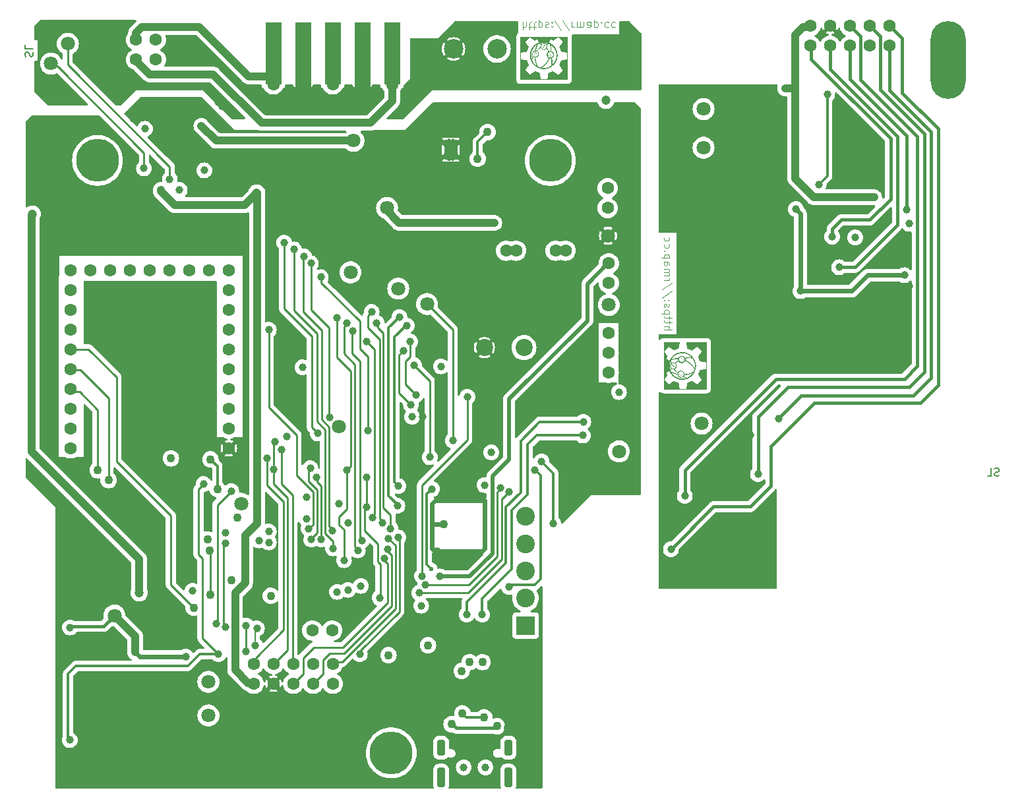
<source format=gbr>
%TF.GenerationSoftware,KiCad,Pcbnew,7.0.8*%
%TF.CreationDate,2024-06-17T23:50:33+02:00*%
%TF.ProjectId,Stima V4 Master,5374696d-6120-4563-9420-4d6173746572,rev?*%
%TF.SameCoordinates,Original*%
%TF.FileFunction,Copper,L6,Bot*%
%TF.FilePolarity,Positive*%
%FSLAX46Y46*%
G04 Gerber Fmt 4.6, Leading zero omitted, Abs format (unit mm)*
G04 Created by KiCad (PCBNEW 7.0.8) date 2024-06-17 23:50:33*
%MOMM*%
%LPD*%
G01*
G04 APERTURE LIST*
G04 Aperture macros list*
%AMRoundRect*
0 Rectangle with rounded corners*
0 $1 Rounding radius*
0 $2 $3 $4 $5 $6 $7 $8 $9 X,Y pos of 4 corners*
0 Add a 4 corners polygon primitive as box body*
4,1,4,$2,$3,$4,$5,$6,$7,$8,$9,$2,$3,0*
0 Add four circle primitives for the rounded corners*
1,1,$1+$1,$2,$3*
1,1,$1+$1,$4,$5*
1,1,$1+$1,$6,$7*
1,1,$1+$1,$8,$9*
0 Add four rect primitives between the rounded corners*
20,1,$1+$1,$2,$3,$4,$5,0*
20,1,$1+$1,$4,$5,$6,$7,0*
20,1,$1+$1,$6,$7,$8,$9,0*
20,1,$1+$1,$8,$9,$2,$3,0*%
G04 Aperture macros list end*
%TA.AperFunction,NonConductor*%
%ADD10C,0.000000*%
%TD*%
%ADD11C,0.100000*%
%TA.AperFunction,NonConductor*%
%ADD12C,0.100000*%
%TD*%
%ADD13C,0.150000*%
%TA.AperFunction,NonConductor*%
%ADD14C,0.150000*%
%TD*%
%TA.AperFunction,ComponentPad*%
%ADD15O,4.500000X10.000000*%
%TD*%
%TA.AperFunction,ComponentPad*%
%ADD16C,5.500000*%
%TD*%
%TA.AperFunction,ComponentPad*%
%ADD17C,1.800000*%
%TD*%
%TA.AperFunction,ComponentPad*%
%ADD18R,2.400000X2.400000*%
%TD*%
%TA.AperFunction,ComponentPad*%
%ADD19C,2.400000*%
%TD*%
%TA.AperFunction,ComponentPad*%
%ADD20C,1.600000*%
%TD*%
%TA.AperFunction,ComponentPad*%
%ADD21RoundRect,0.250000X-0.250000X0.750000X-0.250000X-0.750000X0.250000X-0.750000X0.250000X0.750000X0*%
%TD*%
%TA.AperFunction,ComponentPad*%
%ADD22RoundRect,0.250000X-0.250000X1.000000X-0.250000X-1.000000X0.250000X-1.000000X0.250000X1.000000X0*%
%TD*%
%TA.AperFunction,ComponentPad*%
%ADD23C,1.000000*%
%TD*%
%TA.AperFunction,ComponentPad*%
%ADD24C,0.600000*%
%TD*%
%TA.AperFunction,ComponentPad*%
%ADD25R,1.800000X2.600000*%
%TD*%
%TA.AperFunction,ComponentPad*%
%ADD26C,1.200000*%
%TD*%
%TA.AperFunction,ComponentPad*%
%ADD27C,2.200000*%
%TD*%
%TA.AperFunction,ComponentPad*%
%ADD28C,2.500000*%
%TD*%
%TA.AperFunction,SMDPad,CuDef*%
%ADD29R,2.000000X8.000000*%
%TD*%
%TA.AperFunction,ViaPad*%
%ADD30C,1.000000*%
%TD*%
%TA.AperFunction,ViaPad*%
%ADD31C,1.100000*%
%TD*%
%TA.AperFunction,ViaPad*%
%ADD32C,0.600000*%
%TD*%
%TA.AperFunction,ViaPad*%
%ADD33C,1.200000*%
%TD*%
%TA.AperFunction,Conductor*%
%ADD34C,0.280000*%
%TD*%
%TA.AperFunction,Conductor*%
%ADD35C,0.600000*%
%TD*%
%TA.AperFunction,Conductor*%
%ADD36C,1.000000*%
%TD*%
%TA.AperFunction,Conductor*%
%ADD37C,2.000000*%
%TD*%
%TA.AperFunction,Conductor*%
%ADD38C,0.300000*%
%TD*%
%TA.AperFunction,Conductor*%
%ADD39C,0.400000*%
%TD*%
%TA.AperFunction,Conductor*%
%ADD40C,0.250000*%
%TD*%
%TA.AperFunction,Conductor*%
%ADD41C,0.200000*%
%TD*%
%TA.AperFunction,Conductor*%
%ADD42C,0.500000*%
%TD*%
G04 APERTURE END LIST*
D10*
%TA.AperFunction,NonConductor*%
G36*
X170152190Y-101140950D02*
G01*
X170159290Y-101140950D01*
X170159290Y-101144500D01*
X170166390Y-101144500D01*
X170166390Y-101148040D01*
X170173480Y-101148040D01*
X170173480Y-101151590D01*
X170180580Y-101151590D01*
X170180580Y-101158690D01*
X170184130Y-101158690D01*
X170184130Y-101169330D01*
X170180580Y-101169330D01*
X170180580Y-101172880D01*
X170162840Y-101172880D01*
X170162840Y-101169330D01*
X170155740Y-101169330D01*
X170155740Y-101165780D01*
X170148650Y-101165780D01*
X170148650Y-101162240D01*
X170141550Y-101162240D01*
X170141550Y-101158690D01*
X170138000Y-101158690D01*
X170138000Y-101151590D01*
X170134450Y-101151590D01*
X170134460Y-101144490D01*
X170138000Y-101144500D01*
X170138000Y-101140950D01*
X170141550Y-101140950D01*
X170141550Y-101137400D01*
X170152190Y-101137400D01*
X170152190Y-101140950D01*
G37*
%TD.AperFunction*%
%TA.AperFunction,NonConductor*%
G36*
X151463970Y-60086920D02*
G01*
X151467530Y-60086920D01*
X151467520Y-60094020D01*
X151471070Y-60094020D01*
X151471070Y-60097570D01*
X151467520Y-60097570D01*
X151467520Y-60104660D01*
X151456880Y-60104660D01*
X151456880Y-60108210D01*
X151446230Y-60108210D01*
X151446230Y-60111760D01*
X151421390Y-60111760D01*
X151421390Y-60094020D01*
X151424940Y-60094020D01*
X151424940Y-60090470D01*
X151435590Y-60090470D01*
X151435590Y-60086920D01*
X151449780Y-60086930D01*
X151449780Y-60083370D01*
X151463970Y-60083370D01*
X151463970Y-60086920D01*
G37*
%TD.AperFunction*%
%TA.AperFunction,NonConductor*%
G36*
X169836400Y-99019060D02*
G01*
X169836390Y-99026150D01*
X169839940Y-99026150D01*
X169839940Y-99036800D01*
X169843490Y-99036800D01*
X169843490Y-99050990D01*
X169847040Y-99050990D01*
X169847040Y-99065180D01*
X169850590Y-99065180D01*
X169850580Y-99075830D01*
X169854140Y-99075830D01*
X169854140Y-99090020D01*
X169857690Y-99090020D01*
X169857680Y-99100670D01*
X169861230Y-99100670D01*
X169861230Y-99114860D01*
X169864780Y-99114860D01*
X169864780Y-99125500D01*
X169868330Y-99125510D01*
X169868330Y-99139700D01*
X169871880Y-99139700D01*
X169871880Y-99150340D01*
X169875430Y-99150340D01*
X169875430Y-99164540D01*
X169878970Y-99164540D01*
X169878970Y-99175180D01*
X169882520Y-99175180D01*
X169882520Y-99189370D01*
X169886070Y-99189380D01*
X169886070Y-99200020D01*
X169889620Y-99200020D01*
X169889620Y-99214210D01*
X169893170Y-99214210D01*
X169893170Y-99224860D01*
X169896720Y-99224860D01*
X169896710Y-99239050D01*
X169900260Y-99239050D01*
X169900260Y-99249700D01*
X169903810Y-99249700D01*
X169903810Y-99263890D01*
X169907360Y-99263890D01*
X169907360Y-99274540D01*
X169910910Y-99274530D01*
X169910910Y-99288730D01*
X169914460Y-99288730D01*
X169914460Y-99302920D01*
X169918000Y-99302920D01*
X169918010Y-99313570D01*
X169921550Y-99313570D01*
X169921550Y-99327760D01*
X169925100Y-99327760D01*
X169925100Y-99338400D01*
X169928650Y-99338400D01*
X169928650Y-99352590D01*
X169932200Y-99352600D01*
X169932200Y-99363240D01*
X169935740Y-99363240D01*
X169935750Y-99377440D01*
X169939290Y-99377440D01*
X169939290Y-99388080D01*
X169942840Y-99388080D01*
X169942840Y-99402270D01*
X169946390Y-99402270D01*
X169946390Y-99416470D01*
X169949940Y-99416470D01*
X169949940Y-99448400D01*
X169946390Y-99448400D01*
X169946390Y-99459050D01*
X169942840Y-99459050D01*
X169942840Y-99466140D01*
X169939290Y-99466140D01*
X169939290Y-99469690D01*
X169935750Y-99469690D01*
X169935750Y-99476790D01*
X169932200Y-99476790D01*
X169932200Y-99480340D01*
X169928650Y-99480340D01*
X169928650Y-99483880D01*
X169925100Y-99483880D01*
X169925100Y-99487430D01*
X169918000Y-99487430D01*
X169918010Y-99490980D01*
X169914460Y-99490980D01*
X169914450Y-99494530D01*
X169907360Y-99494530D01*
X169907360Y-99498080D01*
X169893170Y-99498080D01*
X169893170Y-99501630D01*
X169861230Y-99501630D01*
X169861230Y-99498080D01*
X169850590Y-99498080D01*
X169850590Y-99494530D01*
X169843490Y-99494530D01*
X169843490Y-99490980D01*
X169836390Y-99490980D01*
X169836390Y-99487430D01*
X169832850Y-99487430D01*
X169832850Y-99483880D01*
X169829300Y-99483890D01*
X169829300Y-99480340D01*
X169825750Y-99480340D01*
X169825750Y-99476790D01*
X169822200Y-99476790D01*
X169822200Y-99469690D01*
X169818650Y-99469690D01*
X169818650Y-99466140D01*
X169815100Y-99466140D01*
X169815100Y-99459050D01*
X169811560Y-99459050D01*
X169811550Y-99448400D01*
X169808010Y-99448400D01*
X169808010Y-99412920D01*
X169811560Y-99412920D01*
X169811550Y-99402270D01*
X169815100Y-99402270D01*
X169815100Y-99395180D01*
X169818650Y-99395180D01*
X169818650Y-99388080D01*
X169822200Y-99388080D01*
X169822200Y-99384530D01*
X169825750Y-99384530D01*
X169825750Y-99380980D01*
X169829300Y-99380990D01*
X169829300Y-99377430D01*
X169832850Y-99377440D01*
X169832850Y-99373890D01*
X169836390Y-99373890D01*
X169836390Y-99370340D01*
X169843490Y-99370340D01*
X169843490Y-99366790D01*
X169854140Y-99366790D01*
X169854140Y-99370340D01*
X169857690Y-99370340D01*
X169857690Y-99384540D01*
X169854140Y-99384530D01*
X169854140Y-99388080D01*
X169850590Y-99388080D01*
X169850590Y-99391630D01*
X169843490Y-99391630D01*
X169843490Y-99398730D01*
X169839940Y-99398730D01*
X169839940Y-99402270D01*
X169836390Y-99402270D01*
X169836400Y-99409370D01*
X169832850Y-99409370D01*
X169832850Y-99416470D01*
X169829300Y-99416470D01*
X169829290Y-99444850D01*
X169832850Y-99444850D01*
X169832850Y-99451950D01*
X169836390Y-99451950D01*
X169836390Y-99459050D01*
X169839940Y-99459050D01*
X169839940Y-99462590D01*
X169843490Y-99462590D01*
X169843490Y-99466140D01*
X169847040Y-99466140D01*
X169847040Y-99469690D01*
X169850590Y-99469690D01*
X169850590Y-99473240D01*
X169857690Y-99473240D01*
X169857690Y-99476790D01*
X169864780Y-99476790D01*
X169864780Y-99480340D01*
X169889620Y-99480340D01*
X169889620Y-99476790D01*
X169900260Y-99476790D01*
X169900260Y-99473240D01*
X169907360Y-99473240D01*
X169907360Y-99469690D01*
X169910910Y-99469690D01*
X169910910Y-99466140D01*
X169914460Y-99466140D01*
X169914460Y-99462590D01*
X169918000Y-99462600D01*
X169918000Y-99459050D01*
X169921550Y-99459050D01*
X169921550Y-99451950D01*
X169925100Y-99451950D01*
X169925100Y-99444850D01*
X169928650Y-99444850D01*
X169928650Y-99416470D01*
X169925100Y-99416470D01*
X169925110Y-99405820D01*
X169921550Y-99405820D01*
X169921550Y-99391630D01*
X169918000Y-99391630D01*
X169918000Y-99380990D01*
X169914460Y-99380980D01*
X169914460Y-99366790D01*
X169910910Y-99366790D01*
X169910900Y-99352600D01*
X169907360Y-99352590D01*
X169907360Y-99341950D01*
X169903810Y-99341950D01*
X169903810Y-99327760D01*
X169900260Y-99327760D01*
X169900260Y-99317110D01*
X169896710Y-99317110D01*
X169896710Y-99302920D01*
X169893170Y-99302920D01*
X169893170Y-99292280D01*
X169889620Y-99292280D01*
X169889620Y-99278080D01*
X169886070Y-99278080D01*
X169886070Y-99267440D01*
X169882520Y-99267440D01*
X169882520Y-99253250D01*
X169878970Y-99253250D01*
X169878970Y-99242600D01*
X169875430Y-99242600D01*
X169875430Y-99228410D01*
X169871880Y-99228400D01*
X169871880Y-99217760D01*
X169868330Y-99217760D01*
X169868330Y-99203570D01*
X169864780Y-99203570D01*
X169864780Y-99192920D01*
X169861230Y-99192930D01*
X169861230Y-99178730D01*
X169857690Y-99178730D01*
X169857690Y-99168080D01*
X169854140Y-99168090D01*
X169854140Y-99153900D01*
X169850590Y-99153890D01*
X169850590Y-99143250D01*
X169847040Y-99143250D01*
X169847040Y-99129050D01*
X169843490Y-99129050D01*
X169843490Y-99114860D01*
X169839940Y-99114860D01*
X169839940Y-99104220D01*
X169836400Y-99104220D01*
X169836390Y-99090020D01*
X169832850Y-99090020D01*
X169832850Y-99079380D01*
X169829300Y-99079380D01*
X169829300Y-99065180D01*
X169825750Y-99065180D01*
X169825750Y-99054540D01*
X169822200Y-99054540D01*
X169822200Y-99040350D01*
X169818650Y-99040340D01*
X169818650Y-99019050D01*
X169836400Y-99019060D01*
G37*
%TD.AperFunction*%
%TA.AperFunction,NonConductor*%
G36*
X155384860Y-63340720D02*
G01*
X149288860Y-63340720D01*
X149288860Y-60672390D01*
X149334990Y-60672390D01*
X149338530Y-60672390D01*
X149338530Y-60679490D01*
X149342080Y-60679490D01*
X149342080Y-60686590D01*
X149345630Y-60686590D01*
X149345630Y-60690140D01*
X149349180Y-60690140D01*
X149349180Y-60693680D01*
X149352730Y-60693680D01*
X149352730Y-60697230D01*
X149359820Y-60697230D01*
X149359820Y-60700780D01*
X149374020Y-60700780D01*
X149374020Y-60704330D01*
X149391760Y-60704330D01*
X149391760Y-60707880D01*
X149409500Y-60707880D01*
X149409500Y-60711430D01*
X149430790Y-60711430D01*
X149430790Y-60714970D01*
X149448530Y-60714970D01*
X149448530Y-60718520D01*
X149466270Y-60718520D01*
X149466270Y-60722070D01*
X149487560Y-60722070D01*
X149487560Y-60725620D01*
X149505310Y-60725620D01*
X149505310Y-60729170D01*
X149526590Y-60729170D01*
X149526590Y-60732720D01*
X149544340Y-60732720D01*
X149544340Y-60736260D01*
X149562080Y-60736260D01*
X149562080Y-60739810D01*
X149583370Y-60739810D01*
X149583370Y-60743360D01*
X149601110Y-60743360D01*
X149601110Y-60746910D01*
X149622400Y-60746910D01*
X149622400Y-60750460D01*
X149640140Y-60750460D01*
X149640140Y-60754010D01*
X149657880Y-60754010D01*
X149657880Y-60757550D01*
X149679170Y-60757550D01*
X149679170Y-60761100D01*
X149696910Y-60761100D01*
X149696910Y-60764650D01*
X149714660Y-60764650D01*
X149714660Y-60768200D01*
X149735950Y-60768200D01*
X149735950Y-60771750D01*
X149753690Y-60771750D01*
X149753690Y-60775300D01*
X149774980Y-60775300D01*
X149774980Y-60778840D01*
X149792720Y-60778840D01*
X149792720Y-60782390D01*
X149810460Y-60782390D01*
X149810460Y-60785940D01*
X149831750Y-60785940D01*
X149831750Y-60789490D01*
X149849490Y-60789490D01*
X149849490Y-60793040D01*
X149867230Y-60793040D01*
X149867230Y-60796580D01*
X149888520Y-60796580D01*
X149888520Y-60800130D01*
X149906260Y-60800130D01*
X149906260Y-60803680D01*
X149927550Y-60803680D01*
X149927550Y-60807230D01*
X149945300Y-60807230D01*
X149945300Y-60810780D01*
X149963040Y-60810780D01*
X149963040Y-60814330D01*
X149984330Y-60814330D01*
X149984330Y-60817870D01*
X150002070Y-60817870D01*
X150002070Y-60821420D01*
X150019810Y-60821420D01*
X150019810Y-60824970D01*
X150041100Y-60824970D01*
X150041100Y-60828520D01*
X150058840Y-60828520D01*
X150058840Y-60832070D01*
X150080130Y-60832070D01*
X150080130Y-60835620D01*
X150097870Y-60835620D01*
X150097870Y-60839160D01*
X150108520Y-60839160D01*
X150108520Y-60842710D01*
X150119160Y-60842710D01*
X150119160Y-60846260D01*
X150122710Y-60846260D01*
X150122710Y-60849810D01*
X150129810Y-60849810D01*
X150129810Y-60853360D01*
X150133360Y-60853360D01*
X150133360Y-60856910D01*
X150136900Y-60856910D01*
X150136900Y-60864000D01*
X150140450Y-60864000D01*
X150140450Y-60867550D01*
X150144000Y-60867550D01*
X150144000Y-60874650D01*
X150147550Y-60874650D01*
X150147550Y-60881740D01*
X150151100Y-60881740D01*
X150151100Y-60892390D01*
X150154650Y-60892390D01*
X150154650Y-60899490D01*
X150158190Y-60899490D01*
X150158190Y-60906580D01*
X150161740Y-60906580D01*
X150161740Y-60917230D01*
X150165290Y-60917230D01*
X150165290Y-60924320D01*
X150168840Y-60924320D01*
X150168840Y-60931420D01*
X150172390Y-60931420D01*
X150172390Y-60942070D01*
X150175940Y-60942070D01*
X150175940Y-60949160D01*
X150179480Y-60949160D01*
X150179480Y-60956260D01*
X150183030Y-60956260D01*
X150183030Y-60966900D01*
X150186580Y-60966900D01*
X150186580Y-60974000D01*
X150190130Y-60974000D01*
X150190130Y-60981100D01*
X150193680Y-60981100D01*
X150193680Y-60991740D01*
X150197230Y-60991740D01*
X150197230Y-60998840D01*
X150200770Y-60998840D01*
X150200770Y-61005940D01*
X150204320Y-61005940D01*
X150204320Y-61016580D01*
X150207870Y-61016580D01*
X150207870Y-61023680D01*
X150211420Y-61023680D01*
X150211420Y-61030770D01*
X150214970Y-61030770D01*
X150214970Y-61041420D01*
X150218520Y-61041420D01*
X150218520Y-61048520D01*
X150222060Y-61048520D01*
X150222060Y-61055610D01*
X150225610Y-61055610D01*
X150225610Y-61066260D01*
X150229160Y-61066260D01*
X150229160Y-61073350D01*
X150232710Y-61073350D01*
X150232710Y-61080450D01*
X150236260Y-61080450D01*
X150236260Y-61091090D01*
X150239810Y-61091090D01*
X150239810Y-61098190D01*
X150243350Y-61098190D01*
X150243350Y-61105290D01*
X150246900Y-61105290D01*
X150246900Y-61115930D01*
X150250450Y-61115930D01*
X150250450Y-61123030D01*
X150254000Y-61123030D01*
X150254000Y-61130130D01*
X150257550Y-61130130D01*
X150257550Y-61140770D01*
X150261100Y-61140770D01*
X150261100Y-61147870D01*
X150264640Y-61147870D01*
X150264640Y-61154960D01*
X150268190Y-61154960D01*
X150268190Y-61165610D01*
X150271740Y-61165610D01*
X150271740Y-61172710D01*
X150275290Y-61172710D01*
X150275290Y-61179800D01*
X150278840Y-61179800D01*
X150278840Y-61190450D01*
X150282390Y-61190450D01*
X150282390Y-61197540D01*
X150285930Y-61197540D01*
X150285930Y-61204640D01*
X150289480Y-61204640D01*
X150289480Y-61215290D01*
X150293030Y-61215290D01*
X150293030Y-61222380D01*
X150296580Y-61222380D01*
X150296580Y-61229480D01*
X150300130Y-61229480D01*
X150300130Y-61240120D01*
X150303680Y-61240120D01*
X150303680Y-61247220D01*
X150307220Y-61247220D01*
X150307220Y-61254320D01*
X150310770Y-61254320D01*
X150310770Y-61264960D01*
X150314320Y-61264960D01*
X150314320Y-61272060D01*
X150317870Y-61272060D01*
X150317870Y-61279160D01*
X150321420Y-61279160D01*
X150321420Y-61289800D01*
X150324970Y-61289800D01*
X150324970Y-61296900D01*
X150328510Y-61296900D01*
X150328510Y-61303990D01*
X150332060Y-61303990D01*
X150332060Y-61314640D01*
X150335610Y-61314640D01*
X150335610Y-61321740D01*
X150339160Y-61321740D01*
X150339160Y-61328830D01*
X150342710Y-61328830D01*
X150342710Y-61339480D01*
X150346250Y-61339480D01*
X150346250Y-61346570D01*
X150349800Y-61346570D01*
X150349800Y-61353670D01*
X150353350Y-61353670D01*
X150353350Y-61364310D01*
X150356900Y-61364310D01*
X150356900Y-61371410D01*
X150360450Y-61371410D01*
X150360450Y-61378510D01*
X150364000Y-61378510D01*
X150364000Y-61389150D01*
X150367540Y-61389150D01*
X150367540Y-61396250D01*
X150371090Y-61396250D01*
X150371090Y-61403350D01*
X150374640Y-61403350D01*
X150374640Y-61424640D01*
X150378190Y-61424640D01*
X150378190Y-61431730D01*
X150374640Y-61431730D01*
X150374640Y-61445930D01*
X150371090Y-61445930D01*
X150371090Y-61453020D01*
X150367540Y-61453020D01*
X150367540Y-61460120D01*
X150364000Y-61460120D01*
X150364000Y-61467220D01*
X150360450Y-61467220D01*
X150360450Y-61470760D01*
X150356900Y-61470760D01*
X150356900Y-61477860D01*
X150353350Y-61477860D01*
X150353350Y-61481410D01*
X150349800Y-61481410D01*
X150349800Y-61484960D01*
X150346250Y-61484960D01*
X150346250Y-61492050D01*
X150342710Y-61492050D01*
X150342710Y-61495600D01*
X150339160Y-61495600D01*
X150339160Y-61502700D01*
X150335610Y-61502700D01*
X150335610Y-61506250D01*
X150332060Y-61506250D01*
X150332060Y-61513340D01*
X150328510Y-61513340D01*
X150328510Y-61516890D01*
X150324970Y-61516890D01*
X150324970Y-61523990D01*
X150321420Y-61523990D01*
X150321420Y-61527540D01*
X150317870Y-61527540D01*
X150317870Y-61534630D01*
X150314320Y-61534630D01*
X150314320Y-61538180D01*
X150310770Y-61538180D01*
X150310770Y-61545280D01*
X150307220Y-61545280D01*
X150307220Y-61548830D01*
X150303680Y-61548830D01*
X150303680Y-61552380D01*
X150300130Y-61552380D01*
X150300130Y-61559470D01*
X150296580Y-61559470D01*
X150296580Y-61563020D01*
X150293030Y-61563020D01*
X150293030Y-61570120D01*
X150289480Y-61570120D01*
X150289480Y-61573670D01*
X150285930Y-61573670D01*
X150285930Y-61580760D01*
X150282390Y-61580760D01*
X150282390Y-61584310D01*
X150278840Y-61584310D01*
X150278840Y-61591410D01*
X150275290Y-61591410D01*
X150275290Y-61594960D01*
X150271740Y-61594960D01*
X150271740Y-61602050D01*
X150268190Y-61602050D01*
X150268190Y-61605600D01*
X150264640Y-61605600D01*
X150264640Y-61609150D01*
X150261100Y-61609150D01*
X150261100Y-61616250D01*
X150257550Y-61616250D01*
X150257550Y-61619790D01*
X150254000Y-61619790D01*
X150254000Y-61626890D01*
X150250450Y-61626890D01*
X150250450Y-61630440D01*
X150246900Y-61630440D01*
X150246900Y-61637530D01*
X150243350Y-61637530D01*
X150243350Y-61641080D01*
X150239810Y-61641080D01*
X150239810Y-61648180D01*
X150236260Y-61648180D01*
X150236260Y-61651730D01*
X150232710Y-61651730D01*
X150232710Y-61658820D01*
X150229160Y-61658820D01*
X150229160Y-61662370D01*
X150225610Y-61662370D01*
X150225610Y-61665920D01*
X150222060Y-61665920D01*
X150222060Y-61673020D01*
X150218520Y-61673020D01*
X150218520Y-61676570D01*
X150214970Y-61676570D01*
X150214970Y-61683660D01*
X150211420Y-61683660D01*
X150211420Y-61687210D01*
X150207870Y-61687210D01*
X150207870Y-61694310D01*
X150204320Y-61694310D01*
X150204320Y-61697860D01*
X150200770Y-61697860D01*
X150200770Y-61704950D01*
X150197230Y-61704950D01*
X150197230Y-61708500D01*
X150193680Y-61708500D01*
X150193680Y-61715600D01*
X150190130Y-61715600D01*
X150190130Y-61719150D01*
X150186580Y-61719150D01*
X150186580Y-61722690D01*
X150183030Y-61722690D01*
X150183030Y-61729790D01*
X150179480Y-61729790D01*
X150179480Y-61733340D01*
X150175940Y-61733340D01*
X150175940Y-61740440D01*
X150172390Y-61740440D01*
X150172390Y-61743980D01*
X150168840Y-61743980D01*
X150168840Y-61751080D01*
X150165290Y-61751080D01*
X150165290Y-61754630D01*
X150161740Y-61754630D01*
X150161740Y-61761730D01*
X150158190Y-61761730D01*
X150158190Y-61765270D01*
X150154650Y-61765270D01*
X150154650Y-61772370D01*
X150151100Y-61772370D01*
X150151100Y-61775920D01*
X150147550Y-61775920D01*
X150147550Y-61783020D01*
X150144000Y-61783020D01*
X150144000Y-61786560D01*
X150140450Y-61786560D01*
X150140450Y-61790110D01*
X150136900Y-61790110D01*
X150136900Y-61797210D01*
X150133360Y-61797210D01*
X150133360Y-61800760D01*
X150129810Y-61800760D01*
X150129810Y-61807850D01*
X150126260Y-61807850D01*
X150126260Y-61811400D01*
X150122710Y-61811400D01*
X150122710Y-61818500D01*
X150119160Y-61818500D01*
X150119160Y-61822050D01*
X150115610Y-61822050D01*
X150115610Y-61829140D01*
X150112070Y-61829140D01*
X150112070Y-61832690D01*
X150108520Y-61832690D01*
X150108520Y-61839790D01*
X150104970Y-61839790D01*
X150104970Y-61843340D01*
X150101420Y-61843340D01*
X150101420Y-61846890D01*
X150097870Y-61846890D01*
X150097870Y-61853980D01*
X150094320Y-61853980D01*
X150094320Y-61857530D01*
X150090780Y-61857530D01*
X150090780Y-61864630D01*
X150087230Y-61864630D01*
X150087230Y-61868180D01*
X150083680Y-61868180D01*
X150083680Y-61875270D01*
X150080130Y-61875270D01*
X150080130Y-61878820D01*
X150076580Y-61878820D01*
X150076580Y-61885920D01*
X150073030Y-61885920D01*
X150073030Y-61889470D01*
X150069490Y-61889470D01*
X150069490Y-61896560D01*
X150065940Y-61896560D01*
X150065940Y-61900110D01*
X150062390Y-61900110D01*
X150062390Y-61903660D01*
X150058840Y-61903660D01*
X150058840Y-61910750D01*
X150055290Y-61910750D01*
X150055290Y-61914300D01*
X150051750Y-61914300D01*
X150051750Y-61921400D01*
X150048200Y-61921400D01*
X150048200Y-61924950D01*
X150044650Y-61924950D01*
X150044650Y-61932040D01*
X150041100Y-61932040D01*
X150041100Y-61935590D01*
X150037550Y-61935590D01*
X150037550Y-61942690D01*
X150034000Y-61942690D01*
X150034000Y-61946240D01*
X150030460Y-61946240D01*
X150030460Y-61953330D01*
X150026910Y-61953330D01*
X150026910Y-61956880D01*
X150023360Y-61956880D01*
X150023360Y-61963980D01*
X150019810Y-61963980D01*
X150019810Y-61967530D01*
X150016260Y-61967530D01*
X150016260Y-61971080D01*
X150012710Y-61971080D01*
X150012710Y-61978170D01*
X150009170Y-61978170D01*
X150009170Y-61981720D01*
X150005620Y-61981720D01*
X150005620Y-61988820D01*
X150002070Y-61988820D01*
X150002070Y-61992370D01*
X149998520Y-61992370D01*
X149998520Y-61999460D01*
X149994970Y-61999460D01*
X149994970Y-62003010D01*
X149991420Y-62003010D01*
X149991420Y-62010110D01*
X149987880Y-62010110D01*
X149987880Y-62013660D01*
X149984330Y-62013660D01*
X149984330Y-62020750D01*
X149980780Y-62020750D01*
X149980780Y-62024300D01*
X149977230Y-62024300D01*
X149977230Y-62027850D01*
X149973680Y-62027850D01*
X149973680Y-62034950D01*
X149970130Y-62034950D01*
X149970130Y-62038490D01*
X149966590Y-62038490D01*
X149966590Y-62045590D01*
X149963040Y-62045590D01*
X149963040Y-62049140D01*
X149959490Y-62049140D01*
X149959490Y-62056240D01*
X149955940Y-62056240D01*
X149955940Y-62059780D01*
X149952390Y-62059780D01*
X149952390Y-62066880D01*
X149948840Y-62066880D01*
X149948840Y-62070430D01*
X149945300Y-62070430D01*
X149945300Y-62077530D01*
X149941750Y-62077530D01*
X149941750Y-62081070D01*
X149938200Y-62081070D01*
X149938200Y-62088170D01*
X149934650Y-62088170D01*
X149934650Y-62120110D01*
X149938200Y-62120110D01*
X149938200Y-62127200D01*
X149941750Y-62127200D01*
X149941750Y-62130750D01*
X149945300Y-62130750D01*
X149945300Y-62134300D01*
X149948840Y-62134300D01*
X149948840Y-62137850D01*
X149952390Y-62137850D01*
X149952390Y-62141400D01*
X149955940Y-62141400D01*
X149955940Y-62144940D01*
X149959490Y-62144940D01*
X149959490Y-62148490D01*
X149963040Y-62148490D01*
X149963040Y-62152040D01*
X149966590Y-62152040D01*
X149966590Y-62155590D01*
X149970130Y-62155590D01*
X149970130Y-62159140D01*
X149973680Y-62159140D01*
X149973680Y-62162690D01*
X149977230Y-62162690D01*
X149977230Y-62166230D01*
X149980780Y-62166230D01*
X149980780Y-62169780D01*
X149984330Y-62169780D01*
X149984330Y-62173330D01*
X149987880Y-62173330D01*
X149987880Y-62176880D01*
X149991420Y-62176880D01*
X149991420Y-62180430D01*
X149994970Y-62180430D01*
X149994970Y-62183970D01*
X149998520Y-62183970D01*
X149998520Y-62187520D01*
X150002070Y-62187520D01*
X150002070Y-62191070D01*
X150005620Y-62191070D01*
X150005620Y-62194620D01*
X150009170Y-62194620D01*
X150009170Y-62198170D01*
X150012710Y-62198170D01*
X150012710Y-62201720D01*
X150016260Y-62201720D01*
X150016260Y-62205260D01*
X150019810Y-62205260D01*
X150019810Y-62208810D01*
X150023360Y-62208810D01*
X150023360Y-62212360D01*
X150026910Y-62212360D01*
X150026910Y-62215910D01*
X150030460Y-62215910D01*
X150030460Y-62219460D01*
X150034000Y-62219460D01*
X150034000Y-62223010D01*
X150037550Y-62223010D01*
X150037550Y-62226550D01*
X150041100Y-62226550D01*
X150041100Y-62230100D01*
X150044650Y-62230100D01*
X150044650Y-62233650D01*
X150048200Y-62233650D01*
X150048200Y-62237200D01*
X150051750Y-62237200D01*
X150051750Y-62240750D01*
X150055290Y-62240750D01*
X150055290Y-62244300D01*
X150058840Y-62244300D01*
X150058840Y-62247840D01*
X150062390Y-62247840D01*
X150062390Y-62251390D01*
X150065940Y-62251390D01*
X150065940Y-62254940D01*
X150069490Y-62254940D01*
X150069490Y-62258490D01*
X150073030Y-62258490D01*
X150073030Y-62262040D01*
X150076580Y-62262040D01*
X150076580Y-62265590D01*
X150080130Y-62265590D01*
X150080130Y-62269130D01*
X150083680Y-62269130D01*
X150083680Y-62272680D01*
X150087230Y-62272680D01*
X150087230Y-62276230D01*
X150090780Y-62276230D01*
X150090780Y-62279780D01*
X150094320Y-62279780D01*
X150094320Y-62283330D01*
X150097870Y-62283330D01*
X150097870Y-62286880D01*
X150101420Y-62286880D01*
X150101420Y-62290420D01*
X150104970Y-62290420D01*
X150104970Y-62293970D01*
X150108520Y-62293970D01*
X150108520Y-62297520D01*
X150112070Y-62297520D01*
X150112070Y-62301070D01*
X150115610Y-62301070D01*
X150115610Y-62304620D01*
X150119160Y-62304620D01*
X150119160Y-62308170D01*
X150122710Y-62308170D01*
X150122710Y-62311710D01*
X150126260Y-62311710D01*
X150126260Y-62315260D01*
X150129810Y-62315260D01*
X150129810Y-62318810D01*
X150133360Y-62318810D01*
X150133360Y-62322360D01*
X150136900Y-62322360D01*
X150136900Y-62325910D01*
X150140450Y-62325910D01*
X150140450Y-62329460D01*
X150144000Y-62329460D01*
X150144000Y-62333000D01*
X150147550Y-62333000D01*
X150147550Y-62336550D01*
X150151100Y-62336550D01*
X150151100Y-62340100D01*
X150154650Y-62340100D01*
X150154650Y-62343650D01*
X150158190Y-62343650D01*
X150158190Y-62347200D01*
X150161740Y-62347200D01*
X150161740Y-62350750D01*
X150165290Y-62350750D01*
X150165290Y-62354290D01*
X150168840Y-62354290D01*
X150168840Y-62357840D01*
X150172390Y-62357840D01*
X150172390Y-62361390D01*
X150175940Y-62361390D01*
X150175940Y-62364940D01*
X150179480Y-62364940D01*
X150179480Y-62368490D01*
X150183030Y-62368490D01*
X150183030Y-62372040D01*
X150186580Y-62372040D01*
X150186580Y-62375580D01*
X150190130Y-62375580D01*
X150190130Y-62379130D01*
X150193680Y-62379130D01*
X150193680Y-62382680D01*
X150197230Y-62382680D01*
X150197230Y-62386230D01*
X150200770Y-62386230D01*
X150200770Y-62389780D01*
X150204320Y-62389780D01*
X150204320Y-62393330D01*
X150207870Y-62393330D01*
X150207870Y-62396870D01*
X150211420Y-62396870D01*
X150211420Y-62400420D01*
X150214970Y-62400420D01*
X150214970Y-62403970D01*
X150218520Y-62403970D01*
X150218520Y-62407520D01*
X150222060Y-62407520D01*
X150222060Y-62411070D01*
X150225610Y-62411070D01*
X150225610Y-62414620D01*
X150229160Y-62414620D01*
X150229160Y-62418160D01*
X150232710Y-62418160D01*
X150232710Y-62421710D01*
X150236260Y-62421710D01*
X150236260Y-62425260D01*
X150239810Y-62425260D01*
X150239810Y-62428810D01*
X150243350Y-62428810D01*
X150243350Y-62432360D01*
X150246900Y-62432360D01*
X150246900Y-62435910D01*
X150250450Y-62435910D01*
X150250450Y-62439450D01*
X150254000Y-62439450D01*
X150254000Y-62443000D01*
X150257550Y-62443000D01*
X150257550Y-62446550D01*
X150261100Y-62446550D01*
X150261100Y-62450100D01*
X150264640Y-62450100D01*
X150264640Y-62453650D01*
X150268190Y-62453650D01*
X150268190Y-62457190D01*
X150271740Y-62457190D01*
X150271740Y-62460740D01*
X150275290Y-62460740D01*
X150275290Y-62464290D01*
X150278840Y-62464290D01*
X150278840Y-62467840D01*
X150282390Y-62467840D01*
X150282390Y-62471390D01*
X150285930Y-62471390D01*
X150285930Y-62474940D01*
X150289480Y-62474940D01*
X150289480Y-62478480D01*
X150293030Y-62478480D01*
X150293030Y-62482030D01*
X150296580Y-62482030D01*
X150296580Y-62485580D01*
X150300130Y-62485580D01*
X150300130Y-62489130D01*
X150303680Y-62489130D01*
X150303680Y-62492680D01*
X150307220Y-62492680D01*
X150307220Y-62496230D01*
X150310770Y-62496230D01*
X150310770Y-62499770D01*
X150314320Y-62499770D01*
X150314320Y-62503320D01*
X150317870Y-62503320D01*
X150317870Y-62506870D01*
X150321420Y-62506870D01*
X150321420Y-62510420D01*
X150324970Y-62510420D01*
X150324970Y-62513970D01*
X150328510Y-62513970D01*
X150328510Y-62517520D01*
X150332060Y-62517520D01*
X150332060Y-62521060D01*
X150335610Y-62521060D01*
X150335610Y-62524610D01*
X150339160Y-62524610D01*
X150339160Y-62528160D01*
X150342710Y-62528160D01*
X150342710Y-62531710D01*
X150346250Y-62531710D01*
X150346250Y-62535260D01*
X150349800Y-62535260D01*
X150349800Y-62538810D01*
X150353350Y-62538810D01*
X150353350Y-62542350D01*
X150356900Y-62542350D01*
X150356900Y-62545900D01*
X150360450Y-62545900D01*
X150360450Y-62549450D01*
X150364000Y-62549450D01*
X150364000Y-62553000D01*
X150367540Y-62553000D01*
X150367540Y-62556550D01*
X150371090Y-62556550D01*
X150371090Y-62560100D01*
X150374640Y-62560100D01*
X150374640Y-62563640D01*
X150378190Y-62563640D01*
X150378190Y-62567190D01*
X150381740Y-62567190D01*
X150381740Y-62570740D01*
X150385290Y-62570740D01*
X150385290Y-62574290D01*
X150388830Y-62574290D01*
X150388830Y-62577840D01*
X150392380Y-62577840D01*
X150392380Y-62581390D01*
X150395930Y-62581390D01*
X150395930Y-62584930D01*
X150399480Y-62584930D01*
X150399480Y-62588480D01*
X150403030Y-62588480D01*
X150403030Y-62592030D01*
X150406580Y-62592030D01*
X150406580Y-62595580D01*
X150410120Y-62595580D01*
X150410120Y-62599130D01*
X150413670Y-62599130D01*
X150413670Y-62602680D01*
X150417220Y-62602680D01*
X150417220Y-62606220D01*
X150420770Y-62606220D01*
X150420770Y-62609770D01*
X150424320Y-62609770D01*
X150424320Y-62613320D01*
X150427870Y-62613320D01*
X150427870Y-62616870D01*
X150431410Y-62616870D01*
X150431410Y-62620420D01*
X150434960Y-62620420D01*
X150434960Y-62623970D01*
X150438510Y-62623970D01*
X150438510Y-62627510D01*
X150442060Y-62627510D01*
X150442060Y-62631060D01*
X150445610Y-62631060D01*
X150445610Y-62634610D01*
X150449160Y-62634610D01*
X150449160Y-62638160D01*
X150452700Y-62638160D01*
X150452700Y-62641710D01*
X150456250Y-62641710D01*
X150456250Y-62645260D01*
X150459800Y-62645260D01*
X150459800Y-62648800D01*
X150463350Y-62648800D01*
X150463350Y-62652350D01*
X150466900Y-62652350D01*
X150466900Y-62655900D01*
X150470450Y-62655900D01*
X150470450Y-62659450D01*
X150473990Y-62659450D01*
X150473990Y-62663000D01*
X150477540Y-62663000D01*
X150477540Y-62666550D01*
X150481090Y-62666550D01*
X150481090Y-62670090D01*
X150488190Y-62670090D01*
X150488190Y-62673640D01*
X150495280Y-62673640D01*
X150495280Y-62677190D01*
X150520120Y-62677190D01*
X150520120Y-62673640D01*
X150530770Y-62673640D01*
X150530770Y-62670090D01*
X150534320Y-62670090D01*
X150534320Y-62666550D01*
X150541410Y-62666550D01*
X150541410Y-62663000D01*
X150544960Y-62663000D01*
X150544960Y-62659450D01*
X150548510Y-62659450D01*
X150548510Y-62655900D01*
X150555610Y-62655900D01*
X150555610Y-62652350D01*
X150559150Y-62652350D01*
X150559150Y-62648800D01*
X150566250Y-62648800D01*
X150566250Y-62645260D01*
X150569800Y-62645260D01*
X150569800Y-62641710D01*
X150576900Y-62641710D01*
X150576900Y-62638160D01*
X150580440Y-62638160D01*
X150580440Y-62634610D01*
X150587540Y-62634610D01*
X150587540Y-62631060D01*
X150591090Y-62631060D01*
X150591090Y-62627510D01*
X150598190Y-62627510D01*
X150598190Y-62623970D01*
X150601730Y-62623970D01*
X150601730Y-62620420D01*
X150608830Y-62620420D01*
X150608830Y-62616870D01*
X150612380Y-62616870D01*
X150612380Y-62613320D01*
X150615930Y-62613320D01*
X150615930Y-62609770D01*
X150623020Y-62609770D01*
X150623020Y-62606220D01*
X150626570Y-62606220D01*
X150626570Y-62602680D01*
X150633670Y-62602680D01*
X150633670Y-62599130D01*
X150637220Y-62599130D01*
X150637220Y-62595580D01*
X150644310Y-62595580D01*
X150644310Y-62592030D01*
X150647860Y-62592030D01*
X150647860Y-62588480D01*
X150654960Y-62588480D01*
X150654960Y-62584930D01*
X150658510Y-62584930D01*
X150658510Y-62581390D01*
X150665600Y-62581390D01*
X150665600Y-62577840D01*
X150669150Y-62577840D01*
X150669150Y-62574290D01*
X150672700Y-62574290D01*
X150672700Y-62570740D01*
X150679800Y-62570740D01*
X150679800Y-62567190D01*
X150683340Y-62567190D01*
X150683340Y-62563640D01*
X150690440Y-62563640D01*
X150690440Y-62560100D01*
X150693990Y-62560100D01*
X150693990Y-62556550D01*
X150701090Y-62556550D01*
X150701090Y-62553000D01*
X150704630Y-62553000D01*
X150704630Y-62549450D01*
X150711730Y-62549450D01*
X150711730Y-62545900D01*
X150715280Y-62545900D01*
X150715280Y-62542350D01*
X150722380Y-62542350D01*
X150722380Y-62538810D01*
X150725920Y-62538810D01*
X150725920Y-62535260D01*
X150733020Y-62535260D01*
X150733020Y-62531710D01*
X150736570Y-62531710D01*
X150736570Y-62528160D01*
X150740120Y-62528160D01*
X150740120Y-62524610D01*
X150747210Y-62524610D01*
X150747210Y-62521060D01*
X150750760Y-62521060D01*
X150750760Y-62517520D01*
X150757860Y-62517520D01*
X150757860Y-62513970D01*
X150761410Y-62513970D01*
X150761410Y-62510420D01*
X150768500Y-62510420D01*
X150768500Y-62506870D01*
X150772050Y-62506870D01*
X150772050Y-62503320D01*
X150779150Y-62503320D01*
X150779150Y-62499770D01*
X150782700Y-62499770D01*
X150782700Y-62496230D01*
X150789790Y-62496230D01*
X150789790Y-62492680D01*
X150793340Y-62492680D01*
X150793340Y-62489130D01*
X150796890Y-62489130D01*
X150796890Y-62485580D01*
X150803990Y-62485580D01*
X150803990Y-62482030D01*
X150807540Y-62482030D01*
X150807540Y-62478480D01*
X150814630Y-62478480D01*
X150814630Y-62474940D01*
X150818180Y-62474940D01*
X150818180Y-62471390D01*
X150825280Y-62471390D01*
X150825280Y-62467840D01*
X150828830Y-62467840D01*
X150828830Y-62464290D01*
X150835920Y-62464290D01*
X150835920Y-62460740D01*
X150839470Y-62460740D01*
X150839470Y-62457190D01*
X150846570Y-62457190D01*
X150846570Y-62453650D01*
X150850120Y-62453650D01*
X150850120Y-62450100D01*
X150857210Y-62450100D01*
X150857210Y-62446550D01*
X150860760Y-62446550D01*
X150860760Y-62443000D01*
X150864310Y-62443000D01*
X150864310Y-62439450D01*
X150871410Y-62439450D01*
X150871410Y-62435910D01*
X150874950Y-62435910D01*
X150874950Y-62432360D01*
X150882050Y-62432360D01*
X150882050Y-62428810D01*
X150885600Y-62428810D01*
X150885600Y-62425260D01*
X150892700Y-62425260D01*
X150892700Y-62421710D01*
X150896240Y-62421710D01*
X150896240Y-62418160D01*
X150903340Y-62418160D01*
X150903340Y-62414620D01*
X150906890Y-62414620D01*
X150906890Y-62411070D01*
X150913980Y-62411070D01*
X150913980Y-62407520D01*
X150917530Y-62407520D01*
X150917530Y-62403970D01*
X150921080Y-62403970D01*
X150921080Y-62400420D01*
X150928180Y-62400420D01*
X150928180Y-62396870D01*
X150931730Y-62396870D01*
X150931730Y-62393330D01*
X150938820Y-62393330D01*
X150938820Y-62389780D01*
X150942370Y-62389780D01*
X150942370Y-62386230D01*
X150949470Y-62386230D01*
X150949470Y-62382680D01*
X150953020Y-62382680D01*
X150953020Y-62379130D01*
X150960110Y-62379130D01*
X150960110Y-62375580D01*
X150963660Y-62375580D01*
X150963660Y-62372040D01*
X150970760Y-62372040D01*
X150970760Y-62368490D01*
X150974310Y-62368490D01*
X150974310Y-62364940D01*
X150981400Y-62364940D01*
X150981400Y-62361390D01*
X150984950Y-62361390D01*
X150984950Y-62357840D01*
X150988500Y-62357840D01*
X150988500Y-62354290D01*
X150995600Y-62354290D01*
X150995600Y-62350750D01*
X150999140Y-62350750D01*
X150999140Y-62347200D01*
X151006240Y-62347200D01*
X151006240Y-62343650D01*
X151009790Y-62343650D01*
X151009790Y-62340100D01*
X151016890Y-62340100D01*
X151016890Y-62336550D01*
X151020430Y-62336550D01*
X151020430Y-62333000D01*
X151027530Y-62333000D01*
X151027530Y-62329460D01*
X151031080Y-62329460D01*
X151031080Y-62325910D01*
X151038180Y-62325910D01*
X151038180Y-62322360D01*
X151041720Y-62322360D01*
X151041720Y-62318810D01*
X151045270Y-62318810D01*
X151045270Y-62315260D01*
X151052370Y-62315260D01*
X151052370Y-62311710D01*
X151055920Y-62311710D01*
X151055920Y-62308170D01*
X151063010Y-62308170D01*
X151063010Y-62304620D01*
X151066560Y-62304620D01*
X151066560Y-62301070D01*
X151073660Y-62301070D01*
X151073660Y-62297520D01*
X151077210Y-62297520D01*
X151077210Y-62293970D01*
X151084300Y-62293970D01*
X151084300Y-62290420D01*
X151087850Y-62290420D01*
X151087850Y-62286880D01*
X151094950Y-62286880D01*
X151094950Y-62283330D01*
X151098500Y-62283330D01*
X151098500Y-62279780D01*
X151105590Y-62279780D01*
X151105590Y-62276230D01*
X151109140Y-62276230D01*
X151109140Y-62272680D01*
X151112690Y-62272680D01*
X151112690Y-62269130D01*
X151119790Y-62269130D01*
X151119790Y-62265590D01*
X151123340Y-62265590D01*
X151123340Y-62262040D01*
X151130430Y-62262040D01*
X151130430Y-62258490D01*
X151133980Y-62258490D01*
X151133980Y-62254940D01*
X151141080Y-62254940D01*
X151141080Y-62251390D01*
X151144630Y-62251390D01*
X151144630Y-62247840D01*
X151151720Y-62247840D01*
X151151720Y-62244300D01*
X151155270Y-62244300D01*
X151155270Y-62240750D01*
X151162370Y-62240750D01*
X151162370Y-62237200D01*
X151165920Y-62237200D01*
X151165920Y-62233650D01*
X151173010Y-62233650D01*
X151173010Y-62230100D01*
X151183660Y-62230100D01*
X151183660Y-62226550D01*
X151212040Y-62226550D01*
X151212040Y-62230100D01*
X151222690Y-62230100D01*
X151222690Y-62233650D01*
X151229780Y-62233650D01*
X151229780Y-62237200D01*
X151240430Y-62237200D01*
X151240430Y-62240750D01*
X151247530Y-62240750D01*
X151247530Y-62244300D01*
X151258170Y-62244300D01*
X151258170Y-62247840D01*
X151265270Y-62247840D01*
X151265270Y-62251390D01*
X151275910Y-62251390D01*
X151275910Y-62254940D01*
X151283010Y-62254940D01*
X151283010Y-62258490D01*
X151293650Y-62258490D01*
X151293650Y-62262040D01*
X151300750Y-62262040D01*
X151300750Y-62265590D01*
X151307850Y-62265590D01*
X151307850Y-62269130D01*
X151318490Y-62269130D01*
X151318490Y-62272680D01*
X151325590Y-62272680D01*
X151325590Y-62276230D01*
X151336230Y-62276230D01*
X151336230Y-62279780D01*
X151343330Y-62279780D01*
X151343330Y-62283330D01*
X151353980Y-62283330D01*
X151353980Y-62286880D01*
X151361070Y-62286880D01*
X151361070Y-62290420D01*
X151371720Y-62290420D01*
X151371720Y-62293970D01*
X151378810Y-62293970D01*
X151378810Y-62297520D01*
X151385910Y-62297520D01*
X151385910Y-62301070D01*
X151396560Y-62301070D01*
X151396560Y-62304620D01*
X151403650Y-62304620D01*
X151403650Y-62308170D01*
X151414300Y-62308170D01*
X151414300Y-62311710D01*
X151421390Y-62311710D01*
X151421390Y-62315260D01*
X151432040Y-62315260D01*
X151432040Y-62318810D01*
X151439140Y-62318810D01*
X151439140Y-62322360D01*
X151449780Y-62322360D01*
X151449780Y-62325910D01*
X151456880Y-62325910D01*
X151456880Y-62329460D01*
X151463970Y-62329460D01*
X151463970Y-62333000D01*
X151474620Y-62333000D01*
X151474620Y-62336550D01*
X151481710Y-62336550D01*
X151481710Y-62340100D01*
X151492360Y-62340100D01*
X151492360Y-62343650D01*
X151499460Y-62343650D01*
X151499460Y-62347200D01*
X151510100Y-62347200D01*
X151510100Y-62350750D01*
X151517200Y-62350750D01*
X151517200Y-62354290D01*
X151527840Y-62354290D01*
X151527840Y-62357840D01*
X151534940Y-62357840D01*
X151534940Y-62361390D01*
X151542040Y-62361390D01*
X151542040Y-62364940D01*
X151552680Y-62364940D01*
X151552680Y-62368490D01*
X151559780Y-62368490D01*
X151559780Y-62372040D01*
X151570420Y-62372040D01*
X151570420Y-62375580D01*
X151577520Y-62375580D01*
X151577520Y-62379130D01*
X151588160Y-62379130D01*
X151588160Y-62382680D01*
X151595260Y-62382680D01*
X151595260Y-62386230D01*
X151605910Y-62386230D01*
X151605910Y-62389780D01*
X151613000Y-62389780D01*
X151613000Y-62393330D01*
X151620100Y-62393330D01*
X151620100Y-62396870D01*
X151630740Y-62396870D01*
X151630740Y-62400420D01*
X151637840Y-62400420D01*
X151637840Y-62403970D01*
X151648490Y-62403970D01*
X151648490Y-62407520D01*
X151655580Y-62407520D01*
X151655580Y-62411070D01*
X151666230Y-62411070D01*
X151666230Y-62414620D01*
X151673320Y-62414620D01*
X151673320Y-62418160D01*
X151683970Y-62418160D01*
X151683970Y-62421710D01*
X151691070Y-62421710D01*
X151691070Y-62425260D01*
X151698160Y-62425260D01*
X151698160Y-62428810D01*
X151708810Y-62428810D01*
X151708810Y-62432360D01*
X151715900Y-62432360D01*
X151715900Y-62435910D01*
X151726550Y-62435910D01*
X151726550Y-62439450D01*
X151733640Y-62439450D01*
X151733640Y-62443000D01*
X151740740Y-62443000D01*
X151740740Y-62446550D01*
X151747840Y-62446550D01*
X151747840Y-62450100D01*
X151751390Y-62450100D01*
X151751390Y-62453650D01*
X151754930Y-62453650D01*
X151754930Y-62457190D01*
X151758480Y-62457190D01*
X151758480Y-62464290D01*
X151762030Y-62464290D01*
X151762030Y-62467840D01*
X151765580Y-62467840D01*
X151765580Y-62478480D01*
X151769130Y-62478480D01*
X151769130Y-62492680D01*
X151772680Y-62492680D01*
X151772680Y-62510420D01*
X151776220Y-62510420D01*
X151776220Y-62528160D01*
X151779770Y-62528160D01*
X151779770Y-62549450D01*
X151783320Y-62549450D01*
X151783320Y-62567190D01*
X151786870Y-62567190D01*
X151786870Y-62588480D01*
X151790420Y-62588480D01*
X151790420Y-62606220D01*
X151793970Y-62606220D01*
X151793970Y-62623970D01*
X151797510Y-62623970D01*
X151797510Y-62645260D01*
X151801060Y-62645260D01*
X151801060Y-62663000D01*
X151804610Y-62663000D01*
X151804610Y-62680740D01*
X151808160Y-62680740D01*
X151808160Y-62702030D01*
X151811710Y-62702030D01*
X151811710Y-62719770D01*
X151815260Y-62719770D01*
X151815260Y-62737510D01*
X151818800Y-62737510D01*
X151818800Y-62758800D01*
X151822350Y-62758800D01*
X151822350Y-62776540D01*
X151825900Y-62776540D01*
X151825900Y-62797830D01*
X151829450Y-62797830D01*
X151829450Y-62815570D01*
X151833000Y-62815570D01*
X151833000Y-62833320D01*
X151836550Y-62833320D01*
X151836550Y-62854610D01*
X151840090Y-62854610D01*
X151840090Y-62872350D01*
X151843640Y-62872350D01*
X151843640Y-62890090D01*
X151847190Y-62890090D01*
X151847190Y-62911380D01*
X151850740Y-62911380D01*
X151850740Y-62929120D01*
X151854290Y-62929120D01*
X151854290Y-62950410D01*
X151857840Y-62950410D01*
X151857840Y-62968150D01*
X151861380Y-62968150D01*
X151861380Y-62985890D01*
X151864930Y-62985890D01*
X151864930Y-63007180D01*
X151868480Y-63007180D01*
X151868480Y-63024920D01*
X151872030Y-63024920D01*
X151872030Y-63042670D01*
X151875580Y-63042670D01*
X151875580Y-63063960D01*
X151879130Y-63063960D01*
X151879130Y-63081700D01*
X151882670Y-63081700D01*
X151882670Y-63099440D01*
X151886220Y-63099440D01*
X151886220Y-63120730D01*
X151889770Y-63120730D01*
X151889770Y-63138470D01*
X151893320Y-63138470D01*
X151893320Y-63159760D01*
X151896870Y-63159760D01*
X151896870Y-63177500D01*
X151900420Y-63177500D01*
X151900420Y-63195240D01*
X151903960Y-63195240D01*
X151903960Y-63216530D01*
X151907510Y-63216530D01*
X151907510Y-63234280D01*
X151911060Y-63234280D01*
X151911060Y-63248470D01*
X151914610Y-63248470D01*
X151914610Y-63255570D01*
X151918160Y-63255570D01*
X151918160Y-63259110D01*
X151921710Y-63259110D01*
X151921710Y-63262660D01*
X151925250Y-63262660D01*
X151925250Y-63266210D01*
X151928800Y-63266210D01*
X151928800Y-63269760D01*
X151935900Y-63269760D01*
X151935900Y-63273310D01*
X151946540Y-63273310D01*
X151946540Y-63276860D01*
X152709430Y-63276860D01*
X152709430Y-63273310D01*
X152720080Y-63273310D01*
X152720080Y-63269760D01*
X152727170Y-63269760D01*
X152727170Y-63266210D01*
X152734270Y-63266210D01*
X152734270Y-63262660D01*
X152737820Y-63262660D01*
X152737820Y-63255570D01*
X152741370Y-63255570D01*
X152741370Y-63252020D01*
X152744910Y-63252020D01*
X152744910Y-63237820D01*
X152748460Y-63237820D01*
X152748460Y-63220080D01*
X152752010Y-63220080D01*
X152752010Y-63198790D01*
X152755560Y-63198790D01*
X152755560Y-63181050D01*
X152759110Y-63181050D01*
X152759110Y-63163310D01*
X152762660Y-63163310D01*
X152762660Y-63142020D01*
X152766200Y-63142020D01*
X152766200Y-63124280D01*
X152769750Y-63124280D01*
X152769750Y-63102990D01*
X152773300Y-63102990D01*
X152773300Y-63085250D01*
X152776850Y-63085250D01*
X152776850Y-63067500D01*
X152780400Y-63067500D01*
X152780400Y-63046210D01*
X152783950Y-63046210D01*
X152783950Y-63028470D01*
X152787490Y-63028470D01*
X152787490Y-63010730D01*
X152791040Y-63010730D01*
X152791040Y-62989440D01*
X152794590Y-62989440D01*
X152794590Y-62971700D01*
X152798140Y-62971700D01*
X152798140Y-62953960D01*
X152801690Y-62953960D01*
X152801690Y-62932670D01*
X152805240Y-62932670D01*
X152805240Y-62914930D01*
X152808780Y-62914930D01*
X152808780Y-62893640D01*
X152812330Y-62893640D01*
X152812330Y-62875900D01*
X152815880Y-62875900D01*
X152815880Y-62858150D01*
X152819430Y-62858150D01*
X152819430Y-62836860D01*
X152822980Y-62836860D01*
X152822980Y-62819120D01*
X152826530Y-62819120D01*
X152826530Y-62801380D01*
X152830070Y-62801380D01*
X152830070Y-62780090D01*
X152833620Y-62780090D01*
X152833620Y-62762350D01*
X152837170Y-62762350D01*
X152837170Y-62741060D01*
X152840720Y-62741060D01*
X152840720Y-62723320D01*
X152844270Y-62723320D01*
X152844270Y-62705580D01*
X152847810Y-62705580D01*
X152847810Y-62684290D01*
X152851360Y-62684290D01*
X152851360Y-62666550D01*
X152854910Y-62666550D01*
X152854910Y-62648800D01*
X152858460Y-62648800D01*
X152858460Y-62627510D01*
X152862010Y-62627510D01*
X152862010Y-62609770D01*
X152865560Y-62609770D01*
X152865560Y-62592030D01*
X152869100Y-62592030D01*
X152869100Y-62570740D01*
X152872650Y-62570740D01*
X152872650Y-62553000D01*
X152876200Y-62553000D01*
X152876200Y-62531710D01*
X152879750Y-62531710D01*
X152879750Y-62513970D01*
X152883300Y-62513970D01*
X152883300Y-62496230D01*
X152886850Y-62496230D01*
X152886850Y-62478480D01*
X152890390Y-62478480D01*
X152890390Y-62471390D01*
X152893940Y-62471390D01*
X152893940Y-62464290D01*
X152897490Y-62464290D01*
X152897490Y-62460740D01*
X152901040Y-62460740D01*
X152901040Y-62453650D01*
X152908140Y-62453650D01*
X152908140Y-62450100D01*
X152911680Y-62450100D01*
X152911680Y-62446550D01*
X152915230Y-62446550D01*
X152915230Y-62443000D01*
X152922330Y-62443000D01*
X152922330Y-62439450D01*
X152929430Y-62439450D01*
X152929430Y-62435910D01*
X152940070Y-62435910D01*
X152940070Y-62432360D01*
X152947170Y-62432360D01*
X152947170Y-62428810D01*
X152957810Y-62428810D01*
X152957810Y-62425260D01*
X152964910Y-62425260D01*
X152964910Y-62421710D01*
X152975550Y-62421710D01*
X152975550Y-62418160D01*
X152982650Y-62418160D01*
X152982650Y-62414620D01*
X152993300Y-62414620D01*
X152993300Y-62411070D01*
X153000390Y-62411070D01*
X153000390Y-62407520D01*
X153007490Y-62407520D01*
X153007490Y-62403970D01*
X153018130Y-62403970D01*
X153018130Y-62400420D01*
X153025230Y-62400420D01*
X153025230Y-62396870D01*
X153035880Y-62396870D01*
X153035880Y-62393330D01*
X153042970Y-62393330D01*
X153042970Y-62389780D01*
X153053620Y-62389780D01*
X153053620Y-62386230D01*
X153060710Y-62386230D01*
X153060710Y-62382680D01*
X153071360Y-62382680D01*
X153071360Y-62379130D01*
X153078460Y-62379130D01*
X153078460Y-62375580D01*
X153085550Y-62375580D01*
X153085550Y-62372040D01*
X153096200Y-62372040D01*
X153096200Y-62368490D01*
X153103290Y-62368490D01*
X153103290Y-62364940D01*
X153113940Y-62364940D01*
X153113940Y-62361390D01*
X153121030Y-62361390D01*
X153121030Y-62357840D01*
X153131680Y-62357840D01*
X153131680Y-62354290D01*
X153138780Y-62354290D01*
X153138780Y-62350750D01*
X153149420Y-62350750D01*
X153149420Y-62347200D01*
X153156520Y-62347200D01*
X153156520Y-62343650D01*
X153163610Y-62343650D01*
X153163610Y-62340100D01*
X153174260Y-62340100D01*
X153174260Y-62336550D01*
X153181360Y-62336550D01*
X153181360Y-62333000D01*
X153192000Y-62333000D01*
X153192000Y-62329460D01*
X153199100Y-62329460D01*
X153199100Y-62325910D01*
X153209740Y-62325910D01*
X153209740Y-62322360D01*
X153216840Y-62322360D01*
X153216840Y-62318810D01*
X153227480Y-62318810D01*
X153227480Y-62315260D01*
X153234580Y-62315260D01*
X153234580Y-62311710D01*
X153241680Y-62311710D01*
X153241680Y-62308170D01*
X153252320Y-62308170D01*
X153252320Y-62304620D01*
X153259420Y-62304620D01*
X153259420Y-62301070D01*
X153270060Y-62301070D01*
X153270060Y-62297520D01*
X153277160Y-62297520D01*
X153277160Y-62293970D01*
X153287810Y-62293970D01*
X153287810Y-62290420D01*
X153294900Y-62290420D01*
X153294900Y-62286880D01*
X153305550Y-62286880D01*
X153305550Y-62283330D01*
X153312640Y-62283330D01*
X153312640Y-62279780D01*
X153319740Y-62279780D01*
X153319740Y-62276230D01*
X153330390Y-62276230D01*
X153330390Y-62272680D01*
X153337480Y-62272680D01*
X153337480Y-62269130D01*
X153348130Y-62269130D01*
X153348130Y-62265590D01*
X153355220Y-62265590D01*
X153355220Y-62262040D01*
X153365870Y-62262040D01*
X153365870Y-62258490D01*
X153372970Y-62258490D01*
X153372970Y-62254940D01*
X153383610Y-62254940D01*
X153383610Y-62251390D01*
X153390710Y-62251390D01*
X153390710Y-62247840D01*
X153397800Y-62247840D01*
X153397800Y-62244300D01*
X153408450Y-62244300D01*
X153408450Y-62240750D01*
X153415540Y-62240750D01*
X153415540Y-62237200D01*
X153426190Y-62237200D01*
X153426190Y-62233650D01*
X153433290Y-62233650D01*
X153433290Y-62230100D01*
X153443930Y-62230100D01*
X153443930Y-62226550D01*
X153472320Y-62226550D01*
X153472320Y-62230100D01*
X153482960Y-62230100D01*
X153482960Y-62233650D01*
X153490060Y-62233650D01*
X153490060Y-62237200D01*
X153497160Y-62237200D01*
X153497160Y-62240750D01*
X153500700Y-62240750D01*
X153500700Y-62244300D01*
X153507800Y-62244300D01*
X153507800Y-62247840D01*
X153511350Y-62247840D01*
X153511350Y-62251390D01*
X153514900Y-62251390D01*
X153514900Y-62254940D01*
X153521990Y-62254940D01*
X153521990Y-62258490D01*
X153525540Y-62258490D01*
X153525540Y-62262040D01*
X153532640Y-62262040D01*
X153532640Y-62265590D01*
X153536190Y-62265590D01*
X153536190Y-62269130D01*
X153543280Y-62269130D01*
X153543280Y-62272680D01*
X153546830Y-62272680D01*
X153546830Y-62276230D01*
X153553930Y-62276230D01*
X153553930Y-62279780D01*
X153557480Y-62279780D01*
X153557480Y-62283330D01*
X153564570Y-62283330D01*
X153564570Y-62286880D01*
X153568120Y-62286880D01*
X153568120Y-62290420D01*
X153575220Y-62290420D01*
X153575220Y-62293970D01*
X153578770Y-62293970D01*
X153578770Y-62297520D01*
X153582320Y-62297520D01*
X153582320Y-62301070D01*
X153589410Y-62301070D01*
X153589410Y-62304620D01*
X153592960Y-62304620D01*
X153592960Y-62308170D01*
X153600060Y-62308170D01*
X153600060Y-62311710D01*
X153603610Y-62311710D01*
X153603610Y-62315260D01*
X153610700Y-62315260D01*
X153610700Y-62318810D01*
X153614250Y-62318810D01*
X153614250Y-62322360D01*
X153621350Y-62322360D01*
X153621350Y-62325910D01*
X153624900Y-62325910D01*
X153624900Y-62329460D01*
X153631990Y-62329460D01*
X153631990Y-62333000D01*
X153635540Y-62333000D01*
X153635540Y-62336550D01*
X153639090Y-62336550D01*
X153639090Y-62340100D01*
X153646190Y-62340100D01*
X153646190Y-62343650D01*
X153649730Y-62343650D01*
X153649730Y-62347200D01*
X153656830Y-62347200D01*
X153656830Y-62350750D01*
X153660380Y-62350750D01*
X153660380Y-62354290D01*
X153667480Y-62354290D01*
X153667480Y-62357840D01*
X153671020Y-62357840D01*
X153671020Y-62361390D01*
X153678120Y-62361390D01*
X153678120Y-62364940D01*
X153681670Y-62364940D01*
X153681670Y-62368490D01*
X153688760Y-62368490D01*
X153688760Y-62372040D01*
X153692310Y-62372040D01*
X153692310Y-62375580D01*
X153699410Y-62375580D01*
X153699410Y-62379130D01*
X153702960Y-62379130D01*
X153702960Y-62382680D01*
X153706510Y-62382680D01*
X153706510Y-62386230D01*
X153713600Y-62386230D01*
X153713600Y-62389780D01*
X153717150Y-62389780D01*
X153717150Y-62393330D01*
X153724250Y-62393330D01*
X153724250Y-62396870D01*
X153727800Y-62396870D01*
X153727800Y-62400420D01*
X153734890Y-62400420D01*
X153734890Y-62403970D01*
X153738440Y-62403970D01*
X153738440Y-62407520D01*
X153745540Y-62407520D01*
X153745540Y-62411070D01*
X153749090Y-62411070D01*
X153749090Y-62414620D01*
X153756180Y-62414620D01*
X153756180Y-62418160D01*
X153759730Y-62418160D01*
X153759730Y-62421710D01*
X153763280Y-62421710D01*
X153763280Y-62425260D01*
X153770380Y-62425260D01*
X153770380Y-62428810D01*
X153773920Y-62428810D01*
X153773920Y-62432360D01*
X153781020Y-62432360D01*
X153781020Y-62435910D01*
X153784570Y-62435910D01*
X153784570Y-62439450D01*
X153791670Y-62439450D01*
X153791670Y-62443000D01*
X153795210Y-62443000D01*
X153795210Y-62446550D01*
X153802310Y-62446550D01*
X153802310Y-62450100D01*
X153805860Y-62450100D01*
X153805860Y-62453650D01*
X153812960Y-62453650D01*
X153812960Y-62457190D01*
X153816500Y-62457190D01*
X153816500Y-62460740D01*
X153823600Y-62460740D01*
X153823600Y-62464290D01*
X153827150Y-62464290D01*
X153827150Y-62467840D01*
X153830700Y-62467840D01*
X153830700Y-62471390D01*
X153837790Y-62471390D01*
X153837790Y-62474940D01*
X153841340Y-62474940D01*
X153841340Y-62478480D01*
X153848440Y-62478480D01*
X153848440Y-62482030D01*
X153851990Y-62482030D01*
X153851990Y-62485580D01*
X153859080Y-62485580D01*
X153859080Y-62489130D01*
X153862630Y-62489130D01*
X153862630Y-62492680D01*
X153869730Y-62492680D01*
X153869730Y-62496230D01*
X153873280Y-62496230D01*
X153873280Y-62499770D01*
X153880370Y-62499770D01*
X153880370Y-62503320D01*
X153883920Y-62503320D01*
X153883920Y-62506870D01*
X153887470Y-62506870D01*
X153887470Y-62510420D01*
X153894570Y-62510420D01*
X153894570Y-62513970D01*
X153898120Y-62513970D01*
X153898120Y-62517520D01*
X153905210Y-62517520D01*
X153905210Y-62521060D01*
X153908760Y-62521060D01*
X153908760Y-62524610D01*
X153915860Y-62524610D01*
X153915860Y-62528160D01*
X153919410Y-62528160D01*
X153919410Y-62531710D01*
X153926500Y-62531710D01*
X153926500Y-62535260D01*
X153930050Y-62535260D01*
X153930050Y-62538810D01*
X153937150Y-62538810D01*
X153937150Y-62542350D01*
X153940700Y-62542350D01*
X153940700Y-62545900D01*
X153947790Y-62545900D01*
X153947790Y-62549450D01*
X153951340Y-62549450D01*
X153951340Y-62553000D01*
X153954890Y-62553000D01*
X153954890Y-62556550D01*
X153961980Y-62556550D01*
X153961980Y-62560100D01*
X153965530Y-62560100D01*
X153965530Y-62563640D01*
X153972630Y-62563640D01*
X153972630Y-62567190D01*
X153976180Y-62567190D01*
X153976180Y-62570740D01*
X153983270Y-62570740D01*
X153983270Y-62574290D01*
X153986820Y-62574290D01*
X153986820Y-62577840D01*
X153993920Y-62577840D01*
X153993920Y-62581390D01*
X153997470Y-62581390D01*
X153997470Y-62584930D01*
X154004560Y-62584930D01*
X154004560Y-62588480D01*
X154008110Y-62588480D01*
X154008110Y-62592030D01*
X154011660Y-62592030D01*
X154011660Y-62595580D01*
X154018760Y-62595580D01*
X154018760Y-62599130D01*
X154022310Y-62599130D01*
X154022310Y-62602680D01*
X154029400Y-62602680D01*
X154029400Y-62606220D01*
X154032950Y-62606220D01*
X154032950Y-62609770D01*
X154040050Y-62609770D01*
X154040050Y-62613320D01*
X154043600Y-62613320D01*
X154043600Y-62616870D01*
X154050690Y-62616870D01*
X154050690Y-62620420D01*
X154054240Y-62620420D01*
X154054240Y-62623970D01*
X154061340Y-62623970D01*
X154061340Y-62627510D01*
X154064890Y-62627510D01*
X154064890Y-62631060D01*
X154068430Y-62631060D01*
X154068430Y-62634610D01*
X154075530Y-62634610D01*
X154075530Y-62638160D01*
X154079080Y-62638160D01*
X154079080Y-62641710D01*
X154086180Y-62641710D01*
X154086180Y-62645260D01*
X154089720Y-62645260D01*
X154089720Y-62648800D01*
X154096820Y-62648800D01*
X154096820Y-62652350D01*
X154100370Y-62652350D01*
X154100370Y-62655900D01*
X154107470Y-62655900D01*
X154107470Y-62659450D01*
X154111010Y-62659450D01*
X154111010Y-62663000D01*
X154118110Y-62663000D01*
X154118110Y-62666550D01*
X154121660Y-62666550D01*
X154121660Y-62670090D01*
X154128760Y-62670090D01*
X154128760Y-62673640D01*
X154135850Y-62673640D01*
X154135850Y-62677190D01*
X154160690Y-62677190D01*
X154160690Y-62673640D01*
X154171340Y-62673640D01*
X154171340Y-62670090D01*
X154174880Y-62670090D01*
X154174880Y-62666550D01*
X154178430Y-62666550D01*
X154178430Y-62663000D01*
X154181980Y-62663000D01*
X154181980Y-62659450D01*
X154185530Y-62659450D01*
X154185530Y-62655900D01*
X154189080Y-62655900D01*
X154189080Y-62652350D01*
X154192630Y-62652350D01*
X154192630Y-62648800D01*
X154196170Y-62648800D01*
X154196170Y-62645260D01*
X154199720Y-62645260D01*
X154199720Y-62641710D01*
X154203270Y-62641710D01*
X154203270Y-62638160D01*
X154206820Y-62638160D01*
X154206820Y-62634610D01*
X154210370Y-62634610D01*
X154210370Y-62631060D01*
X154213920Y-62631060D01*
X154213920Y-62627510D01*
X154217460Y-62627510D01*
X154217460Y-62623970D01*
X154221010Y-62623970D01*
X154221010Y-62620420D01*
X154224560Y-62620420D01*
X154224560Y-62616870D01*
X154228110Y-62616870D01*
X154228110Y-62613320D01*
X154231660Y-62613320D01*
X154231660Y-62609770D01*
X154235200Y-62609770D01*
X154235200Y-62606220D01*
X154238750Y-62606220D01*
X154238750Y-62602680D01*
X154242300Y-62602680D01*
X154242300Y-62599130D01*
X154245850Y-62599130D01*
X154245850Y-62595580D01*
X154249400Y-62595580D01*
X154249400Y-62592030D01*
X154252950Y-62592030D01*
X154252950Y-62588480D01*
X154256490Y-62588480D01*
X154256490Y-62584930D01*
X154260040Y-62584930D01*
X154260040Y-62581390D01*
X154263590Y-62581390D01*
X154263590Y-62577840D01*
X154267140Y-62577840D01*
X154267140Y-62574290D01*
X154270690Y-62574290D01*
X154270690Y-62570740D01*
X154274240Y-62570740D01*
X154274240Y-62567190D01*
X154277780Y-62567190D01*
X154277780Y-62563640D01*
X154281330Y-62563640D01*
X154281330Y-62560100D01*
X154284880Y-62560100D01*
X154284880Y-62556550D01*
X154288430Y-62556550D01*
X154288430Y-62553000D01*
X154291980Y-62553000D01*
X154291980Y-62549450D01*
X154295530Y-62549450D01*
X154295530Y-62545900D01*
X154299070Y-62545900D01*
X154299070Y-62542350D01*
X154302620Y-62542350D01*
X154302620Y-62538810D01*
X154306170Y-62538810D01*
X154306170Y-62535260D01*
X154309720Y-62535260D01*
X154309720Y-62531710D01*
X154313270Y-62531710D01*
X154313270Y-62528160D01*
X154316820Y-62528160D01*
X154316820Y-62524610D01*
X154320360Y-62524610D01*
X154320360Y-62521060D01*
X154323910Y-62521060D01*
X154323910Y-62517520D01*
X154327460Y-62517520D01*
X154327460Y-62513970D01*
X154331010Y-62513970D01*
X154331010Y-62510420D01*
X154334560Y-62510420D01*
X154334560Y-62506870D01*
X154338110Y-62506870D01*
X154338110Y-62503320D01*
X154341650Y-62503320D01*
X154341650Y-62499770D01*
X154345200Y-62499770D01*
X154345200Y-62496230D01*
X154348750Y-62496230D01*
X154348750Y-62492680D01*
X154352300Y-62492680D01*
X154352300Y-62489130D01*
X154355850Y-62489130D01*
X154355850Y-62485580D01*
X154359400Y-62485580D01*
X154359400Y-62482030D01*
X154362940Y-62482030D01*
X154362940Y-62478480D01*
X154366490Y-62478480D01*
X154366490Y-62474940D01*
X154370040Y-62474940D01*
X154370040Y-62471390D01*
X154373590Y-62471390D01*
X154373590Y-62467840D01*
X154377140Y-62467840D01*
X154377140Y-62464290D01*
X154380690Y-62464290D01*
X154380690Y-62460740D01*
X154384230Y-62460740D01*
X154384230Y-62457190D01*
X154387780Y-62457190D01*
X154387780Y-62453650D01*
X154391330Y-62453650D01*
X154391330Y-62450100D01*
X154394880Y-62450100D01*
X154394880Y-62446550D01*
X154398430Y-62446550D01*
X154398430Y-62443000D01*
X154401980Y-62443000D01*
X154401980Y-62439450D01*
X154405520Y-62439450D01*
X154405520Y-62435910D01*
X154409070Y-62435910D01*
X154409070Y-62432360D01*
X154412620Y-62432360D01*
X154412620Y-62428810D01*
X154416170Y-62428810D01*
X154416170Y-62425260D01*
X154419720Y-62425260D01*
X154419720Y-62421710D01*
X154423270Y-62421710D01*
X154423270Y-62418160D01*
X154426810Y-62418160D01*
X154426810Y-62414620D01*
X154430360Y-62414620D01*
X154430360Y-62411070D01*
X154433910Y-62411070D01*
X154433910Y-62407520D01*
X154437460Y-62407520D01*
X154437460Y-62403970D01*
X154441010Y-62403970D01*
X154441010Y-62400420D01*
X154444560Y-62400420D01*
X154444560Y-62396870D01*
X154448100Y-62396870D01*
X154448100Y-62393330D01*
X154451650Y-62393330D01*
X154451650Y-62389780D01*
X154455200Y-62389780D01*
X154455200Y-62386230D01*
X154458750Y-62386230D01*
X154458750Y-62382680D01*
X154462300Y-62382680D01*
X154462300Y-62379130D01*
X154465850Y-62379130D01*
X154465850Y-62375580D01*
X154469390Y-62375580D01*
X154469390Y-62372040D01*
X154472940Y-62372040D01*
X154472940Y-62368490D01*
X154476490Y-62368490D01*
X154476490Y-62364940D01*
X154480040Y-62364940D01*
X154480040Y-62361390D01*
X154483590Y-62361390D01*
X154483590Y-62357840D01*
X154487140Y-62357840D01*
X154487140Y-62354290D01*
X154490680Y-62354290D01*
X154490680Y-62350750D01*
X154494230Y-62350750D01*
X154494230Y-62347200D01*
X154497780Y-62347200D01*
X154497780Y-62343650D01*
X154501330Y-62343650D01*
X154501330Y-62340100D01*
X154504880Y-62340100D01*
X154504880Y-62336550D01*
X154508420Y-62336550D01*
X154508420Y-62333000D01*
X154511970Y-62333000D01*
X154511970Y-62329460D01*
X154515520Y-62329460D01*
X154515520Y-62325910D01*
X154519070Y-62325910D01*
X154519070Y-62322360D01*
X154522620Y-62322360D01*
X154522620Y-62318810D01*
X154526170Y-62318810D01*
X154526170Y-62315260D01*
X154529710Y-62315260D01*
X154529710Y-62311710D01*
X154533260Y-62311710D01*
X154533260Y-62308170D01*
X154536810Y-62308170D01*
X154536810Y-62304620D01*
X154540360Y-62304620D01*
X154540360Y-62301070D01*
X154543910Y-62301070D01*
X154543910Y-62297520D01*
X154547460Y-62297520D01*
X154547460Y-62293970D01*
X154551000Y-62293970D01*
X154551000Y-62290420D01*
X154554550Y-62290420D01*
X154554550Y-62286880D01*
X154558100Y-62286880D01*
X154558100Y-62283330D01*
X154561650Y-62283330D01*
X154561650Y-62279780D01*
X154565200Y-62279780D01*
X154565200Y-62276230D01*
X154568750Y-62276230D01*
X154568750Y-62272680D01*
X154572290Y-62272680D01*
X154572290Y-62269130D01*
X154575840Y-62269130D01*
X154575840Y-62265590D01*
X154579390Y-62265590D01*
X154579390Y-62262040D01*
X154582940Y-62262040D01*
X154582940Y-62258490D01*
X154586490Y-62258490D01*
X154586490Y-62254940D01*
X154590040Y-62254940D01*
X154590040Y-62251390D01*
X154593580Y-62251390D01*
X154593580Y-62247840D01*
X154597130Y-62247840D01*
X154597130Y-62244300D01*
X154600680Y-62244300D01*
X154600680Y-62240750D01*
X154604230Y-62240750D01*
X154604230Y-62237200D01*
X154607780Y-62237200D01*
X154607780Y-62233650D01*
X154611330Y-62233650D01*
X154611330Y-62230100D01*
X154614870Y-62230100D01*
X154614870Y-62226550D01*
X154618420Y-62226550D01*
X154618420Y-62223010D01*
X154621970Y-62223010D01*
X154621970Y-62219460D01*
X154625520Y-62219460D01*
X154625520Y-62215910D01*
X154629070Y-62215910D01*
X154629070Y-62212360D01*
X154632620Y-62212360D01*
X154632620Y-62208810D01*
X154636160Y-62208810D01*
X154636160Y-62205260D01*
X154639710Y-62205260D01*
X154639710Y-62201720D01*
X154643260Y-62201720D01*
X154643260Y-62198170D01*
X154646810Y-62198170D01*
X154646810Y-62194620D01*
X154650360Y-62194620D01*
X154650360Y-62191070D01*
X154653910Y-62191070D01*
X154653910Y-62187520D01*
X154657450Y-62187520D01*
X154657450Y-62183970D01*
X154661000Y-62183970D01*
X154661000Y-62180430D01*
X154664550Y-62180430D01*
X154664550Y-62176880D01*
X154668100Y-62176880D01*
X154668100Y-62173330D01*
X154671650Y-62173330D01*
X154671650Y-62169780D01*
X154675200Y-62169780D01*
X154675200Y-62166230D01*
X154678740Y-62166230D01*
X154678740Y-62162690D01*
X154682290Y-62162690D01*
X154682290Y-62159140D01*
X154685840Y-62159140D01*
X154685840Y-62155590D01*
X154689390Y-62155590D01*
X154689390Y-62152040D01*
X154692940Y-62152040D01*
X154692940Y-62148490D01*
X154696490Y-62148490D01*
X154696490Y-62144940D01*
X154700030Y-62144940D01*
X154700030Y-62141400D01*
X154703580Y-62141400D01*
X154703580Y-62137850D01*
X154707130Y-62137850D01*
X154707130Y-62134300D01*
X154710680Y-62134300D01*
X154710680Y-62130750D01*
X154714230Y-62130750D01*
X154714230Y-62127200D01*
X154717780Y-62127200D01*
X154717780Y-62120110D01*
X154721320Y-62120110D01*
X154721320Y-62109460D01*
X154724870Y-62109460D01*
X154724870Y-62102360D01*
X154721320Y-62102360D01*
X154721320Y-62088170D01*
X154717780Y-62088170D01*
X154717780Y-62081070D01*
X154714230Y-62081070D01*
X154714230Y-62073980D01*
X154710680Y-62073980D01*
X154710680Y-62070430D01*
X154707130Y-62070430D01*
X154707130Y-62063330D01*
X154703580Y-62063330D01*
X154703580Y-62059780D01*
X154700030Y-62059780D01*
X154700030Y-62052690D01*
X154696490Y-62052690D01*
X154696490Y-62049140D01*
X154692940Y-62049140D01*
X154692940Y-62045590D01*
X154689390Y-62045590D01*
X154689390Y-62038490D01*
X154685840Y-62038490D01*
X154685840Y-62034950D01*
X154682290Y-62034950D01*
X154682290Y-62027850D01*
X154678740Y-62027850D01*
X154678740Y-62024300D01*
X154675200Y-62024300D01*
X154675200Y-62017200D01*
X154671650Y-62017200D01*
X154671650Y-62013660D01*
X154668100Y-62013660D01*
X154668100Y-62006560D01*
X154664550Y-62006560D01*
X154664550Y-62003010D01*
X154661000Y-62003010D01*
X154661000Y-61995910D01*
X154657450Y-61995910D01*
X154657450Y-61992370D01*
X154653910Y-61992370D01*
X154653910Y-61988820D01*
X154650360Y-61988820D01*
X154650360Y-61981720D01*
X154646810Y-61981720D01*
X154646810Y-61978170D01*
X154643260Y-61978170D01*
X154643260Y-61971080D01*
X154639710Y-61971080D01*
X154639710Y-61967530D01*
X154636160Y-61967530D01*
X154636160Y-61960430D01*
X154632620Y-61960430D01*
X154632620Y-61956880D01*
X154629070Y-61956880D01*
X154629070Y-61949790D01*
X154625520Y-61949790D01*
X154625520Y-61946240D01*
X154621970Y-61946240D01*
X154621970Y-61939140D01*
X154618420Y-61939140D01*
X154618420Y-61935590D01*
X154614870Y-61935590D01*
X154614870Y-61928500D01*
X154611330Y-61928500D01*
X154611330Y-61924950D01*
X154607780Y-61924950D01*
X154607780Y-61921400D01*
X154604230Y-61921400D01*
X154604230Y-61914300D01*
X154600680Y-61914300D01*
X154600680Y-61910750D01*
X154597130Y-61910750D01*
X154597130Y-61903660D01*
X154593580Y-61903660D01*
X154593580Y-61900110D01*
X154590040Y-61900110D01*
X154590040Y-61893010D01*
X154586490Y-61893010D01*
X154586490Y-61889470D01*
X154582940Y-61889470D01*
X154582940Y-61882370D01*
X154579390Y-61882370D01*
X154579390Y-61878820D01*
X154575840Y-61878820D01*
X154575840Y-61871720D01*
X154572290Y-61871720D01*
X154572290Y-61868180D01*
X154568750Y-61868180D01*
X154568750Y-61864630D01*
X154565200Y-61864630D01*
X154565200Y-61857530D01*
X154561650Y-61857530D01*
X154561650Y-61853980D01*
X154558100Y-61853980D01*
X154558100Y-61846890D01*
X154554550Y-61846890D01*
X154554550Y-61843340D01*
X154551000Y-61843340D01*
X154551000Y-61836240D01*
X154547460Y-61836240D01*
X154547460Y-61832690D01*
X154543910Y-61832690D01*
X154543910Y-61825600D01*
X154540360Y-61825600D01*
X154540360Y-61822050D01*
X154536810Y-61822050D01*
X154536810Y-61814950D01*
X154533260Y-61814950D01*
X154533260Y-61811400D01*
X154529710Y-61811400D01*
X154529710Y-61807850D01*
X154526170Y-61807850D01*
X154526170Y-61800760D01*
X154522620Y-61800760D01*
X154522620Y-61797210D01*
X154519070Y-61797210D01*
X154519070Y-61790110D01*
X154515520Y-61790110D01*
X154515520Y-61786560D01*
X154511970Y-61786560D01*
X154511970Y-61779470D01*
X154508420Y-61779470D01*
X154508420Y-61775920D01*
X154504880Y-61775920D01*
X154504880Y-61768820D01*
X154501330Y-61768820D01*
X154501330Y-61765270D01*
X154497780Y-61765270D01*
X154497780Y-61758180D01*
X154494230Y-61758180D01*
X154494230Y-61754630D01*
X154490680Y-61754630D01*
X154490680Y-61751080D01*
X154487140Y-61751080D01*
X154487140Y-61743980D01*
X154483590Y-61743980D01*
X154483590Y-61740440D01*
X154480040Y-61740440D01*
X154480040Y-61733340D01*
X154476490Y-61733340D01*
X154476490Y-61729790D01*
X154472940Y-61729790D01*
X154472940Y-61722690D01*
X154469390Y-61722690D01*
X154469390Y-61719150D01*
X154465850Y-61719150D01*
X154465850Y-61712050D01*
X154462300Y-61712050D01*
X154462300Y-61708500D01*
X154458750Y-61708500D01*
X154458750Y-61701400D01*
X154455200Y-61701400D01*
X154455200Y-61697860D01*
X154451650Y-61697860D01*
X154451650Y-61690760D01*
X154448100Y-61690760D01*
X154448100Y-61687210D01*
X154444560Y-61687210D01*
X154444560Y-61683660D01*
X154441010Y-61683660D01*
X154441010Y-61676570D01*
X154437460Y-61676570D01*
X154437460Y-61673020D01*
X154433910Y-61673020D01*
X154433910Y-61665920D01*
X154430360Y-61665920D01*
X154430360Y-61662370D01*
X154426810Y-61662370D01*
X154426810Y-61655280D01*
X154423270Y-61655280D01*
X154423270Y-61651730D01*
X154419720Y-61651730D01*
X154419720Y-61644630D01*
X154416170Y-61644630D01*
X154416170Y-61641080D01*
X154412620Y-61641080D01*
X154412620Y-61633990D01*
X154409070Y-61633990D01*
X154409070Y-61630440D01*
X154405520Y-61630440D01*
X154405520Y-61626890D01*
X154401980Y-61626890D01*
X154401980Y-61619790D01*
X154398430Y-61619790D01*
X154398430Y-61616250D01*
X154394880Y-61616250D01*
X154394880Y-61609150D01*
X154391330Y-61609150D01*
X154391330Y-61605600D01*
X154387780Y-61605600D01*
X154387780Y-61598500D01*
X154384230Y-61598500D01*
X154384230Y-61594960D01*
X154380690Y-61594960D01*
X154380690Y-61587860D01*
X154377140Y-61587860D01*
X154377140Y-61584310D01*
X154373590Y-61584310D01*
X154373590Y-61577210D01*
X154370040Y-61577210D01*
X154370040Y-61573670D01*
X154366490Y-61573670D01*
X154366490Y-61570120D01*
X154362940Y-61570120D01*
X154362940Y-61563020D01*
X154359400Y-61563020D01*
X154359400Y-61559470D01*
X154355850Y-61559470D01*
X154355850Y-61552380D01*
X154352300Y-61552380D01*
X154352300Y-61548830D01*
X154348750Y-61548830D01*
X154348750Y-61541730D01*
X154345200Y-61541730D01*
X154345200Y-61538180D01*
X154341650Y-61538180D01*
X154341650Y-61531090D01*
X154338110Y-61531090D01*
X154338110Y-61527540D01*
X154334560Y-61527540D01*
X154334560Y-61520440D01*
X154331010Y-61520440D01*
X154331010Y-61516890D01*
X154327460Y-61516890D01*
X154327460Y-61509800D01*
X154323910Y-61509800D01*
X154323910Y-61506250D01*
X154320360Y-61506250D01*
X154320360Y-61502700D01*
X154316820Y-61502700D01*
X154316820Y-61495600D01*
X154313270Y-61495600D01*
X154313270Y-61492050D01*
X154309720Y-61492050D01*
X154309720Y-61484960D01*
X154306170Y-61484960D01*
X154306170Y-61481410D01*
X154302620Y-61481410D01*
X154302620Y-61474310D01*
X154299070Y-61474310D01*
X154299070Y-61470760D01*
X154295530Y-61470760D01*
X154295530Y-61463670D01*
X154291980Y-61463670D01*
X154291980Y-61460120D01*
X154288430Y-61460120D01*
X154288430Y-61453020D01*
X154284880Y-61453020D01*
X154284880Y-61445930D01*
X154281330Y-61445930D01*
X154281330Y-61406890D01*
X154284880Y-61406890D01*
X154284880Y-61396250D01*
X154288430Y-61396250D01*
X154288430Y-61389150D01*
X154291980Y-61389150D01*
X154291980Y-61382060D01*
X154295530Y-61382060D01*
X154295530Y-61371410D01*
X154299070Y-61371410D01*
X154299070Y-61364310D01*
X154302620Y-61364310D01*
X154302620Y-61357220D01*
X154306170Y-61357220D01*
X154306170Y-61346570D01*
X154309720Y-61346570D01*
X154309720Y-61339480D01*
X154313270Y-61339480D01*
X154313270Y-61332380D01*
X154316820Y-61332380D01*
X154316820Y-61321740D01*
X154320360Y-61321740D01*
X154320360Y-61314640D01*
X154323910Y-61314640D01*
X154323910Y-61307540D01*
X154327460Y-61307540D01*
X154327460Y-61296900D01*
X154331010Y-61296900D01*
X154331010Y-61289800D01*
X154334560Y-61289800D01*
X154334560Y-61282700D01*
X154338110Y-61282700D01*
X154338110Y-61272060D01*
X154341650Y-61272060D01*
X154341650Y-61264960D01*
X154345200Y-61264960D01*
X154345200Y-61257870D01*
X154348750Y-61257870D01*
X154348750Y-61247220D01*
X154352300Y-61247220D01*
X154352300Y-61240120D01*
X154355850Y-61240120D01*
X154355850Y-61233030D01*
X154359400Y-61233030D01*
X154359400Y-61222380D01*
X154362940Y-61222380D01*
X154362940Y-61215290D01*
X154366490Y-61215290D01*
X154366490Y-61208190D01*
X154370040Y-61208190D01*
X154370040Y-61197540D01*
X154373590Y-61197540D01*
X154373590Y-61190450D01*
X154377140Y-61190450D01*
X154377140Y-61183350D01*
X154380690Y-61183350D01*
X154380690Y-61172710D01*
X154384230Y-61172710D01*
X154384230Y-61165610D01*
X154387780Y-61165610D01*
X154387780Y-61158510D01*
X154391330Y-61158510D01*
X154391330Y-61147870D01*
X154394880Y-61147870D01*
X154394880Y-61140770D01*
X154398430Y-61140770D01*
X154398430Y-61133670D01*
X154401980Y-61133670D01*
X154401980Y-61123030D01*
X154405520Y-61123030D01*
X154405520Y-61115930D01*
X154409070Y-61115930D01*
X154409070Y-61108840D01*
X154412620Y-61108840D01*
X154412620Y-61098190D01*
X154416170Y-61098190D01*
X154416170Y-61091090D01*
X154419720Y-61091090D01*
X154419720Y-61084000D01*
X154423270Y-61084000D01*
X154423270Y-61073350D01*
X154426810Y-61073350D01*
X154426810Y-61066260D01*
X154430360Y-61066260D01*
X154430360Y-61059160D01*
X154433910Y-61059160D01*
X154433910Y-61048520D01*
X154437460Y-61048520D01*
X154437460Y-61041420D01*
X154441010Y-61041420D01*
X154441010Y-61034320D01*
X154444560Y-61034320D01*
X154444560Y-61023680D01*
X154448100Y-61023680D01*
X154448100Y-61016580D01*
X154451650Y-61016580D01*
X154451650Y-61009480D01*
X154455200Y-61009480D01*
X154455200Y-60998840D01*
X154458750Y-60998840D01*
X154458750Y-60991740D01*
X154462300Y-60991740D01*
X154462300Y-60984650D01*
X154465850Y-60984650D01*
X154465850Y-60974000D01*
X154469390Y-60974000D01*
X154469390Y-60966900D01*
X154472940Y-60966900D01*
X154472940Y-60959810D01*
X154476490Y-60959810D01*
X154476490Y-60949160D01*
X154480040Y-60949160D01*
X154480040Y-60942070D01*
X154483590Y-60942070D01*
X154483590Y-60934970D01*
X154487140Y-60934970D01*
X154487140Y-60924320D01*
X154490680Y-60924320D01*
X154490680Y-60917230D01*
X154494230Y-60917230D01*
X154494230Y-60910130D01*
X154497780Y-60910130D01*
X154497780Y-60899490D01*
X154501330Y-60899490D01*
X154501330Y-60892390D01*
X154504880Y-60892390D01*
X154504880Y-60885290D01*
X154508420Y-60885290D01*
X154508420Y-60878200D01*
X154511970Y-60878200D01*
X154511970Y-60871100D01*
X154515520Y-60871100D01*
X154515520Y-60864000D01*
X154519070Y-60864000D01*
X154519070Y-60860450D01*
X154522620Y-60860450D01*
X154522620Y-60856910D01*
X154526170Y-60856910D01*
X154526170Y-60853360D01*
X154529710Y-60853360D01*
X154529710Y-60849810D01*
X154533260Y-60849810D01*
X154533260Y-60846260D01*
X154536810Y-60846260D01*
X154536810Y-60842710D01*
X154547460Y-60842710D01*
X154547460Y-60839160D01*
X154558100Y-60839160D01*
X154558100Y-60835620D01*
X154579390Y-60835620D01*
X154579390Y-60832070D01*
X154597130Y-60832070D01*
X154597130Y-60828520D01*
X154614870Y-60828520D01*
X154614870Y-60824970D01*
X154636160Y-60824970D01*
X154636160Y-60821420D01*
X154653910Y-60821420D01*
X154653910Y-60817870D01*
X154671650Y-60817870D01*
X154671650Y-60814330D01*
X154692940Y-60814330D01*
X154692940Y-60810780D01*
X154710680Y-60810780D01*
X154710680Y-60807230D01*
X154731970Y-60807230D01*
X154731970Y-60803680D01*
X154749710Y-60803680D01*
X154749710Y-60800130D01*
X154767450Y-60800130D01*
X154767450Y-60796580D01*
X154788740Y-60796580D01*
X154788740Y-60793040D01*
X154806480Y-60793040D01*
X154806480Y-60789490D01*
X154824220Y-60789490D01*
X154824220Y-60785940D01*
X154845510Y-60785940D01*
X154845510Y-60782390D01*
X154863260Y-60782390D01*
X154863260Y-60778840D01*
X154884550Y-60778840D01*
X154884550Y-60775300D01*
X154902290Y-60775300D01*
X154902290Y-60771750D01*
X154920030Y-60771750D01*
X154920030Y-60768200D01*
X154941320Y-60768200D01*
X154941320Y-60764650D01*
X154959060Y-60764650D01*
X154959060Y-60761100D01*
X154980350Y-60761100D01*
X154980350Y-60757550D01*
X154998090Y-60757550D01*
X154998090Y-60754010D01*
X155015830Y-60754010D01*
X155015830Y-60750460D01*
X155037120Y-60750460D01*
X155037120Y-60746910D01*
X155054870Y-60746910D01*
X155054870Y-60743360D01*
X155072610Y-60743360D01*
X155072610Y-60739810D01*
X155093900Y-60739810D01*
X155093900Y-60736260D01*
X155111640Y-60736260D01*
X155111640Y-60732720D01*
X155132930Y-60732720D01*
X155132930Y-60729170D01*
X155150670Y-60729170D01*
X155150670Y-60725620D01*
X155168410Y-60725620D01*
X155168410Y-60722070D01*
X155189700Y-60722070D01*
X155189700Y-60718520D01*
X155207440Y-60718520D01*
X155207440Y-60714970D01*
X155225180Y-60714970D01*
X155225180Y-60711430D01*
X155246470Y-60711430D01*
X155246470Y-60707880D01*
X155264220Y-60707880D01*
X155264220Y-60704330D01*
X155285510Y-60704330D01*
X155285510Y-60700780D01*
X155296150Y-60700780D01*
X155296150Y-60697230D01*
X155303250Y-60697230D01*
X155303250Y-60693680D01*
X155306800Y-60693680D01*
X155306800Y-60690140D01*
X155310340Y-60690140D01*
X155310340Y-60686590D01*
X155313890Y-60686590D01*
X155313890Y-60683040D01*
X155317440Y-60683040D01*
X155317440Y-60675940D01*
X155320990Y-60675940D01*
X155320990Y-59895310D01*
X155317440Y-59895310D01*
X155317440Y-59888220D01*
X155313890Y-59888220D01*
X155313890Y-59881120D01*
X155310340Y-59881120D01*
X155310340Y-59877570D01*
X155306800Y-59877570D01*
X155306800Y-59874020D01*
X155299700Y-59874020D01*
X155299700Y-59870480D01*
X155292600Y-59870480D01*
X155292600Y-59866930D01*
X155278410Y-59866930D01*
X155278410Y-59863380D01*
X155257120Y-59863380D01*
X155257120Y-59859830D01*
X155239380Y-59859830D01*
X155239380Y-59856280D01*
X155218090Y-59856280D01*
X155218090Y-59852730D01*
X155200350Y-59852730D01*
X155200350Y-59849190D01*
X155182600Y-59849190D01*
X155182600Y-59845640D01*
X155161310Y-59845640D01*
X155161310Y-59842090D01*
X155143570Y-59842090D01*
X155143570Y-59838540D01*
X155125830Y-59838540D01*
X155125830Y-59834990D01*
X155104540Y-59834990D01*
X155104540Y-59831440D01*
X155086800Y-59831440D01*
X155086800Y-59827900D01*
X155065510Y-59827900D01*
X155065510Y-59824350D01*
X155047770Y-59824350D01*
X155047770Y-59820800D01*
X155030030Y-59820800D01*
X155030030Y-59817250D01*
X155008740Y-59817250D01*
X155008740Y-59813700D01*
X154991000Y-59813700D01*
X154991000Y-59810150D01*
X154973250Y-59810150D01*
X154973250Y-59806610D01*
X154951960Y-59806610D01*
X154951960Y-59803060D01*
X154934220Y-59803060D01*
X154934220Y-59799510D01*
X154912930Y-59799510D01*
X154912930Y-59795960D01*
X154895190Y-59795960D01*
X154895190Y-59792410D01*
X154877450Y-59792410D01*
X154877450Y-59788860D01*
X154856160Y-59788860D01*
X154856160Y-59785320D01*
X154838420Y-59785320D01*
X154838420Y-59781770D01*
X154817130Y-59781770D01*
X154817130Y-59778220D01*
X154799390Y-59778220D01*
X154799390Y-59774670D01*
X154781640Y-59774670D01*
X154781640Y-59771120D01*
X154760360Y-59771120D01*
X154760360Y-59767570D01*
X154742610Y-59767570D01*
X154742610Y-59764030D01*
X154724870Y-59764030D01*
X154724870Y-59760480D01*
X154703580Y-59760480D01*
X154703580Y-59756930D01*
X154685840Y-59756930D01*
X154685840Y-59753380D01*
X154664550Y-59753380D01*
X154664550Y-59749830D01*
X154646810Y-59749830D01*
X154646810Y-59746280D01*
X154629070Y-59746280D01*
X154629070Y-59742740D01*
X154607780Y-59742740D01*
X154607780Y-59739190D01*
X154590040Y-59739190D01*
X154590040Y-59735640D01*
X154572290Y-59735640D01*
X154572290Y-59732090D01*
X154561650Y-59732090D01*
X154561650Y-59728540D01*
X154554550Y-59728540D01*
X154554550Y-59724990D01*
X154551000Y-59724990D01*
X154551000Y-59721450D01*
X154543910Y-59721450D01*
X154543910Y-59717900D01*
X154540360Y-59717900D01*
X154540360Y-59710800D01*
X154536810Y-59710800D01*
X154536810Y-59707250D01*
X154533260Y-59707250D01*
X154533260Y-59700160D01*
X154529710Y-59700160D01*
X154529710Y-59693060D01*
X154526170Y-59693060D01*
X154526170Y-59682410D01*
X154522620Y-59682410D01*
X154522620Y-59675320D01*
X154519070Y-59675320D01*
X154519070Y-59664670D01*
X154515520Y-59664670D01*
X154515520Y-59657580D01*
X154511970Y-59657580D01*
X154511970Y-59646930D01*
X154508420Y-59646930D01*
X154508420Y-59639840D01*
X154504880Y-59639840D01*
X154504880Y-59629190D01*
X154501330Y-59629190D01*
X154501330Y-59622090D01*
X154497780Y-59622090D01*
X154497780Y-59615000D01*
X154494230Y-59615000D01*
X154494230Y-59604350D01*
X154490680Y-59604350D01*
X154490680Y-59597260D01*
X154487140Y-59597260D01*
X154487140Y-59586610D01*
X154483590Y-59586610D01*
X154483590Y-59579510D01*
X154480040Y-59579510D01*
X154480040Y-59568870D01*
X154476490Y-59568870D01*
X154476490Y-59561770D01*
X154472940Y-59561770D01*
X154472940Y-59551130D01*
X154469390Y-59551130D01*
X154469390Y-59544030D01*
X154465850Y-59544030D01*
X154465850Y-59533390D01*
X154462300Y-59533390D01*
X154462300Y-59526290D01*
X154458750Y-59526290D01*
X154458750Y-59515640D01*
X154455200Y-59515640D01*
X154455200Y-59508550D01*
X154451650Y-59508550D01*
X154451650Y-59497900D01*
X154448100Y-59497900D01*
X154448100Y-59490810D01*
X154444560Y-59490810D01*
X154444560Y-59480160D01*
X154441010Y-59480160D01*
X154441010Y-59473060D01*
X154437460Y-59473060D01*
X154437460Y-59462420D01*
X154433910Y-59462420D01*
X154433910Y-59455320D01*
X154430360Y-59455320D01*
X154430360Y-59444680D01*
X154426810Y-59444680D01*
X154426810Y-59437580D01*
X154423270Y-59437580D01*
X154423270Y-59426940D01*
X154419720Y-59426940D01*
X154419720Y-59419840D01*
X154416170Y-59419840D01*
X154416170Y-59409190D01*
X154412620Y-59409190D01*
X154412620Y-59402100D01*
X154409070Y-59402100D01*
X154409070Y-59391450D01*
X154405520Y-59391450D01*
X154405520Y-59384360D01*
X154401980Y-59384360D01*
X154401980Y-59373710D01*
X154398430Y-59373710D01*
X154398430Y-59366620D01*
X154394880Y-59366620D01*
X154394880Y-59355970D01*
X154391330Y-59355970D01*
X154391330Y-59348870D01*
X154387780Y-59348870D01*
X154387780Y-59338230D01*
X154384230Y-59338230D01*
X154384230Y-59331130D01*
X154380690Y-59331130D01*
X154380690Y-59320490D01*
X154377140Y-59320490D01*
X154377140Y-59313390D01*
X154373590Y-59313390D01*
X154373590Y-59302750D01*
X154370040Y-59302750D01*
X154370040Y-59295650D01*
X154366490Y-59295650D01*
X154366490Y-59285000D01*
X154362940Y-59285000D01*
X154362940Y-59277910D01*
X154359400Y-59277910D01*
X154359400Y-59267260D01*
X154355850Y-59267260D01*
X154355850Y-59260170D01*
X154352300Y-59260170D01*
X154352300Y-59249520D01*
X154348750Y-59249520D01*
X154348750Y-59242420D01*
X154345200Y-59242420D01*
X154345200Y-59231780D01*
X154341650Y-59231780D01*
X154341650Y-59224680D01*
X154338110Y-59224680D01*
X154338110Y-59214040D01*
X154334560Y-59214040D01*
X154334560Y-59206940D01*
X154331010Y-59206940D01*
X154331010Y-59196300D01*
X154327460Y-59196300D01*
X154327460Y-59189200D01*
X154323910Y-59189200D01*
X154323910Y-59178550D01*
X154320360Y-59178550D01*
X154320360Y-59171460D01*
X154316820Y-59171460D01*
X154316820Y-59160810D01*
X154313270Y-59160810D01*
X154313270Y-59153720D01*
X154309720Y-59153720D01*
X154309720Y-59143070D01*
X154306170Y-59143070D01*
X154306170Y-59132430D01*
X154302620Y-59132430D01*
X154302620Y-59093400D01*
X154306170Y-59093400D01*
X154306170Y-59082750D01*
X154309720Y-59082750D01*
X154309720Y-59079200D01*
X154313270Y-59079200D01*
X154313270Y-59072110D01*
X154316820Y-59072110D01*
X154316820Y-59068560D01*
X154320360Y-59068560D01*
X154320360Y-59061460D01*
X154323910Y-59061460D01*
X154323910Y-59057910D01*
X154327460Y-59057910D01*
X154327460Y-59050820D01*
X154331010Y-59050820D01*
X154331010Y-59047270D01*
X154334560Y-59047270D01*
X154334560Y-59040170D01*
X154338110Y-59040170D01*
X154338110Y-59036620D01*
X154341650Y-59036620D01*
X154341650Y-59033070D01*
X154345200Y-59033070D01*
X154345200Y-59025980D01*
X154348750Y-59025980D01*
X154348750Y-59022430D01*
X154352300Y-59022430D01*
X154352300Y-59015330D01*
X154355850Y-59015330D01*
X154355850Y-59011780D01*
X154359400Y-59011780D01*
X154359400Y-59004690D01*
X154362940Y-59004690D01*
X154362940Y-59001140D01*
X154366490Y-59001140D01*
X154366490Y-58994040D01*
X154370040Y-58994040D01*
X154370040Y-58990490D01*
X154373590Y-58990490D01*
X154373590Y-58983400D01*
X154377140Y-58983400D01*
X154377140Y-58979850D01*
X154380690Y-58979850D01*
X154380690Y-58976300D01*
X154384230Y-58976300D01*
X154384230Y-58969200D01*
X154387780Y-58969200D01*
X154387780Y-58965660D01*
X154391330Y-58965660D01*
X154391330Y-58958560D01*
X154394880Y-58958560D01*
X154394880Y-58955010D01*
X154398430Y-58955010D01*
X154398430Y-58947910D01*
X154401980Y-58947910D01*
X154401980Y-58944370D01*
X154405520Y-58944370D01*
X154405520Y-58937270D01*
X154409070Y-58937270D01*
X154409070Y-58933720D01*
X154412620Y-58933720D01*
X154412620Y-58926620D01*
X154416170Y-58926620D01*
X154416170Y-58923080D01*
X154419720Y-58923080D01*
X154419720Y-58919530D01*
X154423270Y-58919530D01*
X154423270Y-58912430D01*
X154426810Y-58912430D01*
X154426810Y-58908880D01*
X154430360Y-58908880D01*
X154430360Y-58901790D01*
X154433910Y-58901790D01*
X154433910Y-58898240D01*
X154437460Y-58898240D01*
X154437460Y-58891140D01*
X154441010Y-58891140D01*
X154441010Y-58887590D01*
X154444560Y-58887590D01*
X154444560Y-58880500D01*
X154448100Y-58880500D01*
X154448100Y-58876950D01*
X154451650Y-58876950D01*
X154451650Y-58869850D01*
X154455200Y-58869850D01*
X154455200Y-58866300D01*
X154458750Y-58866300D01*
X154458750Y-58859210D01*
X154462300Y-58859210D01*
X154462300Y-58855660D01*
X154465850Y-58855660D01*
X154465850Y-58852110D01*
X154469390Y-58852110D01*
X154469390Y-58845010D01*
X154472940Y-58845010D01*
X154472940Y-58841470D01*
X154476490Y-58841470D01*
X154476490Y-58834370D01*
X154480040Y-58834370D01*
X154480040Y-58830820D01*
X154483590Y-58830820D01*
X154483590Y-58823720D01*
X154487140Y-58823720D01*
X154487140Y-58820180D01*
X154490680Y-58820180D01*
X154490680Y-58813080D01*
X154494230Y-58813080D01*
X154494230Y-58809530D01*
X154497780Y-58809530D01*
X154497780Y-58802430D01*
X154501330Y-58802430D01*
X154501330Y-58798890D01*
X154504880Y-58798890D01*
X154504880Y-58795340D01*
X154508420Y-58795340D01*
X154508420Y-58788240D01*
X154511970Y-58788240D01*
X154511970Y-58784690D01*
X154515520Y-58784690D01*
X154515520Y-58777600D01*
X154519070Y-58777600D01*
X154519070Y-58774050D01*
X154522620Y-58774050D01*
X154522620Y-58766950D01*
X154526170Y-58766950D01*
X154526170Y-58763400D01*
X154529710Y-58763400D01*
X154529710Y-58756310D01*
X154533260Y-58756310D01*
X154533260Y-58752760D01*
X154536810Y-58752760D01*
X154536810Y-58745660D01*
X154540360Y-58745660D01*
X154540360Y-58742110D01*
X154543910Y-58742110D01*
X154543910Y-58738560D01*
X154547460Y-58738560D01*
X154547460Y-58731470D01*
X154551000Y-58731470D01*
X154551000Y-58727920D01*
X154554550Y-58727920D01*
X154554550Y-58720820D01*
X154558100Y-58720820D01*
X154558100Y-58717270D01*
X154561650Y-58717270D01*
X154561650Y-58710180D01*
X154565200Y-58710180D01*
X154565200Y-58706630D01*
X154568750Y-58706630D01*
X154568750Y-58699530D01*
X154572290Y-58699530D01*
X154572290Y-58695980D01*
X154575840Y-58695980D01*
X154575840Y-58688890D01*
X154579390Y-58688890D01*
X154579390Y-58685340D01*
X154582940Y-58685340D01*
X154582940Y-58681790D01*
X154586490Y-58681790D01*
X154586490Y-58674690D01*
X154590040Y-58674690D01*
X154590040Y-58671150D01*
X154593580Y-58671150D01*
X154593580Y-58664050D01*
X154597130Y-58664050D01*
X154597130Y-58660500D01*
X154600680Y-58660500D01*
X154600680Y-58653400D01*
X154604230Y-58653400D01*
X154604230Y-58649860D01*
X154607780Y-58649860D01*
X154607780Y-58642760D01*
X154611330Y-58642760D01*
X154611330Y-58639210D01*
X154614870Y-58639210D01*
X154614870Y-58632110D01*
X154618420Y-58632110D01*
X154618420Y-58628570D01*
X154621970Y-58628570D01*
X154621970Y-58621470D01*
X154625520Y-58621470D01*
X154625520Y-58617920D01*
X154629070Y-58617920D01*
X154629070Y-58614370D01*
X154632620Y-58614370D01*
X154632620Y-58607280D01*
X154636160Y-58607280D01*
X154636160Y-58603730D01*
X154639710Y-58603730D01*
X154639710Y-58596630D01*
X154643260Y-58596630D01*
X154643260Y-58593080D01*
X154646810Y-58593080D01*
X154646810Y-58585990D01*
X154650360Y-58585990D01*
X154650360Y-58582440D01*
X154653910Y-58582440D01*
X154653910Y-58575340D01*
X154657450Y-58575340D01*
X154657450Y-58571790D01*
X154661000Y-58571790D01*
X154661000Y-58564700D01*
X154664550Y-58564700D01*
X154664550Y-58561150D01*
X154668100Y-58561150D01*
X154668100Y-58557600D01*
X154671650Y-58557600D01*
X154671650Y-58550500D01*
X154675200Y-58550500D01*
X154675200Y-58546960D01*
X154678740Y-58546960D01*
X154678740Y-58539860D01*
X154682290Y-58539860D01*
X154682290Y-58536310D01*
X154685840Y-58536310D01*
X154685840Y-58529210D01*
X154689390Y-58529210D01*
X154689390Y-58525670D01*
X154692940Y-58525670D01*
X154692940Y-58518570D01*
X154696490Y-58518570D01*
X154696490Y-58515020D01*
X154700030Y-58515020D01*
X154700030Y-58507920D01*
X154703580Y-58507920D01*
X154703580Y-58504380D01*
X154707130Y-58504380D01*
X154707130Y-58500830D01*
X154710680Y-58500830D01*
X154710680Y-58493730D01*
X154714230Y-58493730D01*
X154714230Y-58490180D01*
X154717780Y-58490180D01*
X154717780Y-58483090D01*
X154721320Y-58483090D01*
X154721320Y-58465340D01*
X154724870Y-58465340D01*
X154724870Y-58461800D01*
X154721320Y-58461800D01*
X154721320Y-58447600D01*
X154717780Y-58447600D01*
X154717780Y-58440510D01*
X154714230Y-58440510D01*
X154714230Y-58436960D01*
X154710680Y-58436960D01*
X154710680Y-58433410D01*
X154707130Y-58433410D01*
X154707130Y-58429860D01*
X154703580Y-58429860D01*
X154703580Y-58426310D01*
X154700030Y-58426310D01*
X154700030Y-58422760D01*
X154696490Y-58422760D01*
X154696490Y-58419220D01*
X154692940Y-58419220D01*
X154692940Y-58415670D01*
X154689390Y-58415670D01*
X154689390Y-58412120D01*
X154685840Y-58412120D01*
X154685840Y-58408570D01*
X154682290Y-58408570D01*
X154682290Y-58405020D01*
X154678740Y-58405020D01*
X154678740Y-58401470D01*
X154675200Y-58401470D01*
X154675200Y-58397930D01*
X154671650Y-58397930D01*
X154671650Y-58394380D01*
X154668100Y-58394380D01*
X154668100Y-58390830D01*
X154664550Y-58390830D01*
X154664550Y-58387280D01*
X154661000Y-58387280D01*
X154661000Y-58383730D01*
X154657450Y-58383730D01*
X154657450Y-58380180D01*
X154653910Y-58380180D01*
X154653910Y-58376640D01*
X154650360Y-58376640D01*
X154650360Y-58373090D01*
X154646810Y-58373090D01*
X154646810Y-58369540D01*
X154643260Y-58369540D01*
X154643260Y-58365990D01*
X154639710Y-58365990D01*
X154639710Y-58362440D01*
X154636160Y-58362440D01*
X154636160Y-58358890D01*
X154632620Y-58358890D01*
X154632620Y-58355350D01*
X154629070Y-58355350D01*
X154629070Y-58351800D01*
X154625520Y-58351800D01*
X154625520Y-58348250D01*
X154621970Y-58348250D01*
X154621970Y-58344700D01*
X154618420Y-58344700D01*
X154618420Y-58341150D01*
X154614870Y-58341150D01*
X154614870Y-58337600D01*
X154611330Y-58337600D01*
X154611330Y-58334060D01*
X154607780Y-58334060D01*
X154607780Y-58330510D01*
X154604230Y-58330510D01*
X154604230Y-58326960D01*
X154600680Y-58326960D01*
X154600680Y-58323410D01*
X154597130Y-58323410D01*
X154597130Y-58319860D01*
X154593580Y-58319860D01*
X154593580Y-58316310D01*
X154590040Y-58316310D01*
X154590040Y-58312770D01*
X154586490Y-58312770D01*
X154586490Y-58309220D01*
X154582940Y-58309220D01*
X154582940Y-58305670D01*
X154579390Y-58305670D01*
X154579390Y-58302120D01*
X154575840Y-58302120D01*
X154575840Y-58298570D01*
X154572290Y-58298570D01*
X154572290Y-58295020D01*
X154568750Y-58295020D01*
X154568750Y-58291480D01*
X154565200Y-58291480D01*
X154565200Y-58287930D01*
X154561650Y-58287930D01*
X154561650Y-58284380D01*
X154558100Y-58284380D01*
X154558100Y-58280830D01*
X154554550Y-58280830D01*
X154554550Y-58277280D01*
X154551000Y-58277280D01*
X154551000Y-58273740D01*
X154547460Y-58273740D01*
X154547460Y-58270190D01*
X154543910Y-58270190D01*
X154543910Y-58266640D01*
X154540360Y-58266640D01*
X154540360Y-58263090D01*
X154536810Y-58263090D01*
X154536810Y-58259540D01*
X154533260Y-58259540D01*
X154533260Y-58255990D01*
X154529710Y-58255990D01*
X154529710Y-58252450D01*
X154526170Y-58252450D01*
X154526170Y-58248900D01*
X154522620Y-58248900D01*
X154522620Y-58245350D01*
X154519070Y-58245350D01*
X154519070Y-58241800D01*
X154515520Y-58241800D01*
X154515520Y-58238250D01*
X154511970Y-58238250D01*
X154511970Y-58234700D01*
X154508420Y-58234700D01*
X154508420Y-58231160D01*
X154504880Y-58231160D01*
X154504880Y-58227610D01*
X154501330Y-58227610D01*
X154501330Y-58224060D01*
X154497780Y-58224060D01*
X154497780Y-58220510D01*
X154494230Y-58220510D01*
X154494230Y-58216960D01*
X154490680Y-58216960D01*
X154490680Y-58213410D01*
X154487140Y-58213410D01*
X154487140Y-58209870D01*
X154483590Y-58209870D01*
X154483590Y-58206320D01*
X154480040Y-58206320D01*
X154480040Y-58202770D01*
X154476490Y-58202770D01*
X154476490Y-58199220D01*
X154472940Y-58199220D01*
X154472940Y-58195670D01*
X154469390Y-58195670D01*
X154469390Y-58192120D01*
X154465850Y-58192120D01*
X154465850Y-58188580D01*
X154462300Y-58188580D01*
X154462300Y-58185030D01*
X154458750Y-58185030D01*
X154458750Y-58181480D01*
X154455200Y-58181480D01*
X154455200Y-58177930D01*
X154451650Y-58177930D01*
X154451650Y-58174380D01*
X154448100Y-58174380D01*
X154448100Y-58170830D01*
X154444560Y-58170830D01*
X154444560Y-58167290D01*
X154441010Y-58167290D01*
X154441010Y-58163740D01*
X154437460Y-58163740D01*
X154437460Y-58160190D01*
X154433910Y-58160190D01*
X154433910Y-58156640D01*
X154430360Y-58156640D01*
X154430360Y-58153090D01*
X154426810Y-58153090D01*
X154426810Y-58149540D01*
X154423270Y-58149540D01*
X154423270Y-58146000D01*
X154419720Y-58146000D01*
X154419720Y-58142450D01*
X154416170Y-58142450D01*
X154416170Y-58138900D01*
X154412620Y-58138900D01*
X154412620Y-58135350D01*
X154409070Y-58135350D01*
X154409070Y-58131800D01*
X154405520Y-58131800D01*
X154405520Y-58128250D01*
X154401980Y-58128250D01*
X154401980Y-58124710D01*
X154398430Y-58124710D01*
X154398430Y-58121160D01*
X154394880Y-58121160D01*
X154394880Y-58117610D01*
X154391330Y-58117610D01*
X154391330Y-58114060D01*
X154387780Y-58114060D01*
X154387780Y-58110510D01*
X154384230Y-58110510D01*
X154384230Y-58106960D01*
X154380690Y-58106960D01*
X154380690Y-58103420D01*
X154377140Y-58103420D01*
X154377140Y-58099870D01*
X154373590Y-58099870D01*
X154373590Y-58096320D01*
X154370040Y-58096320D01*
X154370040Y-58092770D01*
X154366490Y-58092770D01*
X154366490Y-58089220D01*
X154362940Y-58089220D01*
X154362940Y-58085670D01*
X154359400Y-58085670D01*
X154359400Y-58082130D01*
X154355850Y-58082130D01*
X154355850Y-58078580D01*
X154352300Y-58078580D01*
X154352300Y-58075030D01*
X154348750Y-58075030D01*
X154348750Y-58071480D01*
X154345200Y-58071480D01*
X154345200Y-58067930D01*
X154341650Y-58067930D01*
X154341650Y-58064380D01*
X154338110Y-58064380D01*
X154338110Y-58060840D01*
X154334560Y-58060840D01*
X154334560Y-58057290D01*
X154331010Y-58057290D01*
X154331010Y-58053740D01*
X154327460Y-58053740D01*
X154327460Y-58050190D01*
X154323910Y-58050190D01*
X154323910Y-58046640D01*
X154320360Y-58046640D01*
X154320360Y-58043090D01*
X154316820Y-58043090D01*
X154316820Y-58039550D01*
X154313270Y-58039550D01*
X154313270Y-58036000D01*
X154309720Y-58036000D01*
X154309720Y-58032450D01*
X154306170Y-58032450D01*
X154306170Y-58028900D01*
X154302620Y-58028900D01*
X154302620Y-58025350D01*
X154299070Y-58025350D01*
X154299070Y-58021800D01*
X154295530Y-58021800D01*
X154295530Y-58018260D01*
X154291980Y-58018260D01*
X154291980Y-58014710D01*
X154288430Y-58014710D01*
X154288430Y-58011160D01*
X154284880Y-58011160D01*
X154284880Y-58007610D01*
X154281330Y-58007610D01*
X154281330Y-58004060D01*
X154277780Y-58004060D01*
X154277780Y-58000520D01*
X154274240Y-58000520D01*
X154274240Y-57996970D01*
X154270690Y-57996970D01*
X154270690Y-57993420D01*
X154267140Y-57993420D01*
X154267140Y-57989870D01*
X154263590Y-57989870D01*
X154263590Y-57986320D01*
X154260040Y-57986320D01*
X154260040Y-57982770D01*
X154256490Y-57982770D01*
X154256490Y-57979230D01*
X154252950Y-57979230D01*
X154252950Y-57975680D01*
X154249400Y-57975680D01*
X154249400Y-57972130D01*
X154245850Y-57972130D01*
X154245850Y-57968580D01*
X154242300Y-57968580D01*
X154242300Y-57965030D01*
X154238750Y-57965030D01*
X154238750Y-57961480D01*
X154235200Y-57961480D01*
X154235200Y-57957940D01*
X154231660Y-57957940D01*
X154231660Y-57954390D01*
X154228110Y-57954390D01*
X154228110Y-57950840D01*
X154224560Y-57950840D01*
X154224560Y-57947290D01*
X154221010Y-57947290D01*
X154221010Y-57943740D01*
X154217460Y-57943740D01*
X154217460Y-57940190D01*
X154213920Y-57940190D01*
X154213920Y-57936650D01*
X154210370Y-57936650D01*
X154210370Y-57933100D01*
X154206820Y-57933100D01*
X154206820Y-57929550D01*
X154203270Y-57929550D01*
X154203270Y-57926000D01*
X154199720Y-57926000D01*
X154199720Y-57922450D01*
X154196170Y-57922450D01*
X154196170Y-57918900D01*
X154192630Y-57918900D01*
X154192630Y-57915360D01*
X154189080Y-57915360D01*
X154189080Y-57911810D01*
X154185530Y-57911810D01*
X154185530Y-57908260D01*
X154181980Y-57908260D01*
X154181980Y-57904710D01*
X154178430Y-57904710D01*
X154178430Y-57901160D01*
X154174880Y-57901160D01*
X154174880Y-57897610D01*
X154167790Y-57897610D01*
X154167790Y-57894070D01*
X154157140Y-57894070D01*
X154157140Y-57890520D01*
X154139400Y-57890520D01*
X154139400Y-57894070D01*
X154132300Y-57894070D01*
X154132300Y-57897610D01*
X154125210Y-57897610D01*
X154125210Y-57901160D01*
X154118110Y-57901160D01*
X154118110Y-57904710D01*
X154114560Y-57904710D01*
X154114560Y-57908260D01*
X154107470Y-57908260D01*
X154107470Y-57911810D01*
X154103920Y-57911810D01*
X154103920Y-57915360D01*
X154096820Y-57915360D01*
X154096820Y-57918900D01*
X154093270Y-57918900D01*
X154093270Y-57922450D01*
X154086180Y-57922450D01*
X154086180Y-57926000D01*
X154082630Y-57926000D01*
X154082630Y-57929550D01*
X154079080Y-57929550D01*
X154079080Y-57933100D01*
X154071980Y-57933100D01*
X154071980Y-57936650D01*
X154068430Y-57936650D01*
X154068430Y-57940190D01*
X154061340Y-57940190D01*
X154061340Y-57943740D01*
X154057790Y-57943740D01*
X154057790Y-57947290D01*
X154050690Y-57947290D01*
X154050690Y-57950840D01*
X154047140Y-57950840D01*
X154047140Y-57954390D01*
X154040050Y-57954390D01*
X154040050Y-57957940D01*
X154036500Y-57957940D01*
X154036500Y-57961480D01*
X154029400Y-57961480D01*
X154029400Y-57965030D01*
X154025850Y-57965030D01*
X154025850Y-57968580D01*
X154018760Y-57968580D01*
X154018760Y-57972130D01*
X154015210Y-57972130D01*
X154015210Y-57975680D01*
X154011660Y-57975680D01*
X154011660Y-57979230D01*
X154004560Y-57979230D01*
X154004560Y-57982770D01*
X154001020Y-57982770D01*
X154001020Y-57986320D01*
X153993920Y-57986320D01*
X153993920Y-57989870D01*
X153990370Y-57989870D01*
X153990370Y-57993420D01*
X153983270Y-57993420D01*
X153983270Y-57996970D01*
X153979730Y-57996970D01*
X153979730Y-58000520D01*
X153972630Y-58000520D01*
X153972630Y-58004060D01*
X153969080Y-58004060D01*
X153969080Y-58007610D01*
X153961980Y-58007610D01*
X153961980Y-58011160D01*
X153958440Y-58011160D01*
X153958440Y-58014710D01*
X153954890Y-58014710D01*
X153954890Y-58018260D01*
X153947790Y-58018260D01*
X153947790Y-58021800D01*
X153944240Y-58021800D01*
X153944240Y-58025350D01*
X153937150Y-58025350D01*
X153937150Y-58028900D01*
X153933600Y-58028900D01*
X153933600Y-58032450D01*
X153926500Y-58032450D01*
X153926500Y-58036000D01*
X153922950Y-58036000D01*
X153922950Y-58039550D01*
X153915860Y-58039550D01*
X153915860Y-58043090D01*
X153912310Y-58043090D01*
X153912310Y-58046640D01*
X153905210Y-58046640D01*
X153905210Y-58050190D01*
X153901660Y-58050190D01*
X153901660Y-58053740D01*
X153894570Y-58053740D01*
X153894570Y-58057290D01*
X153891020Y-58057290D01*
X153891020Y-58060840D01*
X153887470Y-58060840D01*
X153887470Y-58064380D01*
X153880370Y-58064380D01*
X153880370Y-58067930D01*
X153876830Y-58067930D01*
X153876830Y-58071480D01*
X153869730Y-58071480D01*
X153869730Y-58075030D01*
X153866180Y-58075030D01*
X153866180Y-58078580D01*
X153859080Y-58078580D01*
X153859080Y-58082130D01*
X153855540Y-58082130D01*
X153855540Y-58085670D01*
X153848440Y-58085670D01*
X153848440Y-58089220D01*
X153844890Y-58089220D01*
X153844890Y-58092770D01*
X153837790Y-58092770D01*
X153837790Y-58096320D01*
X153834250Y-58096320D01*
X153834250Y-58099870D01*
X153830700Y-58099870D01*
X153830700Y-58103420D01*
X153823600Y-58103420D01*
X153823600Y-58106960D01*
X153820050Y-58106960D01*
X153820050Y-58110510D01*
X153812960Y-58110510D01*
X153812960Y-58114060D01*
X153809410Y-58114060D01*
X153809410Y-58117610D01*
X153802310Y-58117610D01*
X153802310Y-58121160D01*
X153798760Y-58121160D01*
X153798760Y-58124710D01*
X153791670Y-58124710D01*
X153791670Y-58128250D01*
X153788120Y-58128250D01*
X153788120Y-58131800D01*
X153781020Y-58131800D01*
X153781020Y-58135350D01*
X153777470Y-58135350D01*
X153777470Y-58138900D01*
X153770380Y-58138900D01*
X153770380Y-58142450D01*
X153766830Y-58142450D01*
X153766830Y-58146000D01*
X153763280Y-58146000D01*
X153763280Y-58149540D01*
X153756180Y-58149540D01*
X153756180Y-58153090D01*
X153752630Y-58153090D01*
X153752630Y-58156640D01*
X153745540Y-58156640D01*
X153745540Y-58160190D01*
X153741990Y-58160190D01*
X153741990Y-58163740D01*
X153734890Y-58163740D01*
X153734890Y-58167290D01*
X153731340Y-58167290D01*
X153731340Y-58170830D01*
X153724250Y-58170830D01*
X153724250Y-58174380D01*
X153720700Y-58174380D01*
X153720700Y-58177930D01*
X153713600Y-58177930D01*
X153713600Y-58181480D01*
X153710050Y-58181480D01*
X153710050Y-58185030D01*
X153706510Y-58185030D01*
X153706510Y-58188580D01*
X153699410Y-58188580D01*
X153699410Y-58192120D01*
X153695860Y-58192120D01*
X153695860Y-58195670D01*
X153688760Y-58195670D01*
X153688760Y-58199220D01*
X153685220Y-58199220D01*
X153685220Y-58202770D01*
X153678120Y-58202770D01*
X153678120Y-58206320D01*
X153674570Y-58206320D01*
X153674570Y-58209870D01*
X153667480Y-58209870D01*
X153667480Y-58213410D01*
X153663930Y-58213410D01*
X153663930Y-58216960D01*
X153656830Y-58216960D01*
X153656830Y-58220510D01*
X153653280Y-58220510D01*
X153653280Y-58224060D01*
X153646190Y-58224060D01*
X153646190Y-58227610D01*
X153642640Y-58227610D01*
X153642640Y-58231160D01*
X153639090Y-58231160D01*
X153639090Y-58234700D01*
X153631990Y-58234700D01*
X153631990Y-58238250D01*
X153628440Y-58238250D01*
X153628440Y-58241800D01*
X153621350Y-58241800D01*
X153621350Y-58245350D01*
X153617800Y-58245350D01*
X153617800Y-58248900D01*
X153610700Y-58248900D01*
X153610700Y-58252450D01*
X153607150Y-58252450D01*
X153607150Y-58255990D01*
X153600060Y-58255990D01*
X153600060Y-58259540D01*
X153596510Y-58259540D01*
X153596510Y-58263090D01*
X153589410Y-58263090D01*
X153589410Y-58266640D01*
X153585860Y-58266640D01*
X153585860Y-58270190D01*
X153582320Y-58270190D01*
X153582320Y-58273740D01*
X153575220Y-58273740D01*
X153575220Y-58277280D01*
X153571670Y-58277280D01*
X153571670Y-58280830D01*
X153564570Y-58280830D01*
X153564570Y-58284380D01*
X153561030Y-58284380D01*
X153561030Y-58287930D01*
X153553930Y-58287930D01*
X153553930Y-58291480D01*
X153550380Y-58291480D01*
X153550380Y-58295020D01*
X153543280Y-58295020D01*
X153543280Y-58298570D01*
X153536190Y-58298570D01*
X153536190Y-58302120D01*
X153529090Y-58302120D01*
X153529090Y-58305670D01*
X153500700Y-58305670D01*
X153500700Y-58302120D01*
X153490060Y-58302120D01*
X153490060Y-58298570D01*
X153482960Y-58298570D01*
X153482960Y-58295020D01*
X153475870Y-58295020D01*
X153475870Y-58291480D01*
X153468770Y-58291480D01*
X153468770Y-58287930D01*
X153461670Y-58287930D01*
X153461670Y-58284380D01*
X153454580Y-58284380D01*
X153454580Y-58280830D01*
X153451030Y-58280830D01*
X153451030Y-58277280D01*
X153443930Y-58277280D01*
X153443930Y-58273740D01*
X153436830Y-58273740D01*
X153436830Y-58270190D01*
X153429740Y-58270190D01*
X153429740Y-58266640D01*
X153422640Y-58266640D01*
X153422640Y-58263090D01*
X153415540Y-58263090D01*
X153415540Y-58259540D01*
X153408450Y-58259540D01*
X153408450Y-58255990D01*
X153401350Y-58255990D01*
X153401350Y-58252450D01*
X153397800Y-58252450D01*
X153397800Y-58248900D01*
X153390710Y-58248900D01*
X153390710Y-58245350D01*
X153383610Y-58245350D01*
X153383610Y-58241800D01*
X153376510Y-58241800D01*
X153376510Y-58238250D01*
X153369420Y-58238250D01*
X153369420Y-58234700D01*
X153362320Y-58234700D01*
X153362320Y-58231160D01*
X153355220Y-58231160D01*
X153355220Y-58227610D01*
X153348130Y-58227610D01*
X153348130Y-58224060D01*
X153344580Y-58224060D01*
X153344580Y-58220510D01*
X153337480Y-58220510D01*
X153337480Y-58216960D01*
X153330390Y-58216960D01*
X153330390Y-58213410D01*
X153323290Y-58213410D01*
X153323290Y-58209870D01*
X153316190Y-58209870D01*
X153316190Y-58206320D01*
X153309100Y-58206320D01*
X153309100Y-58202770D01*
X153302000Y-58202770D01*
X153302000Y-58199220D01*
X153298450Y-58199220D01*
X153298450Y-58195670D01*
X153291350Y-58195670D01*
X153291350Y-58192120D01*
X153284260Y-58192120D01*
X153284260Y-58188580D01*
X153277160Y-58188580D01*
X153277160Y-58185030D01*
X153270060Y-58185030D01*
X153270060Y-58181480D01*
X153262970Y-58181480D01*
X153262970Y-58177930D01*
X153255870Y-58177930D01*
X153255870Y-58174380D01*
X153248770Y-58174380D01*
X153248770Y-58170830D01*
X153245230Y-58170830D01*
X153245230Y-58167290D01*
X153238130Y-58167290D01*
X153238130Y-58163740D01*
X153231030Y-58163740D01*
X153231030Y-58160190D01*
X153202650Y-58160190D01*
X153202650Y-58163740D01*
X153199100Y-58163740D01*
X153199100Y-58167290D01*
X153195550Y-58167290D01*
X153195550Y-58170830D01*
X153192000Y-58170830D01*
X153192000Y-58174380D01*
X153188450Y-58174380D01*
X153188450Y-58181480D01*
X153184900Y-58181480D01*
X153184900Y-58185030D01*
X153181360Y-58185030D01*
X153181360Y-58192120D01*
X153177810Y-58192120D01*
X153177810Y-58199220D01*
X153174260Y-58199220D01*
X153174260Y-58206320D01*
X153170710Y-58206320D01*
X153170710Y-58209870D01*
X153167160Y-58209870D01*
X153167160Y-58216960D01*
X153163610Y-58216960D01*
X153163610Y-58224060D01*
X153160070Y-58224060D01*
X153160070Y-58227610D01*
X153156520Y-58227610D01*
X153156520Y-58234700D01*
X153152970Y-58234700D01*
X153152970Y-58241800D01*
X153149420Y-58241800D01*
X153149420Y-58245350D01*
X153145870Y-58245350D01*
X153145870Y-58252450D01*
X153142320Y-58252450D01*
X153142320Y-58259540D01*
X153138780Y-58259540D01*
X153138780Y-58263090D01*
X153135230Y-58263090D01*
X153135230Y-58270190D01*
X153131680Y-58270190D01*
X153131680Y-58277280D01*
X153128130Y-58277280D01*
X153128130Y-58284380D01*
X153124580Y-58284380D01*
X153124580Y-58287930D01*
X153121030Y-58287930D01*
X153121030Y-58295020D01*
X153117490Y-58295020D01*
X153117490Y-58302120D01*
X153113940Y-58302120D01*
X153113940Y-58305670D01*
X153110390Y-58305670D01*
X153110390Y-58312770D01*
X153106840Y-58312770D01*
X153106840Y-58319860D01*
X153103290Y-58319860D01*
X153103290Y-58323410D01*
X153099750Y-58323410D01*
X153099750Y-58330510D01*
X153096200Y-58330510D01*
X153096200Y-58337600D01*
X153092650Y-58337600D01*
X153092650Y-58341150D01*
X153089100Y-58341150D01*
X153089100Y-58348250D01*
X153085550Y-58348250D01*
X153085550Y-58355350D01*
X153082000Y-58355350D01*
X153082000Y-58362440D01*
X153078460Y-58362440D01*
X153078460Y-58365990D01*
X153074910Y-58365990D01*
X153074910Y-58373090D01*
X153071360Y-58373090D01*
X153071360Y-58380180D01*
X153067810Y-58380180D01*
X153067810Y-58383730D01*
X153064260Y-58383730D01*
X153064260Y-58390830D01*
X153060710Y-58390830D01*
X153060710Y-58397930D01*
X153057170Y-58397930D01*
X153057170Y-58401470D01*
X153053620Y-58401470D01*
X153053620Y-58408570D01*
X153050070Y-58408570D01*
X153050070Y-58415670D01*
X153046520Y-58415670D01*
X153046520Y-58419220D01*
X153042970Y-58419220D01*
X153042970Y-58426310D01*
X153039420Y-58426310D01*
X153039420Y-58433410D01*
X153035880Y-58433410D01*
X153035880Y-58440510D01*
X153032330Y-58440510D01*
X153032330Y-58444050D01*
X153028780Y-58444050D01*
X153028780Y-58451150D01*
X153025230Y-58451150D01*
X153025230Y-58458250D01*
X153021680Y-58458250D01*
X153021680Y-58461800D01*
X153018130Y-58461800D01*
X153018130Y-58468890D01*
X153014590Y-58468890D01*
X153014590Y-58475990D01*
X153011040Y-58475990D01*
X153011040Y-58479540D01*
X153007490Y-58479540D01*
X153007490Y-58486630D01*
X153003940Y-58486630D01*
X153003940Y-58493730D01*
X153000390Y-58493730D01*
X153000390Y-58497280D01*
X152996840Y-58497280D01*
X152996840Y-58507920D01*
X152993300Y-58507920D01*
X152993300Y-58515020D01*
X152996840Y-58515020D01*
X152996840Y-58529210D01*
X153000390Y-58529210D01*
X153000390Y-58536310D01*
X153003940Y-58536310D01*
X153003940Y-58543410D01*
X153007490Y-58543410D01*
X153007490Y-58546960D01*
X153011040Y-58546960D01*
X153011040Y-58554050D01*
X153018130Y-58554050D01*
X153018130Y-58557600D01*
X153025230Y-58557600D01*
X153025230Y-58561150D01*
X153028780Y-58561150D01*
X153028780Y-58564700D01*
X153035880Y-58564700D01*
X153035880Y-58568250D01*
X153042970Y-58568250D01*
X153042970Y-58571790D01*
X153046520Y-58571790D01*
X153046520Y-58575340D01*
X153053620Y-58575340D01*
X153053620Y-58578890D01*
X153060710Y-58578890D01*
X153060710Y-58582440D01*
X153064260Y-58582440D01*
X153064260Y-58585990D01*
X153071360Y-58585990D01*
X153071360Y-58589530D01*
X153074910Y-58589530D01*
X153074910Y-58593080D01*
X153082000Y-58593080D01*
X153082000Y-58596630D01*
X153085550Y-58596630D01*
X153085550Y-58600180D01*
X153092650Y-58600180D01*
X153092650Y-58603730D01*
X153096200Y-58603730D01*
X153096200Y-58607280D01*
X153099750Y-58607280D01*
X153099750Y-58610820D01*
X153106840Y-58610820D01*
X153106840Y-58614370D01*
X153110390Y-58614370D01*
X153110390Y-58617920D01*
X153113940Y-58617920D01*
X153113940Y-58621470D01*
X153117490Y-58621470D01*
X153117490Y-58625020D01*
X153124580Y-58625020D01*
X153124580Y-58628570D01*
X153128130Y-58628570D01*
X153128130Y-58632110D01*
X153135230Y-58632110D01*
X153135230Y-58635660D01*
X153142320Y-58635660D01*
X153142320Y-58639210D01*
X153145870Y-58639210D01*
X153145870Y-58642760D01*
X153152970Y-58642760D01*
X153152970Y-58646310D01*
X153156520Y-58646310D01*
X153156520Y-58649860D01*
X153163610Y-58649860D01*
X153163610Y-58653400D01*
X153167160Y-58653400D01*
X153167160Y-58656950D01*
X153174260Y-58656950D01*
X153174260Y-58660500D01*
X153181360Y-58660500D01*
X153181360Y-58664050D01*
X153184900Y-58664050D01*
X153184900Y-58667600D01*
X153192000Y-58667600D01*
X153192000Y-58671150D01*
X153195550Y-58671150D01*
X153195550Y-58674690D01*
X153202650Y-58674690D01*
X153202650Y-58678240D01*
X153209740Y-58678240D01*
X153209740Y-58681790D01*
X153213290Y-58681790D01*
X153213290Y-58685340D01*
X153220390Y-58685340D01*
X153220390Y-58688890D01*
X153223940Y-58688890D01*
X153223940Y-58692440D01*
X153231030Y-58692440D01*
X153231030Y-58695980D01*
X153234580Y-58695980D01*
X153234580Y-58699530D01*
X153241680Y-58699530D01*
X153241680Y-58703080D01*
X153245230Y-58703080D01*
X153245230Y-58706630D01*
X153252320Y-58706630D01*
X153252320Y-58710180D01*
X153255870Y-58710180D01*
X153255870Y-58713730D01*
X153262970Y-58713730D01*
X153262970Y-58717270D01*
X153266520Y-58717270D01*
X153266520Y-58720820D01*
X153273610Y-58720820D01*
X153273610Y-58724370D01*
X153277160Y-58724370D01*
X153277160Y-58727920D01*
X153284260Y-58727920D01*
X153284260Y-58731470D01*
X153287810Y-58731470D01*
X153287810Y-58735020D01*
X153294900Y-58735020D01*
X153294900Y-58738560D01*
X153298450Y-58738560D01*
X153298450Y-58742110D01*
X153302000Y-58742110D01*
X153302000Y-58745660D01*
X153309100Y-58745660D01*
X153309100Y-58749210D01*
X153312640Y-58749210D01*
X153312640Y-58752760D01*
X153319740Y-58752760D01*
X153319740Y-58756310D01*
X153323290Y-58756310D01*
X153323290Y-58759850D01*
X153326840Y-58759850D01*
X153326840Y-58763400D01*
X153333930Y-58763400D01*
X153333930Y-58766950D01*
X153337480Y-58766950D01*
X153337480Y-58770500D01*
X153341030Y-58770500D01*
X153341030Y-58774050D01*
X153348130Y-58774050D01*
X153348130Y-58777600D01*
X153351680Y-58777600D01*
X153351680Y-58781140D01*
X153358770Y-58781140D01*
X153358770Y-58784690D01*
X153362320Y-58784690D01*
X153362320Y-58788240D01*
X153365870Y-58788240D01*
X153365870Y-58791790D01*
X153372970Y-58791790D01*
X153372970Y-58795340D01*
X153376510Y-58795340D01*
X153376510Y-58798890D01*
X153380060Y-58798890D01*
X153380060Y-58802430D01*
X153383610Y-58802430D01*
X153383610Y-58805980D01*
X153390710Y-58805980D01*
X153390710Y-58809530D01*
X153394250Y-58809530D01*
X153394250Y-58813080D01*
X153397800Y-58813080D01*
X153397800Y-58816630D01*
X153404900Y-58816630D01*
X153404900Y-58820180D01*
X153408450Y-58820180D01*
X153408450Y-58823720D01*
X153412000Y-58823720D01*
X153412000Y-58827270D01*
X153415540Y-58827270D01*
X153415540Y-58830820D01*
X153422640Y-58830820D01*
X153422640Y-58834370D01*
X153426190Y-58834370D01*
X153426190Y-58837920D01*
X153429740Y-58837920D01*
X153429740Y-58841470D01*
X153433290Y-58841470D01*
X153433290Y-58845010D01*
X153436830Y-58845010D01*
X153436830Y-58848560D01*
X153443930Y-58848560D01*
X153443930Y-58852110D01*
X153447480Y-58852110D01*
X153447480Y-58855660D01*
X153451030Y-58855660D01*
X153451030Y-58859210D01*
X153454580Y-58859210D01*
X153454580Y-58862750D01*
X153458120Y-58862750D01*
X153458120Y-58866300D01*
X153461670Y-58866300D01*
X153461670Y-58869850D01*
X153468770Y-58869850D01*
X153468770Y-58873400D01*
X153472320Y-58873400D01*
X153472320Y-58876950D01*
X153475870Y-58876950D01*
X153475870Y-58880500D01*
X153479410Y-58880500D01*
X153479410Y-58884040D01*
X153482960Y-58884040D01*
X153482960Y-58887590D01*
X153486510Y-58887590D01*
X153486510Y-58891140D01*
X153490060Y-58891140D01*
X153490060Y-58894690D01*
X153497160Y-58894690D01*
X153497160Y-58898240D01*
X153500700Y-58898240D01*
X153500700Y-58901790D01*
X153504250Y-58901790D01*
X153504250Y-58905330D01*
X153507800Y-58905330D01*
X153507800Y-58908880D01*
X153511350Y-58908880D01*
X153511350Y-58912430D01*
X153514900Y-58912430D01*
X153514900Y-58915980D01*
X153518450Y-58915980D01*
X153518450Y-58919530D01*
X153521990Y-58919530D01*
X153521990Y-58923080D01*
X153525540Y-58923080D01*
X153525540Y-58926620D01*
X153529090Y-58926620D01*
X153529090Y-58930170D01*
X153532640Y-58930170D01*
X153532640Y-58933720D01*
X153536190Y-58933720D01*
X153536190Y-58937270D01*
X153543280Y-58937270D01*
X153543280Y-58940820D01*
X153546830Y-58940820D01*
X153546830Y-58944370D01*
X153550380Y-58944370D01*
X153550380Y-58947910D01*
X153553930Y-58947910D01*
X153553930Y-58951460D01*
X153557480Y-58951460D01*
X153557480Y-58955010D01*
X153561030Y-58955010D01*
X153561030Y-58958560D01*
X153564570Y-58958560D01*
X153564570Y-58962110D01*
X153568120Y-58962110D01*
X153568120Y-58965660D01*
X153571670Y-58965660D01*
X153571670Y-58969200D01*
X153575220Y-58969200D01*
X153575220Y-58972750D01*
X153578770Y-58972750D01*
X153578770Y-58976300D01*
X153582320Y-58976300D01*
X153582320Y-58979850D01*
X153585860Y-58979850D01*
X153585860Y-58983400D01*
X153589410Y-58983400D01*
X153589410Y-58990490D01*
X153592960Y-58990490D01*
X153592960Y-58994040D01*
X153596510Y-58994040D01*
X153596510Y-58997590D01*
X153600060Y-58997590D01*
X153600060Y-59001140D01*
X153603610Y-59001140D01*
X153603610Y-59004690D01*
X153607150Y-59004690D01*
X153607150Y-59008240D01*
X153610700Y-59008240D01*
X153610700Y-59011780D01*
X153614250Y-59011780D01*
X153614250Y-59015330D01*
X153617800Y-59015330D01*
X153617800Y-59018880D01*
X153621350Y-59018880D01*
X153621350Y-59022430D01*
X153624900Y-59022430D01*
X153624900Y-59025980D01*
X153628440Y-59025980D01*
X153628440Y-59029530D01*
X153631990Y-59029530D01*
X153631990Y-59036620D01*
X153635540Y-59036620D01*
X153635540Y-59040170D01*
X153639090Y-59040170D01*
X153639090Y-59043720D01*
X153642640Y-59043720D01*
X153642640Y-59047270D01*
X153646190Y-59047270D01*
X153646190Y-59050820D01*
X153649730Y-59050820D01*
X153649730Y-59054360D01*
X153653280Y-59054360D01*
X153653280Y-59057910D01*
X153656830Y-59057910D01*
X153656830Y-59065010D01*
X153660380Y-59065010D01*
X153660380Y-59068560D01*
X153663930Y-59068560D01*
X153663930Y-59072110D01*
X153667480Y-59072110D01*
X153667480Y-59075650D01*
X153671020Y-59075650D01*
X153671020Y-59079200D01*
X153674570Y-59079200D01*
X153674570Y-59082750D01*
X153678120Y-59082750D01*
X153678120Y-59089850D01*
X153681670Y-59089850D01*
X153681670Y-59093400D01*
X153685220Y-59093400D01*
X153685220Y-59096940D01*
X153688760Y-59096940D01*
X153688760Y-59100490D01*
X153692310Y-59100490D01*
X153692310Y-59107590D01*
X153695860Y-59107590D01*
X153695860Y-59111140D01*
X153699410Y-59111140D01*
X153699410Y-59114690D01*
X153702960Y-59114690D01*
X153702960Y-59118230D01*
X153706510Y-59118230D01*
X153706510Y-59125330D01*
X153710050Y-59125330D01*
X153710050Y-59128880D01*
X153713600Y-59128880D01*
X153713600Y-59132430D01*
X153717150Y-59132430D01*
X153717150Y-59139520D01*
X153720700Y-59139520D01*
X153720700Y-59143070D01*
X153724250Y-59143070D01*
X153724250Y-59146620D01*
X153727800Y-59146620D01*
X153727800Y-59153720D01*
X153731340Y-59153720D01*
X153731340Y-59157260D01*
X153734890Y-59157260D01*
X153734890Y-59160810D01*
X153738440Y-59160810D01*
X153738440Y-59167910D01*
X153741990Y-59167910D01*
X153741990Y-59171460D01*
X153745540Y-59171460D01*
X153745540Y-59178550D01*
X153749090Y-59178550D01*
X153749090Y-59182100D01*
X153752630Y-59182100D01*
X153752630Y-59185650D01*
X153756180Y-59185650D01*
X153756180Y-59192750D01*
X153759730Y-59192750D01*
X153759730Y-59196300D01*
X153763280Y-59196300D01*
X153763280Y-59203390D01*
X153766830Y-59203390D01*
X153766830Y-59206940D01*
X153770380Y-59206940D01*
X153770380Y-59214040D01*
X153773920Y-59214040D01*
X153773920Y-59217590D01*
X153777470Y-59217590D01*
X153777470Y-59224680D01*
X153781020Y-59224680D01*
X153781020Y-59228230D01*
X153784570Y-59228230D01*
X153784570Y-59235330D01*
X153788120Y-59235330D01*
X153788120Y-59238880D01*
X153791670Y-59238880D01*
X153791670Y-59245970D01*
X153795210Y-59245970D01*
X153795210Y-59249520D01*
X153798760Y-59249520D01*
X153798760Y-59256620D01*
X153802310Y-59256620D01*
X153802310Y-59263710D01*
X153805860Y-59263710D01*
X153805860Y-59267260D01*
X153809410Y-59267260D01*
X153809410Y-59274360D01*
X153812960Y-59274360D01*
X153812960Y-59281460D01*
X153816500Y-59281460D01*
X153816500Y-59285000D01*
X153820050Y-59285000D01*
X153820050Y-59292100D01*
X153823600Y-59292100D01*
X153823600Y-59299200D01*
X153827150Y-59299200D01*
X153827150Y-59302750D01*
X153830700Y-59302750D01*
X153830700Y-59309840D01*
X153834250Y-59309840D01*
X153834250Y-59316940D01*
X153837790Y-59316940D01*
X153837790Y-59324040D01*
X153841340Y-59324040D01*
X153841340Y-59327580D01*
X153844890Y-59327580D01*
X153844890Y-59334680D01*
X153848440Y-59334680D01*
X153848440Y-59341780D01*
X153851990Y-59341780D01*
X153851990Y-59348870D01*
X153855540Y-59348870D01*
X153855540Y-59355970D01*
X153859080Y-59355970D01*
X153859080Y-59359520D01*
X153862630Y-59359520D01*
X153862630Y-59366620D01*
X153866180Y-59366620D01*
X153866180Y-59373710D01*
X153869730Y-59373710D01*
X153869730Y-59380810D01*
X153873280Y-59380810D01*
X153873280Y-59387910D01*
X153876830Y-59387910D01*
X153876830Y-59395000D01*
X153880370Y-59395000D01*
X153880370Y-59402100D01*
X153883920Y-59402100D01*
X153883920Y-59412740D01*
X153887470Y-59412740D01*
X153887470Y-59419840D01*
X153891020Y-59419840D01*
X153891020Y-59426940D01*
X153894570Y-59426940D01*
X153894570Y-59434030D01*
X153898120Y-59434030D01*
X153898120Y-59441130D01*
X153901660Y-59441130D01*
X153901660Y-59448230D01*
X153905210Y-59448230D01*
X153905210Y-59455320D01*
X153908760Y-59455320D01*
X153908760Y-59465970D01*
X153912310Y-59465970D01*
X153912310Y-59473060D01*
X153915860Y-59473060D01*
X153915860Y-59480160D01*
X153919410Y-59480160D01*
X153919410Y-59490810D01*
X153922950Y-59490810D01*
X153922950Y-59497900D01*
X153926500Y-59497900D01*
X153926500Y-59505000D01*
X153930050Y-59505000D01*
X153930050Y-59515640D01*
X153933600Y-59515640D01*
X153933600Y-59526290D01*
X153937150Y-59526290D01*
X153937150Y-59533390D01*
X153940700Y-59533390D01*
X153940700Y-59544030D01*
X153944240Y-59544030D01*
X153944240Y-59551130D01*
X153947790Y-59551130D01*
X153947790Y-59561770D01*
X153951340Y-59561770D01*
X153951340Y-59572420D01*
X153954890Y-59572420D01*
X153954890Y-59579510D01*
X153958440Y-59579510D01*
X153958440Y-59590160D01*
X153961980Y-59590160D01*
X153961980Y-59600800D01*
X153965530Y-59600800D01*
X153965530Y-59615000D01*
X153969080Y-59615000D01*
X153969080Y-59625640D01*
X153972630Y-59625640D01*
X153972630Y-59636290D01*
X153976180Y-59636290D01*
X153976180Y-59646930D01*
X153979730Y-59646930D01*
X153979730Y-59657580D01*
X153983270Y-59657580D01*
X153983270Y-59671770D01*
X153986820Y-59671770D01*
X153986820Y-59682410D01*
X153990370Y-59682410D01*
X153990370Y-59696610D01*
X153993920Y-59696610D01*
X153993920Y-59707250D01*
X153997470Y-59707250D01*
X153997470Y-59721450D01*
X154001020Y-59721450D01*
X154001020Y-59735640D01*
X154004560Y-59735640D01*
X154004560Y-59749830D01*
X154008110Y-59749830D01*
X154008110Y-59767570D01*
X154011660Y-59767570D01*
X154011660Y-59781770D01*
X154015210Y-59781770D01*
X154015210Y-59799510D01*
X154018760Y-59799510D01*
X154018760Y-59813700D01*
X154022310Y-59813700D01*
X154022310Y-59834990D01*
X154025850Y-59834990D01*
X154025850Y-59852730D01*
X154029400Y-59852730D01*
X154029400Y-59874020D01*
X154032950Y-59874020D01*
X154032950Y-59891770D01*
X154036500Y-59891770D01*
X154036500Y-59916600D01*
X154040050Y-59916600D01*
X154040050Y-59944990D01*
X154043600Y-59944990D01*
X154043600Y-59969830D01*
X154047140Y-59969830D01*
X154047140Y-60005310D01*
X154050690Y-60005310D01*
X154050690Y-60044340D01*
X154054240Y-60044340D01*
X154054240Y-60097570D01*
X154057790Y-60097570D01*
X154057790Y-60349500D01*
X154054240Y-60349500D01*
X154054240Y-60395630D01*
X154050690Y-60395630D01*
X154050690Y-60431110D01*
X154047140Y-60431110D01*
X154047140Y-60459500D01*
X154043600Y-60459500D01*
X154043600Y-60484330D01*
X154040050Y-60484330D01*
X154040050Y-60505620D01*
X154036500Y-60505620D01*
X154036500Y-60526910D01*
X154032950Y-60526910D01*
X154032950Y-60548200D01*
X154029400Y-60548200D01*
X154029400Y-60565940D01*
X154025850Y-60565940D01*
X154025850Y-60583690D01*
X154022310Y-60583690D01*
X154022310Y-60597880D01*
X154018760Y-60597880D01*
X154018760Y-60612070D01*
X154015210Y-60612070D01*
X154015210Y-60629810D01*
X154011660Y-60629810D01*
X154011660Y-60644010D01*
X154008110Y-60644010D01*
X154008110Y-60658200D01*
X154004560Y-60658200D01*
X154004560Y-60672390D01*
X154001020Y-60672390D01*
X154001020Y-60683040D01*
X153997470Y-60683040D01*
X153997470Y-60697230D01*
X153993920Y-60697230D01*
X153993920Y-60707880D01*
X153990370Y-60707880D01*
X153990370Y-60718520D01*
X153986820Y-60718520D01*
X153986820Y-60732720D01*
X153983270Y-60732720D01*
X153983270Y-60743360D01*
X153979730Y-60743360D01*
X153979730Y-60754010D01*
X153976180Y-60754010D01*
X153976180Y-60764650D01*
X153972630Y-60764650D01*
X153972630Y-60775300D01*
X153969080Y-60775300D01*
X153969080Y-60785940D01*
X153965530Y-60785940D01*
X153965530Y-60793040D01*
X153961980Y-60793040D01*
X153961980Y-60803680D01*
X153958440Y-60803680D01*
X153958440Y-60814330D01*
X153954890Y-60814330D01*
X153954890Y-60824970D01*
X153951340Y-60824970D01*
X153951340Y-60832070D01*
X153947790Y-60832070D01*
X153947790Y-60842710D01*
X153944240Y-60842710D01*
X153944240Y-60849810D01*
X153940700Y-60849810D01*
X153940700Y-60860450D01*
X153937150Y-60860450D01*
X153937150Y-60867550D01*
X153933600Y-60867550D01*
X153933600Y-60874650D01*
X153930050Y-60874650D01*
X153930050Y-60885290D01*
X153926500Y-60885290D01*
X153926500Y-60892390D01*
X153922950Y-60892390D01*
X153922950Y-60899490D01*
X153919410Y-60899490D01*
X153919410Y-60910130D01*
X153915860Y-60910130D01*
X153915860Y-60917230D01*
X153912310Y-60917230D01*
X153912310Y-60924320D01*
X153908760Y-60924320D01*
X153908760Y-60931420D01*
X153905210Y-60931420D01*
X153905210Y-60938520D01*
X153901660Y-60938520D01*
X153901660Y-60945610D01*
X153898120Y-60945610D01*
X153898120Y-60952710D01*
X153894570Y-60952710D01*
X153894570Y-60959810D01*
X153891020Y-60959810D01*
X153891020Y-60966900D01*
X153887470Y-60966900D01*
X153887470Y-60974000D01*
X153883920Y-60974000D01*
X153883920Y-60981100D01*
X153880370Y-60981100D01*
X153880370Y-60988190D01*
X153876830Y-60988190D01*
X153876830Y-60995290D01*
X153873280Y-60995290D01*
X153873280Y-61002390D01*
X153869730Y-61002390D01*
X153869730Y-61009480D01*
X153866180Y-61009480D01*
X153866180Y-61016580D01*
X153862630Y-61016580D01*
X153862630Y-61020130D01*
X153859080Y-61020130D01*
X153859080Y-61027230D01*
X153855540Y-61027230D01*
X153855540Y-61034320D01*
X153851990Y-61034320D01*
X153851990Y-61041420D01*
X153848440Y-61041420D01*
X153848440Y-61044970D01*
X153844890Y-61044970D01*
X153844890Y-61052060D01*
X153841340Y-61052060D01*
X153841340Y-61059160D01*
X153837790Y-61059160D01*
X153837790Y-61066260D01*
X153834250Y-61066260D01*
X153834250Y-61069800D01*
X153830700Y-61069800D01*
X153830700Y-61076900D01*
X153827150Y-61076900D01*
X153827150Y-61084000D01*
X153823600Y-61084000D01*
X153823600Y-61087550D01*
X153820050Y-61087550D01*
X153820050Y-61094640D01*
X153816500Y-61094640D01*
X153816500Y-61098190D01*
X153812960Y-61098190D01*
X153812960Y-61105290D01*
X153809410Y-61105290D01*
X153809410Y-61112380D01*
X153805860Y-61112380D01*
X153805860Y-61115930D01*
X153802310Y-61115930D01*
X153802310Y-61123030D01*
X153798760Y-61123030D01*
X153798760Y-61126580D01*
X153795210Y-61126580D01*
X153795210Y-61133670D01*
X153791670Y-61133670D01*
X153791670Y-61137220D01*
X153788120Y-61137220D01*
X153788120Y-61144320D01*
X153784570Y-61144320D01*
X153784570Y-61147870D01*
X153781020Y-61147870D01*
X153781020Y-61154960D01*
X153777470Y-61154960D01*
X153777470Y-61158510D01*
X153773920Y-61158510D01*
X153773920Y-61165610D01*
X153770380Y-61165610D01*
X153770380Y-61169160D01*
X153766830Y-61169160D01*
X153766830Y-61172710D01*
X153763280Y-61172710D01*
X153763280Y-61179800D01*
X153759730Y-61179800D01*
X153759730Y-61183350D01*
X153756180Y-61183350D01*
X153756180Y-61190450D01*
X153752630Y-61190450D01*
X153752630Y-61194000D01*
X153749090Y-61194000D01*
X153749090Y-61197540D01*
X153745540Y-61197540D01*
X153745540Y-61204640D01*
X153741990Y-61204640D01*
X153741990Y-61208190D01*
X153738440Y-61208190D01*
X153738440Y-61215290D01*
X153734890Y-61215290D01*
X153734890Y-61218830D01*
X153731340Y-61218830D01*
X153731340Y-61222380D01*
X153727800Y-61222380D01*
X153727800Y-61225930D01*
X153724250Y-61225930D01*
X153724250Y-61233030D01*
X153720700Y-61233030D01*
X153720700Y-61236580D01*
X153717150Y-61236580D01*
X153717150Y-61240120D01*
X153713600Y-61240120D01*
X153713600Y-61247220D01*
X153710050Y-61247220D01*
X153710050Y-61250770D01*
X153706510Y-61250770D01*
X153706510Y-61254320D01*
X153702960Y-61254320D01*
X153702960Y-61257870D01*
X153699410Y-61257870D01*
X153699410Y-61264960D01*
X153695860Y-61264960D01*
X153695860Y-61268510D01*
X153692310Y-61268510D01*
X153692310Y-61272060D01*
X153688760Y-61272060D01*
X153688760Y-61275610D01*
X153685220Y-61275610D01*
X153685220Y-61282700D01*
X153681670Y-61282700D01*
X153681670Y-61286250D01*
X153678120Y-61286250D01*
X153678120Y-61289800D01*
X153674570Y-61289800D01*
X153674570Y-61293350D01*
X153671020Y-61293350D01*
X153671020Y-61296900D01*
X153667480Y-61296900D01*
X153667480Y-61300450D01*
X153663930Y-61300450D01*
X153663930Y-61307540D01*
X153660380Y-61307540D01*
X153660380Y-61311090D01*
X153656830Y-61311090D01*
X153656830Y-61314640D01*
X153653280Y-61314640D01*
X153653280Y-61318190D01*
X153649730Y-61318190D01*
X153649730Y-61321740D01*
X153646190Y-61321740D01*
X153646190Y-61325280D01*
X153642640Y-61325280D01*
X153642640Y-61328830D01*
X153639090Y-61328830D01*
X153639090Y-61335930D01*
X153635540Y-61335930D01*
X153635540Y-61339480D01*
X153631990Y-61339480D01*
X153631990Y-61343020D01*
X153628440Y-61343020D01*
X153628440Y-61346570D01*
X153624900Y-61346570D01*
X153624900Y-61350120D01*
X153621350Y-61350120D01*
X153621350Y-61353670D01*
X153617800Y-61353670D01*
X153617800Y-61357220D01*
X153614250Y-61357220D01*
X153614250Y-61360770D01*
X153610700Y-61360770D01*
X153610700Y-61364310D01*
X153607150Y-61364310D01*
X153607150Y-61367860D01*
X153603610Y-61367860D01*
X153603610Y-61371410D01*
X153600060Y-61371410D01*
X153600060Y-61374960D01*
X153596510Y-61374960D01*
X153596510Y-61378510D01*
X153592960Y-61378510D01*
X153592960Y-61382060D01*
X153589410Y-61382060D01*
X153589410Y-61389150D01*
X153585860Y-61389150D01*
X153585860Y-61392700D01*
X153582320Y-61392700D01*
X153582320Y-61396250D01*
X153578770Y-61396250D01*
X153578770Y-61399800D01*
X153575220Y-61399800D01*
X153575220Y-61403350D01*
X153571670Y-61403350D01*
X153571670Y-61406890D01*
X153568120Y-61406890D01*
X153568120Y-61410440D01*
X153564570Y-61410440D01*
X153564570Y-61413990D01*
X153561030Y-61413990D01*
X153561030Y-61417540D01*
X153557480Y-61417540D01*
X153557480Y-61421090D01*
X153550380Y-61421090D01*
X153550380Y-61424640D01*
X153546830Y-61424640D01*
X153546830Y-61428180D01*
X153543280Y-61428180D01*
X153543280Y-61431730D01*
X153539740Y-61431730D01*
X153539740Y-61435280D01*
X153536190Y-61435280D01*
X153536190Y-61438830D01*
X153532640Y-61438830D01*
X153532640Y-61442380D01*
X153529090Y-61442380D01*
X153529090Y-61445930D01*
X153525540Y-61445930D01*
X153525540Y-61449470D01*
X153521990Y-61449470D01*
X153521990Y-61453020D01*
X153518450Y-61453020D01*
X153518450Y-61456570D01*
X153514900Y-61456570D01*
X153514900Y-61460120D01*
X153511350Y-61460120D01*
X153511350Y-61463670D01*
X153507800Y-61463670D01*
X153507800Y-61467220D01*
X153504250Y-61467220D01*
X153504250Y-61470760D01*
X153497160Y-61470760D01*
X153497160Y-61474310D01*
X153493610Y-61474310D01*
X153493610Y-61477860D01*
X153490060Y-61477860D01*
X153490060Y-61481410D01*
X153486510Y-61481410D01*
X153486510Y-61484960D01*
X153482960Y-61484960D01*
X153482960Y-61488510D01*
X153479410Y-61488510D01*
X153479410Y-61492050D01*
X153472320Y-61492050D01*
X153472320Y-61495600D01*
X153468770Y-61495600D01*
X153468770Y-61499150D01*
X153465220Y-61499150D01*
X153465220Y-61502700D01*
X153461670Y-61502700D01*
X153461670Y-61506250D01*
X153458120Y-61506250D01*
X153458120Y-61509800D01*
X153454580Y-61509800D01*
X153454580Y-61513340D01*
X153451030Y-61513340D01*
X153451030Y-61516890D01*
X153443930Y-61516890D01*
X153443930Y-61520440D01*
X153440380Y-61520440D01*
X153440380Y-61523990D01*
X153436830Y-61523990D01*
X153436830Y-61527540D01*
X153433290Y-61527540D01*
X153433290Y-61531090D01*
X153426190Y-61531090D01*
X153426190Y-61534630D01*
X153422640Y-61534630D01*
X153422640Y-61538180D01*
X153419090Y-61538180D01*
X153419090Y-61541730D01*
X153415540Y-61541730D01*
X153415540Y-61545280D01*
X153408450Y-61545280D01*
X153408450Y-61548830D01*
X153404900Y-61548830D01*
X153404900Y-61552380D01*
X153401350Y-61552380D01*
X153401350Y-61555920D01*
X153397800Y-61555920D01*
X153397800Y-61559470D01*
X153390710Y-61559470D01*
X153390710Y-61563020D01*
X153387160Y-61563020D01*
X153387160Y-61566570D01*
X153383610Y-61566570D01*
X153383610Y-61570120D01*
X153376510Y-61570120D01*
X153376510Y-61573670D01*
X153372970Y-61573670D01*
X153372970Y-61577210D01*
X153369420Y-61577210D01*
X153369420Y-61580760D01*
X153362320Y-61580760D01*
X153362320Y-61584310D01*
X153358770Y-61584310D01*
X153358770Y-61587860D01*
X153355220Y-61587860D01*
X153355220Y-61591410D01*
X153348130Y-61591410D01*
X153348130Y-61594960D01*
X153344580Y-61594960D01*
X153344580Y-61598500D01*
X153337480Y-61598500D01*
X153337480Y-61602050D01*
X153333930Y-61602050D01*
X153333930Y-61605600D01*
X153330390Y-61605600D01*
X153330390Y-61609150D01*
X153323290Y-61609150D01*
X153323290Y-61612700D01*
X153319740Y-61612700D01*
X153319740Y-61616250D01*
X153312640Y-61616250D01*
X153312640Y-61619790D01*
X153309100Y-61619790D01*
X153309100Y-61623340D01*
X153305550Y-61623340D01*
X153305550Y-61626890D01*
X153298450Y-61626890D01*
X153298450Y-61630440D01*
X153291350Y-61630440D01*
X153291350Y-61633990D01*
X153287810Y-61633990D01*
X153287810Y-61637530D01*
X153280710Y-61637530D01*
X153280710Y-61641080D01*
X153277160Y-61641080D01*
X153277160Y-61644630D01*
X153270060Y-61644630D01*
X153270060Y-61648180D01*
X153266520Y-61648180D01*
X153266520Y-61651730D01*
X153259420Y-61651730D01*
X153259420Y-61655280D01*
X153255870Y-61655280D01*
X153255870Y-61658820D01*
X153248770Y-61658820D01*
X153248770Y-61662370D01*
X153245230Y-61662370D01*
X153245230Y-61665920D01*
X153238130Y-61665920D01*
X153238130Y-61669470D01*
X153234580Y-61669470D01*
X153234580Y-61673020D01*
X153227480Y-61673020D01*
X153227480Y-61676570D01*
X153220390Y-61676570D01*
X153220390Y-61680110D01*
X153216840Y-61680110D01*
X153216840Y-61683660D01*
X153209740Y-61683660D01*
X153209740Y-61687210D01*
X153202650Y-61687210D01*
X153202650Y-61690760D01*
X153199100Y-61690760D01*
X153199100Y-61694310D01*
X153192000Y-61694310D01*
X153192000Y-61697860D01*
X153184900Y-61697860D01*
X153184900Y-61701400D01*
X153181360Y-61701400D01*
X153181360Y-61704950D01*
X153174260Y-61704950D01*
X153174260Y-61708500D01*
X153167160Y-61708500D01*
X153167160Y-61712050D01*
X153160070Y-61712050D01*
X153160070Y-61715600D01*
X153156520Y-61715600D01*
X153156520Y-61719150D01*
X153149420Y-61719150D01*
X153149420Y-61722690D01*
X153142320Y-61722690D01*
X153142320Y-61726240D01*
X153135230Y-61726240D01*
X153135230Y-61729790D01*
X153128130Y-61729790D01*
X153128130Y-61733340D01*
X153121030Y-61733340D01*
X153121030Y-61736890D01*
X153113940Y-61736890D01*
X153113940Y-61740440D01*
X153110390Y-61740440D01*
X153110390Y-61743980D01*
X153103290Y-61743980D01*
X153103290Y-61747530D01*
X153096200Y-61747530D01*
X153096200Y-61751080D01*
X153089100Y-61751080D01*
X153089100Y-61754630D01*
X153082000Y-61754630D01*
X153082000Y-61758180D01*
X153074910Y-61758180D01*
X153074910Y-61761730D01*
X153067810Y-61761730D01*
X153067810Y-61765270D01*
X153060710Y-61765270D01*
X153060710Y-61768820D01*
X153053620Y-61768820D01*
X153053620Y-61772370D01*
X153046520Y-61772370D01*
X153046520Y-61775920D01*
X153039420Y-61775920D01*
X153039420Y-61779470D01*
X153032330Y-61779470D01*
X153032330Y-61783020D01*
X153021680Y-61783020D01*
X153021680Y-61786560D01*
X153014590Y-61786560D01*
X153014590Y-61790110D01*
X153007490Y-61790110D01*
X153007490Y-61793660D01*
X153000390Y-61793660D01*
X153000390Y-61797210D01*
X152993300Y-61797210D01*
X152993300Y-61800760D01*
X152982650Y-61800760D01*
X152982650Y-61804310D01*
X152975550Y-61804310D01*
X152975550Y-61807850D01*
X152968460Y-61807850D01*
X152968460Y-61811400D01*
X152957810Y-61811400D01*
X152957810Y-61814950D01*
X152950720Y-61814950D01*
X152950720Y-61818500D01*
X152943620Y-61818500D01*
X152943620Y-61822050D01*
X152932970Y-61822050D01*
X152932970Y-61825600D01*
X152925880Y-61825600D01*
X152925880Y-61829140D01*
X152915230Y-61829140D01*
X152915230Y-61832690D01*
X152908140Y-61832690D01*
X152908140Y-61836240D01*
X152897490Y-61836240D01*
X152897490Y-61839790D01*
X152890390Y-61839790D01*
X152890390Y-61843340D01*
X152879750Y-61843340D01*
X152879750Y-61846890D01*
X152869100Y-61846890D01*
X152869100Y-61850430D01*
X152862010Y-61850430D01*
X152862010Y-61853980D01*
X152851360Y-61853980D01*
X152851360Y-61857530D01*
X152840720Y-61857530D01*
X152840720Y-61861080D01*
X152830070Y-61861080D01*
X152830070Y-61864630D01*
X152819430Y-61864630D01*
X152819430Y-61868180D01*
X152808780Y-61868180D01*
X152808780Y-61871720D01*
X152798140Y-61871720D01*
X152798140Y-61875270D01*
X152787490Y-61875270D01*
X152787490Y-61878820D01*
X152776850Y-61878820D01*
X152776850Y-61882370D01*
X152762660Y-61882370D01*
X152762660Y-61885920D01*
X152752010Y-61885920D01*
X152752010Y-61889470D01*
X152741370Y-61889470D01*
X152741370Y-61893010D01*
X152727170Y-61893010D01*
X152727170Y-61896560D01*
X152716530Y-61896560D01*
X152716530Y-61900110D01*
X152702330Y-61900110D01*
X152702330Y-61903660D01*
X152688140Y-61903660D01*
X152688140Y-61907210D01*
X152673950Y-61907210D01*
X152673950Y-61910750D01*
X152659750Y-61910750D01*
X152659750Y-61914300D01*
X152645560Y-61914300D01*
X152645560Y-61917850D01*
X152631370Y-61917850D01*
X152631370Y-61921400D01*
X152613630Y-61921400D01*
X152613630Y-61924950D01*
X152595880Y-61924950D01*
X152595880Y-61928500D01*
X152578140Y-61928500D01*
X152578140Y-61932040D01*
X152560400Y-61932040D01*
X152560400Y-61935590D01*
X152539110Y-61935590D01*
X152539110Y-61939140D01*
X152517820Y-61939140D01*
X152517820Y-61942690D01*
X152492980Y-61942690D01*
X152492980Y-61946240D01*
X152464600Y-61946240D01*
X152464600Y-61949790D01*
X152436210Y-61949790D01*
X152436210Y-61953330D01*
X152397180Y-61953330D01*
X152397180Y-61956880D01*
X152343950Y-61956880D01*
X152343950Y-61960430D01*
X152237510Y-61960430D01*
X152237510Y-61956880D01*
X152177180Y-61956880D01*
X152177180Y-61953330D01*
X152134600Y-61953330D01*
X152134600Y-61949790D01*
X152102670Y-61949790D01*
X152102670Y-61946240D01*
X152074280Y-61946240D01*
X152074280Y-61942690D01*
X152049440Y-61942690D01*
X152049440Y-61939140D01*
X152028150Y-61939140D01*
X152028150Y-61935590D01*
X152010410Y-61935590D01*
X152010410Y-61932040D01*
X151989120Y-61932040D01*
X151989120Y-61928500D01*
X151971380Y-61928500D01*
X151971380Y-61924950D01*
X151957190Y-61924950D01*
X151957190Y-61921400D01*
X151939450Y-61921400D01*
X151939450Y-61917850D01*
X151925250Y-61917850D01*
X151925250Y-61914300D01*
X151907510Y-61914300D01*
X151907510Y-61910750D01*
X151893320Y-61910750D01*
X151893320Y-61907210D01*
X151882670Y-61907210D01*
X151882670Y-61903660D01*
X151868480Y-61903660D01*
X151868480Y-61900110D01*
X151854290Y-61900110D01*
X151854290Y-61896560D01*
X151840090Y-61896560D01*
X151840090Y-61893010D01*
X151829450Y-61893010D01*
X151829450Y-61889470D01*
X151818800Y-61889470D01*
X151818800Y-61885920D01*
X151804610Y-61885920D01*
X151804610Y-61882370D01*
X151793970Y-61882370D01*
X151793970Y-61878820D01*
X151783320Y-61878820D01*
X151783320Y-61875270D01*
X151772680Y-61875270D01*
X151772680Y-61871720D01*
X151762030Y-61871720D01*
X151762030Y-61868180D01*
X151751390Y-61868180D01*
X151751390Y-61864630D01*
X151740740Y-61864630D01*
X151740740Y-61861080D01*
X151730100Y-61861080D01*
X151730100Y-61857530D01*
X151723000Y-61857530D01*
X151723000Y-61853980D01*
X151712360Y-61853980D01*
X151712360Y-61850430D01*
X151701710Y-61850430D01*
X151701710Y-61846890D01*
X151694610Y-61846890D01*
X151694610Y-61843340D01*
X151683970Y-61843340D01*
X151683970Y-61839790D01*
X151673320Y-61839790D01*
X151673320Y-61836240D01*
X151666230Y-61836240D01*
X151666230Y-61832690D01*
X151655580Y-61832690D01*
X151655580Y-61829140D01*
X151648490Y-61829140D01*
X151648490Y-61825600D01*
X151641390Y-61825600D01*
X151641390Y-61822050D01*
X151630740Y-61822050D01*
X151630740Y-61818500D01*
X151623650Y-61818500D01*
X151623650Y-61814950D01*
X151613000Y-61814950D01*
X151613000Y-61811400D01*
X151605910Y-61811400D01*
X151605910Y-61807850D01*
X151598810Y-61807850D01*
X151598810Y-61804310D01*
X151591710Y-61804310D01*
X151591710Y-61800760D01*
X151584620Y-61800760D01*
X151584620Y-61797210D01*
X151573970Y-61797210D01*
X151573970Y-61793660D01*
X152003320Y-61793660D01*
X152024610Y-61793660D01*
X152024610Y-61797210D01*
X152042350Y-61797210D01*
X152042350Y-61800760D01*
X152067190Y-61800760D01*
X152067190Y-61804310D01*
X152095570Y-61804310D01*
X152095570Y-61807850D01*
X152123960Y-61807850D01*
X152123960Y-61811400D01*
X152162990Y-61811400D01*
X152162990Y-61814950D01*
X152216220Y-61814950D01*
X152216220Y-61818500D01*
X152379440Y-61818500D01*
X152379440Y-61814950D01*
X152432660Y-61814950D01*
X152432660Y-61811400D01*
X152475240Y-61811400D01*
X152475240Y-61807850D01*
X152503630Y-61807850D01*
X152503630Y-61804310D01*
X152528470Y-61804310D01*
X152528470Y-61800760D01*
X152553310Y-61800760D01*
X152553310Y-61797210D01*
X152574590Y-61797210D01*
X152574590Y-61793660D01*
X152595880Y-61793660D01*
X152595880Y-61790110D01*
X152613630Y-61790110D01*
X152613630Y-61786560D01*
X152631370Y-61786560D01*
X152631370Y-61783020D01*
X152645560Y-61783020D01*
X152645560Y-61779470D01*
X152663300Y-61779470D01*
X152663300Y-61775920D01*
X152677500Y-61775920D01*
X152677500Y-61772370D01*
X152691690Y-61772370D01*
X152691690Y-61768820D01*
X152705880Y-61768820D01*
X152705880Y-61765270D01*
X152720080Y-61765270D01*
X152720080Y-61761730D01*
X152734270Y-61761730D01*
X152734270Y-61758180D01*
X152744910Y-61758180D01*
X152744910Y-61754630D01*
X152759110Y-61754630D01*
X152759110Y-61751080D01*
X152769750Y-61751080D01*
X152769750Y-61747530D01*
X152780400Y-61747530D01*
X152780400Y-61743980D01*
X152791040Y-61743980D01*
X152791040Y-61740440D01*
X152801690Y-61740440D01*
X152801690Y-61736890D01*
X152815880Y-61736890D01*
X152815880Y-61733340D01*
X152826530Y-61733340D01*
X152826530Y-61729790D01*
X152833620Y-61729790D01*
X152833620Y-61726240D01*
X152844270Y-61726240D01*
X152844270Y-61722690D01*
X152854910Y-61722690D01*
X152854910Y-61719150D01*
X152865560Y-61719150D01*
X152865560Y-61715600D01*
X152872650Y-61715600D01*
X152872650Y-61712050D01*
X152883300Y-61712050D01*
X152883300Y-61708500D01*
X152893940Y-61708500D01*
X152893940Y-61704950D01*
X152901040Y-61704950D01*
X152901040Y-61701400D01*
X152911680Y-61701400D01*
X152911680Y-61697860D01*
X152918780Y-61697860D01*
X152918780Y-61694310D01*
X152925880Y-61694310D01*
X152925880Y-61690760D01*
X152936520Y-61690760D01*
X152936520Y-61687210D01*
X152943620Y-61687210D01*
X152943620Y-61683660D01*
X152954260Y-61683660D01*
X152954260Y-61680110D01*
X152961360Y-61680110D01*
X152961360Y-61676570D01*
X152968460Y-61676570D01*
X152968460Y-61673020D01*
X152975550Y-61673020D01*
X152975550Y-61669470D01*
X152982650Y-61669470D01*
X152982650Y-61665920D01*
X152989750Y-61665920D01*
X152989750Y-61662370D01*
X152996840Y-61662370D01*
X152996840Y-61658820D01*
X153007490Y-61658820D01*
X153007490Y-61655280D01*
X153014590Y-61655280D01*
X153014590Y-61651730D01*
X153021680Y-61651730D01*
X153021680Y-61648180D01*
X153028780Y-61648180D01*
X153028780Y-61644630D01*
X153035880Y-61644630D01*
X153035880Y-61641080D01*
X153042970Y-61641080D01*
X153042970Y-61637530D01*
X153046520Y-61637530D01*
X153046520Y-61633990D01*
X153053620Y-61633990D01*
X153053620Y-61630440D01*
X153060710Y-61630440D01*
X153060710Y-61626890D01*
X153067810Y-61626890D01*
X153067810Y-61623340D01*
X153074910Y-61623340D01*
X153074910Y-61619790D01*
X153082000Y-61619790D01*
X153082000Y-61616250D01*
X153089100Y-61616250D01*
X153089100Y-61612700D01*
X153096200Y-61612700D01*
X153096200Y-61609150D01*
X153099750Y-61609150D01*
X153099750Y-61605600D01*
X153106840Y-61605600D01*
X153106840Y-61602050D01*
X153113940Y-61602050D01*
X153113940Y-61598500D01*
X153117490Y-61598500D01*
X153117490Y-61594960D01*
X153124580Y-61594960D01*
X153124580Y-61591410D01*
X153131680Y-61591410D01*
X153131680Y-61587860D01*
X153138780Y-61587860D01*
X153138780Y-61584310D01*
X153142320Y-61584310D01*
X153142320Y-61580760D01*
X153149420Y-61580760D01*
X153149420Y-61577210D01*
X153152970Y-61577210D01*
X153152970Y-61573670D01*
X153160070Y-61573670D01*
X153160070Y-61570120D01*
X153163610Y-61570120D01*
X153163610Y-61566570D01*
X153170710Y-61566570D01*
X153170710Y-61563020D01*
X153177810Y-61563020D01*
X153177810Y-61559470D01*
X153181360Y-61559470D01*
X153181360Y-61555920D01*
X153188450Y-61555920D01*
X153188450Y-61552380D01*
X153192000Y-61552380D01*
X153192000Y-61548830D01*
X153199100Y-61548830D01*
X153199100Y-61545280D01*
X153202650Y-61545280D01*
X153202650Y-61541730D01*
X153209740Y-61541730D01*
X153209740Y-61538180D01*
X153213290Y-61538180D01*
X153213290Y-61534630D01*
X153220390Y-61534630D01*
X153220390Y-61531090D01*
X153223940Y-61531090D01*
X153223940Y-61527540D01*
X153227480Y-61527540D01*
X153227480Y-61523990D01*
X153234580Y-61523990D01*
X153234580Y-61520440D01*
X153238130Y-61520440D01*
X153238130Y-61516890D01*
X153245230Y-61516890D01*
X153245230Y-61513340D01*
X153248770Y-61513340D01*
X153248770Y-61506250D01*
X153252320Y-61506250D01*
X153252320Y-61484960D01*
X153255870Y-61484960D01*
X153255870Y-61460120D01*
X153259420Y-61460120D01*
X153259420Y-61435280D01*
X153262970Y-61435280D01*
X153262970Y-61406890D01*
X153266520Y-61406890D01*
X153266520Y-61378510D01*
X153270060Y-61378510D01*
X153270060Y-61343020D01*
X153273610Y-61343020D01*
X153273610Y-61307540D01*
X153277160Y-61307540D01*
X153277160Y-61257870D01*
X153280710Y-61257870D01*
X153280710Y-61190450D01*
X153284260Y-61190450D01*
X153284260Y-60981100D01*
X153280710Y-60981100D01*
X153280710Y-60913680D01*
X153277160Y-60913680D01*
X153277160Y-60867550D01*
X153273610Y-60867550D01*
X153273610Y-60828520D01*
X153270060Y-60828520D01*
X153270060Y-60796580D01*
X153266520Y-60796580D01*
X153266520Y-60764650D01*
X153262970Y-60764650D01*
X153262970Y-60739810D01*
X153259420Y-60739810D01*
X153259420Y-60714970D01*
X153255870Y-60714970D01*
X153255870Y-60690140D01*
X153252320Y-60690140D01*
X153252320Y-60668850D01*
X153248770Y-60668850D01*
X153248770Y-60665300D01*
X153248770Y-60661750D01*
X153248770Y-60647560D01*
X153245230Y-60647560D01*
X153245230Y-60626270D01*
X153241680Y-60626270D01*
X153241680Y-60608520D01*
X153238130Y-60608520D01*
X153238130Y-60590780D01*
X153227480Y-60590780D01*
X153227480Y-60594330D01*
X153206190Y-60594330D01*
X153206190Y-60597880D01*
X153177810Y-60597880D01*
X153177810Y-60601430D01*
X153089100Y-60601430D01*
X153089100Y-60597880D01*
X153064260Y-60597880D01*
X153064260Y-60594330D01*
X153050070Y-60594330D01*
X153050070Y-60601430D01*
X153046520Y-60601430D01*
X153046520Y-60612070D01*
X153042970Y-60612070D01*
X153042970Y-60619170D01*
X153039420Y-60619170D01*
X153039420Y-60626270D01*
X153035880Y-60626270D01*
X153035880Y-60633360D01*
X153032330Y-60633360D01*
X153032330Y-60640460D01*
X153028780Y-60640460D01*
X153028780Y-60647560D01*
X153025230Y-60647560D01*
X153025230Y-60654650D01*
X153021680Y-60654650D01*
X153021680Y-60665300D01*
X153018130Y-60665300D01*
X153018130Y-60672390D01*
X153014590Y-60672390D01*
X153014590Y-60679490D01*
X153011040Y-60679490D01*
X153011040Y-60686590D01*
X153007490Y-60686590D01*
X153007490Y-60693680D01*
X153003940Y-60693680D01*
X153003940Y-60700780D01*
X153000390Y-60700780D01*
X153000390Y-60707880D01*
X152996840Y-60707880D01*
X152996840Y-60714970D01*
X152993300Y-60714970D01*
X152993300Y-60722070D01*
X152989750Y-60722070D01*
X152989750Y-60729170D01*
X152986200Y-60729170D01*
X152986200Y-60736260D01*
X152982650Y-60736260D01*
X152982650Y-60743360D01*
X152979100Y-60743360D01*
X152979100Y-60750460D01*
X152975550Y-60750460D01*
X152975550Y-60754010D01*
X152972010Y-60754010D01*
X152972010Y-60761100D01*
X152968460Y-60761100D01*
X152968460Y-60768200D01*
X152964910Y-60768200D01*
X152964910Y-60775300D01*
X152961360Y-60775300D01*
X152961360Y-60782390D01*
X152957810Y-60782390D01*
X152957810Y-60789490D01*
X152954260Y-60789490D01*
X152954260Y-60793040D01*
X152950720Y-60793040D01*
X152950720Y-60800130D01*
X152947170Y-60800130D01*
X152947170Y-60807230D01*
X152943620Y-60807230D01*
X152943620Y-60814330D01*
X152940070Y-60814330D01*
X152940070Y-60821420D01*
X152936520Y-60821420D01*
X152936520Y-60824970D01*
X152932970Y-60824970D01*
X152932970Y-60832070D01*
X152929430Y-60832070D01*
X152929430Y-60839160D01*
X152925880Y-60839160D01*
X152925880Y-60846260D01*
X152922330Y-60846260D01*
X152922330Y-60849810D01*
X152918780Y-60849810D01*
X152918780Y-60856910D01*
X152915230Y-60856910D01*
X152915230Y-60864000D01*
X152911680Y-60864000D01*
X152911680Y-60867550D01*
X152908140Y-60867550D01*
X152908140Y-60874650D01*
X152904590Y-60874650D01*
X152904590Y-60881740D01*
X152901040Y-60881740D01*
X152901040Y-60888840D01*
X152897490Y-60888840D01*
X152897490Y-60892390D01*
X152893940Y-60892390D01*
X152893940Y-60899490D01*
X152890390Y-60899490D01*
X152890390Y-60903030D01*
X152886850Y-60903030D01*
X152886850Y-60910130D01*
X152883300Y-60910130D01*
X152883300Y-60917230D01*
X152879750Y-60917230D01*
X152879750Y-60920780D01*
X152876200Y-60920780D01*
X152876200Y-60927870D01*
X152872650Y-60927870D01*
X152872650Y-60931420D01*
X152869100Y-60931420D01*
X152869100Y-60938520D01*
X152865560Y-60938520D01*
X152865560Y-60945610D01*
X152862010Y-60945610D01*
X152862010Y-60949160D01*
X152858460Y-60949160D01*
X152858460Y-60956260D01*
X152854910Y-60956260D01*
X152854910Y-60959810D01*
X152851360Y-60959810D01*
X152851360Y-60966900D01*
X152847810Y-60966900D01*
X152847810Y-60970450D01*
X152844270Y-60970450D01*
X152844270Y-60977550D01*
X152840720Y-60977550D01*
X152840720Y-60981100D01*
X152837170Y-60981100D01*
X152837170Y-60988190D01*
X152833620Y-60988190D01*
X152833620Y-60991740D01*
X152830070Y-60991740D01*
X152830070Y-60998840D01*
X152826530Y-60998840D01*
X152826530Y-61002390D01*
X152822980Y-61002390D01*
X152822980Y-61009480D01*
X152819430Y-61009480D01*
X152819430Y-61013030D01*
X152815880Y-61013030D01*
X152815880Y-61020130D01*
X152812330Y-61020130D01*
X152812330Y-61023680D01*
X152808780Y-61023680D01*
X152808780Y-61030770D01*
X152805240Y-61030770D01*
X152805240Y-61034320D01*
X152801690Y-61034320D01*
X152801690Y-61041420D01*
X152798140Y-61041420D01*
X152798140Y-61044970D01*
X152794590Y-61044970D01*
X152794590Y-61048520D01*
X152791040Y-61048520D01*
X152791040Y-61055610D01*
X152787490Y-61055610D01*
X152787490Y-61059160D01*
X152783950Y-61059160D01*
X152783950Y-61066260D01*
X152780400Y-61066260D01*
X152780400Y-61069800D01*
X152776850Y-61069800D01*
X152776850Y-61073350D01*
X152773300Y-61073350D01*
X152773300Y-61080450D01*
X152769750Y-61080450D01*
X152769750Y-61084000D01*
X152766200Y-61084000D01*
X152766200Y-61091090D01*
X152762660Y-61091090D01*
X152762660Y-61094640D01*
X152759110Y-61094640D01*
X152759110Y-61098190D01*
X152755560Y-61098190D01*
X152755560Y-61105290D01*
X152752010Y-61105290D01*
X152752010Y-61108840D01*
X152748460Y-61108840D01*
X152748460Y-61112380D01*
X152744910Y-61112380D01*
X152744910Y-61119480D01*
X152741370Y-61119480D01*
X152741370Y-61123030D01*
X152737820Y-61123030D01*
X152737820Y-61126580D01*
X152734270Y-61126580D01*
X152734270Y-61130130D01*
X152730720Y-61130130D01*
X152730720Y-61137220D01*
X152727170Y-61137220D01*
X152727170Y-61140770D01*
X152723620Y-61140770D01*
X152723620Y-61144320D01*
X152720080Y-61144320D01*
X152720080Y-61151420D01*
X152716530Y-61151420D01*
X152716530Y-61154960D01*
X152712980Y-61154960D01*
X152712980Y-61158510D01*
X152709430Y-61158510D01*
X152709430Y-61165610D01*
X152705880Y-61165610D01*
X152705880Y-61169160D01*
X152702330Y-61169160D01*
X152702330Y-61172710D01*
X152698790Y-61172710D01*
X152698790Y-61176250D01*
X152695240Y-61176250D01*
X152695240Y-61183350D01*
X152691690Y-61183350D01*
X152691690Y-61186900D01*
X152688140Y-61186900D01*
X152688140Y-61190450D01*
X152684590Y-61190450D01*
X152684590Y-61194000D01*
X152681040Y-61194000D01*
X152681040Y-61201090D01*
X152677500Y-61201090D01*
X152677500Y-61204640D01*
X152673950Y-61204640D01*
X152673950Y-61208190D01*
X152670400Y-61208190D01*
X152670400Y-61211740D01*
X152666850Y-61211740D01*
X152666850Y-61215290D01*
X152663300Y-61215290D01*
X152663300Y-61222380D01*
X152659750Y-61222380D01*
X152659750Y-61225930D01*
X152656210Y-61225930D01*
X152656210Y-61229480D01*
X152652660Y-61229480D01*
X152652660Y-61233030D01*
X152649110Y-61233030D01*
X152649110Y-61236580D01*
X152645560Y-61236580D01*
X152645560Y-61243670D01*
X152642010Y-61243670D01*
X152642010Y-61247220D01*
X152638460Y-61247220D01*
X152638460Y-61250770D01*
X152634920Y-61250770D01*
X152634920Y-61254320D01*
X152631370Y-61254320D01*
X152631370Y-61257870D01*
X152627820Y-61257870D01*
X152627820Y-61261410D01*
X152624270Y-61261410D01*
X152624270Y-61268510D01*
X152620720Y-61268510D01*
X152620720Y-61272060D01*
X152617170Y-61272060D01*
X152617170Y-61275610D01*
X152613630Y-61275610D01*
X152613630Y-61279160D01*
X152610080Y-61279160D01*
X152610080Y-61282700D01*
X152606530Y-61282700D01*
X152606530Y-61286250D01*
X152602980Y-61286250D01*
X152602980Y-61289800D01*
X152599430Y-61289800D01*
X152599430Y-61293350D01*
X152595880Y-61293350D01*
X152595880Y-61296900D01*
X152592340Y-61296900D01*
X152592340Y-61303990D01*
X152588790Y-61303990D01*
X152588790Y-61307540D01*
X152585240Y-61307540D01*
X152585240Y-61311090D01*
X152581690Y-61311090D01*
X152581690Y-61314640D01*
X152578140Y-61314640D01*
X152578140Y-61318190D01*
X152574590Y-61318190D01*
X152574590Y-61321740D01*
X152571050Y-61321740D01*
X152571050Y-61325280D01*
X152567500Y-61325280D01*
X152567500Y-61328830D01*
X152563950Y-61328830D01*
X152563950Y-61332380D01*
X152560400Y-61332380D01*
X152560400Y-61335930D01*
X152556850Y-61335930D01*
X152556850Y-61339480D01*
X152553310Y-61339480D01*
X152553310Y-61343020D01*
X152549760Y-61343020D01*
X152549760Y-61346570D01*
X152546210Y-61346570D01*
X152546210Y-61350120D01*
X152542660Y-61350120D01*
X152542660Y-61357220D01*
X152539110Y-61357220D01*
X152539110Y-61360770D01*
X152535560Y-61360770D01*
X152535560Y-61364310D01*
X152532020Y-61364310D01*
X152532020Y-61367860D01*
X152528470Y-61367860D01*
X152528470Y-61371410D01*
X152524920Y-61371410D01*
X152524920Y-61374960D01*
X152521370Y-61374960D01*
X152521370Y-61378510D01*
X152517820Y-61378510D01*
X152517820Y-61382060D01*
X152514270Y-61382060D01*
X152514270Y-61385600D01*
X152510730Y-61385600D01*
X152510730Y-61389150D01*
X152507180Y-61389150D01*
X152507180Y-61392700D01*
X152503630Y-61392700D01*
X152503630Y-61396250D01*
X152500080Y-61396250D01*
X152500080Y-61399800D01*
X152496530Y-61399800D01*
X152496530Y-61403350D01*
X152492980Y-61403350D01*
X152492980Y-61406890D01*
X152489440Y-61406890D01*
X152489440Y-61410440D01*
X152485890Y-61410440D01*
X152485890Y-61413990D01*
X152482340Y-61413990D01*
X152482340Y-61417540D01*
X152478790Y-61417540D01*
X152478790Y-61421090D01*
X152475240Y-61421090D01*
X152475240Y-61424640D01*
X152471690Y-61424640D01*
X152471690Y-61428180D01*
X152468150Y-61428180D01*
X152468150Y-61431730D01*
X152464600Y-61431730D01*
X152464600Y-61435280D01*
X152461050Y-61435280D01*
X152461050Y-61438830D01*
X152457500Y-61438830D01*
X152457500Y-61442380D01*
X152453950Y-61442380D01*
X152453950Y-61445930D01*
X152450400Y-61445930D01*
X152450400Y-61449470D01*
X152446860Y-61449470D01*
X152446860Y-61453020D01*
X152439760Y-61453020D01*
X152439760Y-61456570D01*
X152436210Y-61456570D01*
X152436210Y-61460120D01*
X152432660Y-61460120D01*
X152432660Y-61463670D01*
X152429110Y-61463670D01*
X152429110Y-61467220D01*
X152425570Y-61467220D01*
X152425570Y-61470760D01*
X152422020Y-61470760D01*
X152422020Y-61474310D01*
X152418470Y-61474310D01*
X152418470Y-61477860D01*
X152414920Y-61477860D01*
X152414920Y-61481410D01*
X152411370Y-61481410D01*
X152411370Y-61484960D01*
X152407820Y-61484960D01*
X152407820Y-61488510D01*
X152404280Y-61488510D01*
X152404280Y-61492050D01*
X152400730Y-61492050D01*
X152400730Y-61495600D01*
X152393630Y-61495600D01*
X152393630Y-61499150D01*
X152390080Y-61499150D01*
X152390080Y-61502700D01*
X152386530Y-61502700D01*
X152386530Y-61506250D01*
X152382990Y-61506250D01*
X152382990Y-61509800D01*
X152379440Y-61509800D01*
X152379440Y-61513340D01*
X152375890Y-61513340D01*
X152375890Y-61516890D01*
X152372340Y-61516890D01*
X152372340Y-61520440D01*
X152365240Y-61520440D01*
X152365240Y-61523990D01*
X152361700Y-61523990D01*
X152361700Y-61527540D01*
X152358150Y-61527540D01*
X152358150Y-61531090D01*
X152354600Y-61531090D01*
X152354600Y-61534630D01*
X152351050Y-61534630D01*
X152351050Y-61538180D01*
X152347500Y-61538180D01*
X152347500Y-61541730D01*
X152343950Y-61541730D01*
X152343950Y-61545280D01*
X152336860Y-61545280D01*
X152336860Y-61548830D01*
X152333310Y-61548830D01*
X152333310Y-61552380D01*
X152329760Y-61552380D01*
X152329760Y-61555920D01*
X152326210Y-61555920D01*
X152326210Y-61559470D01*
X152322660Y-61559470D01*
X152322660Y-61563020D01*
X152315570Y-61563020D01*
X152315570Y-61566570D01*
X152312020Y-61566570D01*
X152312020Y-61570120D01*
X152308470Y-61570120D01*
X152308470Y-61573670D01*
X152304920Y-61573670D01*
X152304920Y-61577210D01*
X152297830Y-61577210D01*
X152297830Y-61580760D01*
X152294280Y-61580760D01*
X152294280Y-61584310D01*
X152290730Y-61584310D01*
X152290730Y-61587860D01*
X152287180Y-61587860D01*
X152287180Y-61591410D01*
X152283630Y-61591410D01*
X152283630Y-61594960D01*
X152276540Y-61594960D01*
X152276540Y-61598500D01*
X152272990Y-61598500D01*
X152272990Y-61602050D01*
X152269440Y-61602050D01*
X152269440Y-61605600D01*
X152265890Y-61605600D01*
X152265890Y-61609150D01*
X152258800Y-61609150D01*
X152258800Y-61612700D01*
X152255250Y-61612700D01*
X152255250Y-61616250D01*
X152251700Y-61616250D01*
X152251700Y-61619790D01*
X152244600Y-61619790D01*
X152244600Y-61623340D01*
X152241050Y-61623340D01*
X152241050Y-61626890D01*
X152237510Y-61626890D01*
X152237510Y-61630440D01*
X152233960Y-61630440D01*
X152233960Y-61633990D01*
X152226860Y-61633990D01*
X152226860Y-61637530D01*
X152223310Y-61637530D01*
X152223310Y-61641080D01*
X152219760Y-61641080D01*
X152219760Y-61644630D01*
X152212670Y-61644630D01*
X152212670Y-61648180D01*
X152209120Y-61648180D01*
X152209120Y-61651730D01*
X152205570Y-61651730D01*
X152205570Y-61655280D01*
X152198470Y-61655280D01*
X152198470Y-61658820D01*
X152194930Y-61658820D01*
X152194930Y-61662370D01*
X152191380Y-61662370D01*
X152191380Y-61665920D01*
X152184280Y-61665920D01*
X152184280Y-61669470D01*
X152180730Y-61669470D01*
X152180730Y-61673020D01*
X152177180Y-61673020D01*
X152177180Y-61676570D01*
X152170090Y-61676570D01*
X152170090Y-61680110D01*
X152166540Y-61680110D01*
X152166540Y-61683660D01*
X152159440Y-61683660D01*
X152159440Y-61687210D01*
X152155890Y-61687210D01*
X152155890Y-61690760D01*
X152152350Y-61690760D01*
X152152350Y-61694310D01*
X152145250Y-61694310D01*
X152145250Y-61697860D01*
X152141700Y-61697860D01*
X152141700Y-61701400D01*
X152134600Y-61701400D01*
X152134600Y-61704950D01*
X152131060Y-61704950D01*
X152131060Y-61708500D01*
X152123960Y-61708500D01*
X152123960Y-61712050D01*
X152120410Y-61712050D01*
X152120410Y-61715600D01*
X152116860Y-61715600D01*
X152116860Y-61719150D01*
X152109770Y-61719150D01*
X152109770Y-61722690D01*
X152106220Y-61722690D01*
X152106220Y-61726240D01*
X152099120Y-61726240D01*
X152099120Y-61729790D01*
X152095570Y-61729790D01*
X152095570Y-61733340D01*
X152088480Y-61733340D01*
X152088480Y-61736890D01*
X152084930Y-61736890D01*
X152084930Y-61740440D01*
X152077830Y-61740440D01*
X152077830Y-61743980D01*
X152074280Y-61743980D01*
X152074280Y-61747530D01*
X152067190Y-61747530D01*
X152067190Y-61751080D01*
X152063640Y-61751080D01*
X152063640Y-61754630D01*
X152056540Y-61754630D01*
X152056540Y-61758180D01*
X152049440Y-61758180D01*
X152049440Y-61761730D01*
X152045900Y-61761730D01*
X152045900Y-61765270D01*
X152038800Y-61765270D01*
X152038800Y-61768820D01*
X152035250Y-61768820D01*
X152035250Y-61772370D01*
X152028150Y-61772370D01*
X152028150Y-61775920D01*
X152024610Y-61775920D01*
X152024610Y-61779470D01*
X152017510Y-61779470D01*
X152017510Y-61783020D01*
X152010410Y-61783020D01*
X152010410Y-61786560D01*
X152006870Y-61786560D01*
X152006870Y-61790110D01*
X152003320Y-61790110D01*
X152003320Y-61793660D01*
X151573970Y-61793660D01*
X151566870Y-61793660D01*
X151566870Y-61790110D01*
X151559780Y-61790110D01*
X151559780Y-61786560D01*
X151552680Y-61786560D01*
X151552680Y-61783020D01*
X151545580Y-61783020D01*
X151545580Y-61779470D01*
X151538490Y-61779470D01*
X151538490Y-61775920D01*
X151531390Y-61775920D01*
X151531390Y-61772370D01*
X151524290Y-61772370D01*
X151524290Y-61768820D01*
X151517200Y-61768820D01*
X151517200Y-61765270D01*
X151510100Y-61765270D01*
X151510100Y-61761730D01*
X151503000Y-61761730D01*
X151503000Y-61758180D01*
X151495910Y-61758180D01*
X151495910Y-61754630D01*
X151488810Y-61754630D01*
X151488810Y-61751080D01*
X151481710Y-61751080D01*
X151481710Y-61747530D01*
X151474620Y-61747530D01*
X151474620Y-61743980D01*
X151467520Y-61743980D01*
X151467520Y-61740440D01*
X151460420Y-61740440D01*
X151460420Y-61736890D01*
X151453330Y-61736890D01*
X151453330Y-61733340D01*
X151449780Y-61733340D01*
X151449780Y-61729790D01*
X151442680Y-61729790D01*
X151442680Y-61726240D01*
X151435590Y-61726240D01*
X151435590Y-61722690D01*
X151428490Y-61722690D01*
X151428490Y-61719150D01*
X151424940Y-61719150D01*
X151424940Y-61715600D01*
X151417850Y-61715600D01*
X151417850Y-61712050D01*
X151410750Y-61712050D01*
X151410750Y-61708500D01*
X151403650Y-61708500D01*
X151403650Y-61704950D01*
X151400100Y-61704950D01*
X151400100Y-61701400D01*
X151393010Y-61701400D01*
X151393010Y-61697860D01*
X151385910Y-61697860D01*
X151385910Y-61694310D01*
X151382360Y-61694310D01*
X151382360Y-61690760D01*
X151375270Y-61690760D01*
X151375270Y-61687210D01*
X151368170Y-61687210D01*
X151368170Y-61683660D01*
X151364620Y-61683660D01*
X151364620Y-61680110D01*
X151357520Y-61680110D01*
X151357520Y-61676570D01*
X151353980Y-61676570D01*
X151353980Y-61673020D01*
X151346880Y-61673020D01*
X151346880Y-61669470D01*
X151343330Y-61669470D01*
X151343330Y-61665920D01*
X151336230Y-61665920D01*
X151336230Y-61662370D01*
X151329140Y-61662370D01*
X151329140Y-61658820D01*
X151325590Y-61658820D01*
X151325590Y-61655280D01*
X151318490Y-61655280D01*
X151318490Y-61651730D01*
X151314940Y-61651730D01*
X151314940Y-61648180D01*
X151307850Y-61648180D01*
X151307850Y-61644630D01*
X151304300Y-61644630D01*
X151304300Y-61641080D01*
X151297200Y-61641080D01*
X151297200Y-61637530D01*
X151293650Y-61637530D01*
X151293650Y-61633990D01*
X151290110Y-61633990D01*
X151290110Y-61630440D01*
X151283010Y-61630440D01*
X151283010Y-61626890D01*
X151279460Y-61626890D01*
X151279460Y-61623340D01*
X151272360Y-61623340D01*
X151272360Y-61619790D01*
X151268820Y-61619790D01*
X151268820Y-61616250D01*
X151261720Y-61616250D01*
X151261720Y-61612700D01*
X151258170Y-61612700D01*
X151258170Y-61609150D01*
X151251070Y-61609150D01*
X151251070Y-61605600D01*
X151247530Y-61605600D01*
X151247530Y-61602050D01*
X151243980Y-61602050D01*
X151243980Y-61598500D01*
X151236880Y-61598500D01*
X151236880Y-61594960D01*
X151233330Y-61594960D01*
X151233330Y-61591410D01*
X151229780Y-61591410D01*
X151229780Y-61587860D01*
X151222690Y-61587860D01*
X151222690Y-61584310D01*
X151219140Y-61584310D01*
X151219140Y-61580760D01*
X151215590Y-61580760D01*
X151215590Y-61577210D01*
X151208490Y-61577210D01*
X151208490Y-61573670D01*
X151204950Y-61573670D01*
X151204950Y-61570120D01*
X151201400Y-61570120D01*
X151201400Y-61566570D01*
X151194300Y-61566570D01*
X151194300Y-61563020D01*
X151190750Y-61563020D01*
X151190750Y-61559470D01*
X151187200Y-61559470D01*
X151187200Y-61555920D01*
X151183660Y-61555920D01*
X151183660Y-61552380D01*
X151176560Y-61552380D01*
X151176560Y-61548830D01*
X151173010Y-61548830D01*
X151173010Y-61545280D01*
X151169460Y-61545280D01*
X151169460Y-61541730D01*
X151165920Y-61541730D01*
X151165920Y-61538180D01*
X151158820Y-61538180D01*
X151158820Y-61534630D01*
X151155270Y-61534630D01*
X151155270Y-61531090D01*
X151151720Y-61531090D01*
X151151720Y-61527540D01*
X151148170Y-61527540D01*
X151148170Y-61523990D01*
X151144630Y-61523990D01*
X151144630Y-61520440D01*
X151137530Y-61520440D01*
X151137530Y-61516890D01*
X151133980Y-61516890D01*
X151133980Y-61513340D01*
X151130430Y-61513340D01*
X151130430Y-61509800D01*
X151126880Y-61509800D01*
X151126880Y-61506250D01*
X151123340Y-61506250D01*
X151123340Y-61502700D01*
X151119790Y-61502700D01*
X151119790Y-61499150D01*
X151112690Y-61499150D01*
X151112690Y-61495600D01*
X151109140Y-61495600D01*
X151109140Y-61492050D01*
X151105590Y-61492050D01*
X151105590Y-61488510D01*
X151102050Y-61488510D01*
X151102050Y-61484960D01*
X151098500Y-61484960D01*
X151098500Y-61481410D01*
X151094950Y-61481410D01*
X151094950Y-61477860D01*
X151091400Y-61477860D01*
X151091400Y-61474310D01*
X151087850Y-61474310D01*
X151087850Y-61470760D01*
X151084300Y-61470760D01*
X151084300Y-61467220D01*
X151077210Y-61467220D01*
X151077210Y-61463670D01*
X151073660Y-61463670D01*
X151073660Y-61460120D01*
X151070110Y-61460120D01*
X151070110Y-61456570D01*
X151066560Y-61456570D01*
X151066560Y-61453020D01*
X151063010Y-61453020D01*
X151063010Y-61449470D01*
X151059470Y-61449470D01*
X151059470Y-61445930D01*
X151055920Y-61445930D01*
X151055920Y-61442380D01*
X151052370Y-61442380D01*
X151052370Y-61438830D01*
X151048820Y-61438830D01*
X151048820Y-61435280D01*
X151045270Y-61435280D01*
X151045270Y-61431730D01*
X151041720Y-61431730D01*
X151041720Y-61428180D01*
X151038180Y-61428180D01*
X151038180Y-61424640D01*
X151034630Y-61424640D01*
X151034630Y-61421090D01*
X151031080Y-61421090D01*
X151031080Y-61417540D01*
X151027530Y-61417540D01*
X151027530Y-61413990D01*
X151023980Y-61413990D01*
X151023980Y-61410440D01*
X151020430Y-61410440D01*
X151020430Y-61406890D01*
X151016890Y-61406890D01*
X151016890Y-61403350D01*
X151013340Y-61403350D01*
X151013340Y-61399800D01*
X151009790Y-61399800D01*
X151009790Y-61396250D01*
X151006240Y-61396250D01*
X151006240Y-61392700D01*
X151002690Y-61392700D01*
X151002690Y-61389150D01*
X150999140Y-61389150D01*
X150999140Y-61385600D01*
X150995600Y-61385600D01*
X150995600Y-61382060D01*
X150992050Y-61382060D01*
X150992050Y-61378510D01*
X150988500Y-61378510D01*
X150988500Y-61374960D01*
X150984950Y-61374960D01*
X150984950Y-61371410D01*
X150981400Y-61371410D01*
X150981400Y-61367860D01*
X150977850Y-61367860D01*
X150977850Y-61364310D01*
X150974310Y-61364310D01*
X150974310Y-61360770D01*
X150970760Y-61360770D01*
X150970760Y-61357220D01*
X150967210Y-61357220D01*
X150967210Y-61350120D01*
X150963660Y-61350120D01*
X150963660Y-61346570D01*
X150960110Y-61346570D01*
X150960110Y-61343020D01*
X150956560Y-61343020D01*
X150956560Y-61339480D01*
X150953020Y-61339480D01*
X150953020Y-61335930D01*
X150949470Y-61335930D01*
X150949470Y-61332380D01*
X150945920Y-61332380D01*
X150945920Y-61328830D01*
X150942370Y-61328830D01*
X150942370Y-61325280D01*
X150938820Y-61325280D01*
X150938820Y-61321740D01*
X150935270Y-61321740D01*
X150935270Y-61314640D01*
X150931730Y-61314640D01*
X150931730Y-61311090D01*
X150928180Y-61311090D01*
X150928180Y-61307540D01*
X150924630Y-61307540D01*
X150924630Y-61303990D01*
X150921080Y-61303990D01*
X150921080Y-61300450D01*
X150917530Y-61300450D01*
X150917530Y-61293350D01*
X150913980Y-61293350D01*
X150913980Y-61289800D01*
X150910440Y-61289800D01*
X150910440Y-61286250D01*
X150906890Y-61286250D01*
X150906890Y-61282700D01*
X150903340Y-61282700D01*
X150903340Y-61279160D01*
X150899790Y-61279160D01*
X150899790Y-61275610D01*
X150896240Y-61275610D01*
X150896240Y-61268510D01*
X150892700Y-61268510D01*
X150892700Y-61264960D01*
X150889150Y-61264960D01*
X150889150Y-61261410D01*
X150885600Y-61261410D01*
X150885600Y-61257870D01*
X150882050Y-61257870D01*
X150882050Y-61250770D01*
X150878500Y-61250770D01*
X150878500Y-61247220D01*
X150874950Y-61247220D01*
X150874950Y-61243670D01*
X150871410Y-61243670D01*
X150871410Y-61236580D01*
X150867860Y-61236580D01*
X150867860Y-61233030D01*
X150864310Y-61233030D01*
X150864310Y-61229480D01*
X150860760Y-61229480D01*
X150860760Y-61222380D01*
X150857210Y-61222380D01*
X150857210Y-61218830D01*
X150853660Y-61218830D01*
X150853660Y-61215290D01*
X150850120Y-61215290D01*
X150850120Y-61208190D01*
X150846570Y-61208190D01*
X150846570Y-61204640D01*
X150843020Y-61204640D01*
X150843020Y-61201090D01*
X150839470Y-61201090D01*
X150839470Y-61194000D01*
X150835920Y-61194000D01*
X150835920Y-61190450D01*
X150832370Y-61190450D01*
X150832370Y-61186900D01*
X150828830Y-61186900D01*
X150828830Y-61179800D01*
X150825280Y-61179800D01*
X150825280Y-61176250D01*
X150821730Y-61176250D01*
X150821730Y-61169160D01*
X150818180Y-61169160D01*
X150818180Y-61165610D01*
X150814630Y-61165610D01*
X150814630Y-61158510D01*
X150811080Y-61158510D01*
X150811080Y-61154960D01*
X150807540Y-61154960D01*
X150807540Y-61147870D01*
X150803990Y-61147870D01*
X150803990Y-61144320D01*
X150800440Y-61144320D01*
X150800440Y-61137220D01*
X150796890Y-61137220D01*
X150796890Y-61133670D01*
X150793340Y-61133670D01*
X150793340Y-61130130D01*
X150789790Y-61130130D01*
X150789790Y-61123030D01*
X150786250Y-61123030D01*
X150786250Y-61119480D01*
X150782700Y-61119480D01*
X150782700Y-61112380D01*
X150779150Y-61112380D01*
X150779150Y-61105290D01*
X150775600Y-61105290D01*
X150775600Y-61101740D01*
X150772050Y-61101740D01*
X150772050Y-61094640D01*
X150768500Y-61094640D01*
X150768500Y-61087550D01*
X150764960Y-61087550D01*
X150764960Y-61084000D01*
X150761410Y-61084000D01*
X150761410Y-61076900D01*
X150757860Y-61076900D01*
X150757860Y-61069800D01*
X150754310Y-61069800D01*
X150754310Y-61066260D01*
X150750760Y-61066260D01*
X150750760Y-61059160D01*
X150747210Y-61059160D01*
X150747210Y-61055610D01*
X150743670Y-61055610D01*
X150743670Y-61048520D01*
X150740120Y-61048520D01*
X150740120Y-61041420D01*
X150736570Y-61041420D01*
X150736570Y-61034320D01*
X150733020Y-61034320D01*
X150733020Y-61027230D01*
X150729470Y-61027230D01*
X150729470Y-61023680D01*
X150725920Y-61023680D01*
X150725920Y-61016580D01*
X150722380Y-61016580D01*
X150722380Y-61009480D01*
X150718830Y-61009480D01*
X150718830Y-61002390D01*
X150715280Y-61002390D01*
X150715280Y-60995290D01*
X150711730Y-60995290D01*
X150711730Y-60988190D01*
X150708180Y-60988190D01*
X150708180Y-60981100D01*
X150704630Y-60981100D01*
X150704630Y-60977550D01*
X150701090Y-60977550D01*
X150701090Y-60970450D01*
X150697540Y-60970450D01*
X150697540Y-60963360D01*
X150693990Y-60963360D01*
X150693990Y-60952710D01*
X150690440Y-60952710D01*
X150690440Y-60945610D01*
X150686890Y-60945610D01*
X150686890Y-60938520D01*
X150683340Y-60938520D01*
X150683340Y-60931420D01*
X150679800Y-60931420D01*
X150679800Y-60924320D01*
X150676250Y-60924320D01*
X150676250Y-60917230D01*
X150672700Y-60917230D01*
X150672700Y-60910130D01*
X150669150Y-60910130D01*
X150669150Y-60903030D01*
X150665600Y-60903030D01*
X150665600Y-60895940D01*
X150662050Y-60895940D01*
X150662050Y-60885290D01*
X150658510Y-60885290D01*
X150658510Y-60878200D01*
X150654960Y-60878200D01*
X150654960Y-60871100D01*
X150651410Y-60871100D01*
X150651410Y-60860450D01*
X150647860Y-60860450D01*
X150647860Y-60853360D01*
X150644310Y-60853360D01*
X150644310Y-60842710D01*
X150640760Y-60842710D01*
X150640760Y-60835620D01*
X150637220Y-60835620D01*
X150637220Y-60824970D01*
X150633670Y-60824970D01*
X150633670Y-60817870D01*
X150630120Y-60817870D01*
X150630120Y-60810780D01*
X150793340Y-60810780D01*
X150796890Y-60810780D01*
X150796890Y-60821420D01*
X150800440Y-60821420D01*
X150800440Y-60828520D01*
X150803990Y-60828520D01*
X150803990Y-60835620D01*
X150807540Y-60835620D01*
X150807540Y-60842710D01*
X150811080Y-60842710D01*
X150811080Y-60853360D01*
X150814630Y-60853360D01*
X150814630Y-60860450D01*
X150818180Y-60860450D01*
X150818180Y-60867550D01*
X150821730Y-60867550D01*
X150821730Y-60878200D01*
X150825280Y-60878200D01*
X150825280Y-60885290D01*
X150828830Y-60885290D01*
X150828830Y-60892390D01*
X150832370Y-60892390D01*
X150832370Y-60899490D01*
X150835920Y-60899490D01*
X150835920Y-60906580D01*
X150839470Y-60906580D01*
X150839470Y-60913680D01*
X150843020Y-60913680D01*
X150843020Y-60920780D01*
X150846570Y-60920780D01*
X150846570Y-60927870D01*
X150850120Y-60927870D01*
X150850120Y-60934970D01*
X150853660Y-60934970D01*
X150853660Y-60942070D01*
X150857210Y-60942070D01*
X150857210Y-60949160D01*
X150860760Y-60949160D01*
X150860760Y-60956260D01*
X150864310Y-60956260D01*
X150864310Y-60963360D01*
X150867860Y-60963360D01*
X150867860Y-60966900D01*
X150871410Y-60966900D01*
X150871410Y-60974000D01*
X150874950Y-60974000D01*
X150874950Y-60981100D01*
X150878500Y-60981100D01*
X150878500Y-60988190D01*
X150882050Y-60988190D01*
X150882050Y-60995290D01*
X150885600Y-60995290D01*
X150885600Y-60998840D01*
X150889150Y-60998840D01*
X150889150Y-61005940D01*
X150892700Y-61005940D01*
X150892700Y-61013030D01*
X150896240Y-61013030D01*
X150896240Y-61020130D01*
X150899790Y-61020130D01*
X150899790Y-61023680D01*
X150903340Y-61023680D01*
X150903340Y-61030770D01*
X150906890Y-61030770D01*
X150906890Y-61037870D01*
X150910440Y-61037870D01*
X150910440Y-61041420D01*
X150913980Y-61041420D01*
X150913980Y-61048520D01*
X150917530Y-61048520D01*
X150917530Y-61052060D01*
X150921080Y-61052060D01*
X150921080Y-61059160D01*
X150924630Y-61059160D01*
X150924630Y-61062710D01*
X150928180Y-61062710D01*
X150928180Y-61069800D01*
X150931730Y-61069800D01*
X150931730Y-61076900D01*
X150935270Y-61076900D01*
X150935270Y-61080450D01*
X150938820Y-61080450D01*
X150938820Y-61087550D01*
X150942370Y-61087550D01*
X150942370Y-61091090D01*
X150945920Y-61091090D01*
X150945920Y-61098190D01*
X150949470Y-61098190D01*
X150949470Y-61101740D01*
X150953020Y-61101740D01*
X150953020Y-61108840D01*
X150956560Y-61108840D01*
X150956560Y-61112380D01*
X150960110Y-61112380D01*
X150960110Y-61119480D01*
X150963660Y-61119480D01*
X150963660Y-61123030D01*
X150967210Y-61123030D01*
X150967210Y-61126580D01*
X150970760Y-61126580D01*
X150970760Y-61133670D01*
X150974310Y-61133670D01*
X150974310Y-61137220D01*
X150977850Y-61137220D01*
X150977850Y-61144320D01*
X150981400Y-61144320D01*
X150981400Y-61147870D01*
X150984950Y-61147870D01*
X150984950Y-61154960D01*
X150988500Y-61154960D01*
X150988500Y-61158510D01*
X150992050Y-61158510D01*
X150992050Y-61162060D01*
X150995600Y-61162060D01*
X150995600Y-61169160D01*
X150999140Y-61169160D01*
X150999140Y-61172710D01*
X151002690Y-61172710D01*
X151002690Y-61176250D01*
X151006240Y-61176250D01*
X151006240Y-61179800D01*
X151009790Y-61179800D01*
X151009790Y-61186900D01*
X151013340Y-61186900D01*
X151013340Y-61190450D01*
X151016890Y-61190450D01*
X151016890Y-61194000D01*
X151020430Y-61194000D01*
X151020430Y-61197540D01*
X151023980Y-61197540D01*
X151023980Y-61204640D01*
X151027530Y-61204640D01*
X151027530Y-61208190D01*
X151031080Y-61208190D01*
X151031080Y-61211740D01*
X151034630Y-61211740D01*
X151034630Y-61218830D01*
X151038180Y-61218830D01*
X151038180Y-61222380D01*
X151041720Y-61222380D01*
X151041720Y-61225930D01*
X151045270Y-61225930D01*
X151045270Y-61229480D01*
X151048820Y-61229480D01*
X151048820Y-61233030D01*
X151052370Y-61233030D01*
X151052370Y-61240120D01*
X151055920Y-61240120D01*
X151055920Y-61243670D01*
X151059470Y-61243670D01*
X151059470Y-61247220D01*
X151063010Y-61247220D01*
X151063010Y-61250770D01*
X151066560Y-61250770D01*
X151066560Y-61254320D01*
X151070110Y-61254320D01*
X151070110Y-61257870D01*
X151073660Y-61257870D01*
X151073660Y-61261410D01*
X151077210Y-61261410D01*
X151077210Y-61268510D01*
X151080760Y-61268510D01*
X151080760Y-61272060D01*
X151084300Y-61272060D01*
X151084300Y-61275610D01*
X151087850Y-61275610D01*
X151087850Y-61279160D01*
X151091400Y-61279160D01*
X151091400Y-61282700D01*
X151094950Y-61282700D01*
X151094950Y-61286250D01*
X151098500Y-61286250D01*
X151098500Y-61289800D01*
X151102050Y-61289800D01*
X151102050Y-61296900D01*
X151105590Y-61296900D01*
X151105590Y-61300450D01*
X151109140Y-61300450D01*
X151109140Y-61303990D01*
X151112690Y-61303990D01*
X151112690Y-61307540D01*
X151116240Y-61307540D01*
X151116240Y-61311090D01*
X151119790Y-61311090D01*
X151119790Y-61314640D01*
X151123340Y-61314640D01*
X151123340Y-61318190D01*
X151126880Y-61318190D01*
X151126880Y-61321740D01*
X151130430Y-61321740D01*
X151130430Y-61325280D01*
X151133980Y-61325280D01*
X151133980Y-61328830D01*
X151137530Y-61328830D01*
X151137530Y-61332380D01*
X151141080Y-61332380D01*
X151141080Y-61335930D01*
X151144630Y-61335930D01*
X151144630Y-61339480D01*
X151148170Y-61339480D01*
X151148170Y-61343020D01*
X151151720Y-61343020D01*
X151151720Y-61346570D01*
X151155270Y-61346570D01*
X151155270Y-61350120D01*
X151158820Y-61350120D01*
X151158820Y-61353670D01*
X151162370Y-61353670D01*
X151162370Y-61357220D01*
X151165920Y-61357220D01*
X151165920Y-61360770D01*
X151169460Y-61360770D01*
X151169460Y-61364310D01*
X151173010Y-61364310D01*
X151173010Y-61367860D01*
X151176560Y-61367860D01*
X151176560Y-61371410D01*
X151180110Y-61371410D01*
X151180110Y-61374960D01*
X151183660Y-61374960D01*
X151183660Y-61378510D01*
X151187200Y-61378510D01*
X151187200Y-61382060D01*
X151190750Y-61382060D01*
X151190750Y-61385600D01*
X151197850Y-61385600D01*
X151197850Y-61389150D01*
X151201400Y-61389150D01*
X151201400Y-61392700D01*
X151204950Y-61392700D01*
X151204950Y-61396250D01*
X151208490Y-61396250D01*
X151208490Y-61399800D01*
X151212040Y-61399800D01*
X151212040Y-61403350D01*
X151215590Y-61403350D01*
X151215590Y-61406890D01*
X151219140Y-61406890D01*
X151219140Y-61410440D01*
X151222690Y-61410440D01*
X151222690Y-61413990D01*
X151226240Y-61413990D01*
X151226240Y-61417540D01*
X151233330Y-61417540D01*
X151233330Y-61421090D01*
X151236880Y-61421090D01*
X151236880Y-61424640D01*
X151240430Y-61424640D01*
X151240430Y-61428180D01*
X151243980Y-61428180D01*
X151243980Y-61431730D01*
X151247530Y-61431730D01*
X151247530Y-61435280D01*
X151251070Y-61435280D01*
X151251070Y-61438830D01*
X151258170Y-61438830D01*
X151258170Y-61442380D01*
X151261720Y-61442380D01*
X151261720Y-61445930D01*
X151265270Y-61445930D01*
X151265270Y-61449470D01*
X151268820Y-61449470D01*
X151268820Y-61453020D01*
X151272360Y-61453020D01*
X151272360Y-61456570D01*
X151279460Y-61456570D01*
X151279460Y-61460120D01*
X151283010Y-61460120D01*
X151283010Y-61463670D01*
X151286560Y-61463670D01*
X151286560Y-61467220D01*
X151290110Y-61467220D01*
X151290110Y-61470760D01*
X151297200Y-61470760D01*
X151297200Y-61474310D01*
X151300750Y-61474310D01*
X151300750Y-61477860D01*
X151304300Y-61477860D01*
X151304300Y-61481410D01*
X151307850Y-61481410D01*
X151307850Y-61484960D01*
X151314940Y-61484960D01*
X151314940Y-61488510D01*
X151318490Y-61488510D01*
X151318490Y-61492050D01*
X151322040Y-61492050D01*
X151322040Y-61495600D01*
X151329140Y-61495600D01*
X151329140Y-61499150D01*
X151332690Y-61499150D01*
X151332690Y-61502700D01*
X151336230Y-61502700D01*
X151336230Y-61506250D01*
X151343330Y-61506250D01*
X151343330Y-61509800D01*
X151346880Y-61509800D01*
X151346880Y-61513340D01*
X151353980Y-61513340D01*
X151353980Y-61516890D01*
X151357520Y-61516890D01*
X151357520Y-61520440D01*
X151361070Y-61520440D01*
X151361070Y-61523990D01*
X151368170Y-61523990D01*
X151368170Y-61516890D01*
X151364620Y-61516890D01*
X151364620Y-61509800D01*
X151361070Y-61509800D01*
X151361070Y-61502700D01*
X151357520Y-61502700D01*
X151357520Y-61492050D01*
X151353980Y-61492050D01*
X151353980Y-61484960D01*
X151350430Y-61484960D01*
X151350430Y-61474310D01*
X151346880Y-61474310D01*
X151346880Y-61467220D01*
X151343330Y-61467220D01*
X151343330Y-61460120D01*
X151339780Y-61460120D01*
X151339780Y-61449470D01*
X151336230Y-61449470D01*
X151336230Y-61442380D01*
X151332690Y-61442380D01*
X151332690Y-61431730D01*
X151329140Y-61431730D01*
X151329140Y-61424640D01*
X151325590Y-61424640D01*
X151325590Y-61413990D01*
X151322040Y-61413990D01*
X151322040Y-61403350D01*
X151318490Y-61403350D01*
X151318490Y-61396250D01*
X151314940Y-61396250D01*
X151314940Y-61385600D01*
X151311400Y-61385600D01*
X151311400Y-61374960D01*
X151307850Y-61374960D01*
X151307850Y-61367860D01*
X151304300Y-61367860D01*
X151304300Y-61357220D01*
X151300750Y-61357220D01*
X151300750Y-61346570D01*
X151297200Y-61346570D01*
X151297200Y-61339480D01*
X151293650Y-61339480D01*
X151293650Y-61328830D01*
X151290110Y-61328830D01*
X151290110Y-61318190D01*
X151286560Y-61318190D01*
X151286560Y-61307540D01*
X151283010Y-61307540D01*
X151283010Y-61296900D01*
X151279460Y-61296900D01*
X151279460Y-61286250D01*
X151275910Y-61286250D01*
X151275910Y-61275610D01*
X151272360Y-61275610D01*
X151272360Y-61264960D01*
X151268820Y-61264960D01*
X151268820Y-61254320D01*
X151265270Y-61254320D01*
X151265270Y-61243670D01*
X151261720Y-61243670D01*
X151261720Y-61233030D01*
X151258170Y-61233030D01*
X151258170Y-61222380D01*
X151254620Y-61222380D01*
X151254620Y-61211740D01*
X151251070Y-61211740D01*
X151251070Y-61197540D01*
X151247530Y-61197540D01*
X151247530Y-61186900D01*
X151243980Y-61186900D01*
X151243980Y-61176250D01*
X151240430Y-61176250D01*
X151240430Y-61162060D01*
X151236880Y-61162060D01*
X151236880Y-61151420D01*
X151233330Y-61151420D01*
X151233330Y-61140770D01*
X151229780Y-61140770D01*
X151229780Y-61126580D01*
X151226240Y-61126580D01*
X151226240Y-61112380D01*
X151222690Y-61112380D01*
X151222690Y-61098190D01*
X151219140Y-61098190D01*
X151219140Y-61087550D01*
X151215590Y-61087550D01*
X151215590Y-61073350D01*
X151212040Y-61073350D01*
X151212040Y-61059160D01*
X151208490Y-61059160D01*
X151208490Y-61044970D01*
X151204950Y-61044970D01*
X151204950Y-61030770D01*
X151201400Y-61030770D01*
X151201400Y-61016580D01*
X151197850Y-61016580D01*
X151197850Y-60998840D01*
X151194300Y-60998840D01*
X151194300Y-60984650D01*
X151190750Y-60984650D01*
X151190750Y-60970450D01*
X151187200Y-60970450D01*
X151187200Y-60956260D01*
X151183660Y-60956260D01*
X151183660Y-60938520D01*
X151180110Y-60938520D01*
X151180110Y-60920780D01*
X151176560Y-60920780D01*
X151176560Y-60903030D01*
X151173010Y-60903030D01*
X151173010Y-60885290D01*
X151169460Y-60885290D01*
X151169460Y-60867550D01*
X151165920Y-60867550D01*
X151165920Y-60849810D01*
X151162370Y-60849810D01*
X151162370Y-60828520D01*
X151158820Y-60828520D01*
X151158820Y-60807230D01*
X151155270Y-60807230D01*
X151155270Y-60785940D01*
X151151720Y-60785940D01*
X151151720Y-60768200D01*
X151148170Y-60768200D01*
X151148170Y-60743360D01*
X151144630Y-60743360D01*
X151144630Y-60718520D01*
X151141080Y-60718520D01*
X151141080Y-60693680D01*
X151137530Y-60693680D01*
X151137530Y-60665300D01*
X151133980Y-60665300D01*
X151133980Y-60636910D01*
X151130430Y-60636910D01*
X151130430Y-60604980D01*
X151126880Y-60604980D01*
X151126880Y-60573040D01*
X151123340Y-60573040D01*
X151123340Y-60537560D01*
X151119790Y-60537560D01*
X151119790Y-60516270D01*
X151233330Y-60516270D01*
X151236880Y-60516270D01*
X151236880Y-60555300D01*
X151240430Y-60555300D01*
X151240430Y-60587230D01*
X151243980Y-60587230D01*
X151243980Y-60619170D01*
X151247530Y-60619170D01*
X151247530Y-60647560D01*
X151251070Y-60647560D01*
X151251070Y-60675940D01*
X151254620Y-60675940D01*
X151254620Y-60700780D01*
X151258170Y-60700780D01*
X151258170Y-60725620D01*
X151261720Y-60725620D01*
X151261720Y-60746910D01*
X151265270Y-60746910D01*
X151265270Y-60768200D01*
X151268820Y-60768200D01*
X151268820Y-60789490D01*
X151272360Y-60789490D01*
X151272360Y-60810780D01*
X151275910Y-60810780D01*
X151275910Y-60832070D01*
X151279460Y-60832070D01*
X151279460Y-60849810D01*
X151283010Y-60849810D01*
X151283010Y-60867550D01*
X151286560Y-60867550D01*
X151286560Y-60885290D01*
X151290110Y-60885290D01*
X151290110Y-60903030D01*
X151293650Y-60903030D01*
X151293650Y-60920780D01*
X151297200Y-60920780D01*
X151297200Y-60934970D01*
X151300750Y-60934970D01*
X151300750Y-60952710D01*
X151304300Y-60952710D01*
X151304300Y-60966900D01*
X151307850Y-60966900D01*
X151307850Y-60981100D01*
X151311400Y-60981100D01*
X151311400Y-60995290D01*
X151314940Y-60995290D01*
X151314940Y-61013030D01*
X151318490Y-61013030D01*
X151318490Y-61027230D01*
X151322040Y-61027230D01*
X151322040Y-61041420D01*
X151325590Y-61041420D01*
X151325590Y-61052060D01*
X151329140Y-61052060D01*
X151329140Y-61066260D01*
X151332690Y-61066260D01*
X151332690Y-61080450D01*
X151336230Y-61080450D01*
X151336230Y-61091090D01*
X151339780Y-61091090D01*
X151339780Y-61105290D01*
X151343330Y-61105290D01*
X151343330Y-61119480D01*
X151346880Y-61119480D01*
X151346880Y-61130130D01*
X151350430Y-61130130D01*
X151350430Y-61140770D01*
X151353980Y-61140770D01*
X151353980Y-61154960D01*
X151357520Y-61154960D01*
X151357520Y-61165610D01*
X151361070Y-61165610D01*
X151361070Y-61176250D01*
X151364620Y-61176250D01*
X151364620Y-61186900D01*
X151368170Y-61186900D01*
X151368170Y-61201090D01*
X151371720Y-61201090D01*
X151371720Y-61211740D01*
X151375270Y-61211740D01*
X151375270Y-61222380D01*
X151378810Y-61222380D01*
X151378810Y-61233030D01*
X151382360Y-61233030D01*
X151382360Y-61243670D01*
X151385910Y-61243670D01*
X151385910Y-61254320D01*
X151389460Y-61254320D01*
X151389460Y-61264960D01*
X151393010Y-61264960D01*
X151393010Y-61275610D01*
X151396560Y-61275610D01*
X151396560Y-61286250D01*
X151400100Y-61286250D01*
X151400100Y-61296900D01*
X151403650Y-61296900D01*
X151403650Y-61303990D01*
X151407200Y-61303990D01*
X151407200Y-61314640D01*
X151410750Y-61314640D01*
X151410750Y-61325280D01*
X151414300Y-61325280D01*
X151414300Y-61332380D01*
X151417850Y-61332380D01*
X151417850Y-61343020D01*
X151421390Y-61343020D01*
X151421390Y-61353670D01*
X151424940Y-61353670D01*
X151424940Y-61360770D01*
X151428490Y-61360770D01*
X151428490Y-61371410D01*
X151432040Y-61371410D01*
X151432040Y-61378510D01*
X151435590Y-61378510D01*
X151435590Y-61389150D01*
X151439140Y-61389150D01*
X151439140Y-61399800D01*
X151442680Y-61399800D01*
X151442680Y-61406890D01*
X151446230Y-61406890D01*
X151446230Y-61413990D01*
X151449780Y-61413990D01*
X151449780Y-61424640D01*
X151453330Y-61424640D01*
X151453330Y-61431730D01*
X151456880Y-61431730D01*
X151456880Y-61442380D01*
X151460420Y-61442380D01*
X151460420Y-61449470D01*
X151463970Y-61449470D01*
X151463970Y-61456570D01*
X151467520Y-61456570D01*
X151467520Y-61467220D01*
X151471070Y-61467220D01*
X151471070Y-61474310D01*
X151474620Y-61474310D01*
X151474620Y-61481410D01*
X151478170Y-61481410D01*
X151478170Y-61492050D01*
X151481710Y-61492050D01*
X151481710Y-61499150D01*
X151485260Y-61499150D01*
X151485260Y-61506250D01*
X151488810Y-61506250D01*
X151488810Y-61513340D01*
X151492360Y-61513340D01*
X151492360Y-61520440D01*
X151495910Y-61520440D01*
X151495910Y-61531090D01*
X151499460Y-61531090D01*
X151499460Y-61538180D01*
X151503000Y-61538180D01*
X151503000Y-61545280D01*
X151506550Y-61545280D01*
X151506550Y-61552380D01*
X151510100Y-61552380D01*
X151510100Y-61559470D01*
X151513650Y-61559470D01*
X151513650Y-61566570D01*
X151517200Y-61566570D01*
X151517200Y-61573670D01*
X151520750Y-61573670D01*
X151520750Y-61580760D01*
X151524290Y-61580760D01*
X151524290Y-61587860D01*
X151527840Y-61587860D01*
X151527840Y-61594960D01*
X151531390Y-61594960D01*
X151531390Y-61602050D01*
X151534940Y-61602050D01*
X151534940Y-61609150D01*
X151538490Y-61609150D01*
X151538490Y-61616250D01*
X151542040Y-61616250D01*
X151542040Y-61623340D01*
X151545580Y-61623340D01*
X151545580Y-61630440D01*
X151549130Y-61630440D01*
X151549130Y-61637530D01*
X151556230Y-61637530D01*
X151556230Y-61641080D01*
X151563330Y-61641080D01*
X151563330Y-61644630D01*
X151570420Y-61644630D01*
X151570420Y-61648180D01*
X151577520Y-61648180D01*
X151577520Y-61651730D01*
X151584620Y-61651730D01*
X151584620Y-61655280D01*
X151591710Y-61655280D01*
X151591710Y-61658820D01*
X151598810Y-61658820D01*
X151598810Y-61662370D01*
X151605910Y-61662370D01*
X151605910Y-61665920D01*
X151613000Y-61665920D01*
X151613000Y-61669470D01*
X151620100Y-61669470D01*
X151620100Y-61673020D01*
X151630740Y-61673020D01*
X151630740Y-61676570D01*
X151637840Y-61676570D01*
X151637840Y-61680110D01*
X151644940Y-61680110D01*
X151644940Y-61683660D01*
X151652030Y-61683660D01*
X151652030Y-61687210D01*
X151662680Y-61687210D01*
X151662680Y-61690760D01*
X151669780Y-61690760D01*
X151669780Y-61694310D01*
X151680420Y-61694310D01*
X151680420Y-61697860D01*
X151687520Y-61697860D01*
X151687520Y-61701400D01*
X151698160Y-61701400D01*
X151698160Y-61704950D01*
X151705260Y-61704950D01*
X151705260Y-61708500D01*
X151715900Y-61708500D01*
X151715900Y-61712050D01*
X151723000Y-61712050D01*
X151723000Y-61715600D01*
X151733640Y-61715600D01*
X151733640Y-61719150D01*
X151744290Y-61719150D01*
X151744290Y-61722690D01*
X151754930Y-61722690D01*
X151754930Y-61726240D01*
X151765580Y-61726240D01*
X151765580Y-61729790D01*
X151772680Y-61729790D01*
X151772680Y-61733340D01*
X151783320Y-61733340D01*
X151783320Y-61736890D01*
X151797510Y-61736890D01*
X151797510Y-61740440D01*
X151808160Y-61740440D01*
X151808160Y-61743980D01*
X151818800Y-61743980D01*
X151818800Y-61747530D01*
X151833000Y-61747530D01*
X151833000Y-61751080D01*
X151843640Y-61751080D01*
X151843640Y-61747530D01*
X151850740Y-61747530D01*
X151850740Y-61743980D01*
X151857840Y-61743980D01*
X151857840Y-61740440D01*
X151864930Y-61740440D01*
X151864930Y-61736890D01*
X151868480Y-61736890D01*
X151868480Y-61733340D01*
X151875580Y-61733340D01*
X151875580Y-61729790D01*
X151882670Y-61729790D01*
X151882670Y-61726240D01*
X151889770Y-61726240D01*
X151889770Y-61722690D01*
X151893320Y-61722690D01*
X151893320Y-61719150D01*
X151900420Y-61719150D01*
X151900420Y-61715600D01*
X151907510Y-61715600D01*
X151907510Y-61712050D01*
X151911060Y-61712050D01*
X151911060Y-61708500D01*
X151918160Y-61708500D01*
X151918160Y-61704950D01*
X151925250Y-61704950D01*
X151925250Y-61701400D01*
X151928800Y-61701400D01*
X151928800Y-61697860D01*
X151935900Y-61697860D01*
X151935900Y-61694310D01*
X151943000Y-61694310D01*
X151943000Y-61690760D01*
X151946540Y-61690760D01*
X151946540Y-61687210D01*
X151953640Y-61687210D01*
X151953640Y-61683660D01*
X151960740Y-61683660D01*
X151960740Y-61680110D01*
X151964290Y-61680110D01*
X151964290Y-61676570D01*
X151971380Y-61676570D01*
X151971380Y-61673020D01*
X151974930Y-61673020D01*
X151974930Y-61669470D01*
X151982030Y-61669470D01*
X151982030Y-61665920D01*
X151985580Y-61665920D01*
X151985580Y-61662370D01*
X151992670Y-61662370D01*
X151992670Y-61658820D01*
X151999770Y-61658820D01*
X151999770Y-61655280D01*
X152003320Y-61655280D01*
X152003320Y-61651730D01*
X152010410Y-61651730D01*
X152010410Y-61648180D01*
X152013960Y-61648180D01*
X152013960Y-61644630D01*
X152021060Y-61644630D01*
X152021060Y-61641080D01*
X152024610Y-61641080D01*
X152024610Y-61637530D01*
X152031700Y-61637530D01*
X152031700Y-61633990D01*
X152035250Y-61633990D01*
X152035250Y-61630440D01*
X152042350Y-61630440D01*
X152042350Y-61626890D01*
X152045900Y-61626890D01*
X152045900Y-61623340D01*
X152052990Y-61623340D01*
X152052990Y-61619790D01*
X152056540Y-61619790D01*
X152056540Y-61616250D01*
X152060090Y-61616250D01*
X152060090Y-61612700D01*
X152067190Y-61612700D01*
X152067190Y-61609150D01*
X152070730Y-61609150D01*
X152070730Y-61605600D01*
X152077830Y-61605600D01*
X152077830Y-61602050D01*
X152081380Y-61602050D01*
X152081380Y-61598500D01*
X152088480Y-61598500D01*
X152088480Y-61594960D01*
X152092020Y-61594960D01*
X152092020Y-61591410D01*
X152095570Y-61591410D01*
X152095570Y-61587860D01*
X152102670Y-61587860D01*
X152102670Y-61584310D01*
X152106220Y-61584310D01*
X152106220Y-61580760D01*
X152113310Y-61580760D01*
X152113310Y-61577210D01*
X152116860Y-61577210D01*
X152116860Y-61573670D01*
X152120410Y-61573670D01*
X152120410Y-61570120D01*
X152127510Y-61570120D01*
X152127510Y-61566570D01*
X152131060Y-61566570D01*
X152131060Y-61563020D01*
X152134600Y-61563020D01*
X152134600Y-61559470D01*
X152141700Y-61559470D01*
X152141700Y-61555920D01*
X152145250Y-61555920D01*
X152145250Y-61552380D01*
X152148800Y-61552380D01*
X152148800Y-61548830D01*
X152155890Y-61548830D01*
X152155890Y-61545280D01*
X152159440Y-61545280D01*
X152159440Y-61541730D01*
X152162990Y-61541730D01*
X152162990Y-61538180D01*
X152170090Y-61538180D01*
X152170090Y-61534630D01*
X152173640Y-61534630D01*
X152173640Y-61531090D01*
X152177180Y-61531090D01*
X152177180Y-61527540D01*
X152180730Y-61527540D01*
X152180730Y-61523990D01*
X152187830Y-61523990D01*
X152187830Y-61520440D01*
X152191380Y-61520440D01*
X152191380Y-61516890D01*
X152194930Y-61516890D01*
X152194930Y-61513340D01*
X152202020Y-61513340D01*
X152202020Y-61509800D01*
X152205570Y-61509800D01*
X152205570Y-61506250D01*
X152209120Y-61506250D01*
X152209120Y-61502700D01*
X152212670Y-61502700D01*
X152212670Y-61499150D01*
X152216220Y-61499150D01*
X152216220Y-61495600D01*
X152223310Y-61495600D01*
X152223310Y-61492050D01*
X152226860Y-61492050D01*
X152226860Y-61488510D01*
X152230410Y-61488510D01*
X152230410Y-61484960D01*
X152233960Y-61484960D01*
X152233960Y-61481410D01*
X152241050Y-61481410D01*
X152241050Y-61477860D01*
X152244600Y-61477860D01*
X152244600Y-61474310D01*
X152248150Y-61474310D01*
X152248150Y-61470760D01*
X152251700Y-61470760D01*
X152251700Y-61467220D01*
X152255250Y-61467220D01*
X152255250Y-61463670D01*
X152262340Y-61463670D01*
X152262340Y-61460120D01*
X152265890Y-61460120D01*
X152265890Y-61456570D01*
X152269440Y-61456570D01*
X152269440Y-61453020D01*
X152272990Y-61453020D01*
X152272990Y-61449470D01*
X152276540Y-61449470D01*
X152276540Y-61445930D01*
X152280090Y-61445930D01*
X152280090Y-61442380D01*
X152287180Y-61442380D01*
X152287180Y-61438830D01*
X152290730Y-61438830D01*
X152290730Y-61435280D01*
X152294280Y-61435280D01*
X152294280Y-61431730D01*
X152297830Y-61431730D01*
X152297830Y-61428180D01*
X152301370Y-61428180D01*
X152301370Y-61424640D01*
X152304920Y-61424640D01*
X152304920Y-61421090D01*
X152308470Y-61421090D01*
X152308470Y-61417540D01*
X152315570Y-61417540D01*
X152315570Y-61413990D01*
X152319120Y-61413990D01*
X152319120Y-61410440D01*
X152322660Y-61410440D01*
X152322660Y-61406890D01*
X152326210Y-61406890D01*
X152326210Y-61403350D01*
X152329760Y-61403350D01*
X152329760Y-61399800D01*
X152333310Y-61399800D01*
X152333310Y-61396250D01*
X152336860Y-61396250D01*
X152336860Y-61392700D01*
X152340410Y-61392700D01*
X152340410Y-61389150D01*
X152343950Y-61389150D01*
X152343950Y-61385600D01*
X152347500Y-61385600D01*
X152347500Y-61382060D01*
X152351050Y-61382060D01*
X152351050Y-61378510D01*
X152358150Y-61378510D01*
X152358150Y-61374960D01*
X152361700Y-61374960D01*
X152361700Y-61371410D01*
X152365240Y-61371410D01*
X152365240Y-61367860D01*
X152368790Y-61367860D01*
X152368790Y-61364310D01*
X152372340Y-61364310D01*
X152372340Y-61360770D01*
X152375890Y-61360770D01*
X152375890Y-61357220D01*
X152379440Y-61357220D01*
X152379440Y-61353670D01*
X152382990Y-61353670D01*
X152382990Y-61350120D01*
X152386530Y-61350120D01*
X152386530Y-61346570D01*
X152390080Y-61346570D01*
X152390080Y-61343020D01*
X152393630Y-61343020D01*
X152393630Y-61339480D01*
X152397180Y-61339480D01*
X152397180Y-61335930D01*
X152400730Y-61335930D01*
X152400730Y-61332380D01*
X152404280Y-61332380D01*
X152404280Y-61328830D01*
X152407820Y-61328830D01*
X152407820Y-61325280D01*
X152411370Y-61325280D01*
X152411370Y-61321740D01*
X152414920Y-61321740D01*
X152414920Y-61318190D01*
X152418470Y-61318190D01*
X152418470Y-61314640D01*
X152422020Y-61314640D01*
X152422020Y-61311090D01*
X152425570Y-61311090D01*
X152425570Y-61307540D01*
X152429110Y-61307540D01*
X152429110Y-61303990D01*
X152432660Y-61303990D01*
X152432660Y-61300450D01*
X152436210Y-61300450D01*
X152436210Y-61296900D01*
X152439760Y-61296900D01*
X152439760Y-61293350D01*
X152443310Y-61293350D01*
X152443310Y-61289800D01*
X152446860Y-61289800D01*
X152446860Y-61286250D01*
X152450400Y-61286250D01*
X152450400Y-61282700D01*
X152453950Y-61282700D01*
X152453950Y-61279160D01*
X152457500Y-61279160D01*
X152457500Y-61275610D01*
X152461050Y-61275610D01*
X152461050Y-61272060D01*
X152464600Y-61272060D01*
X152464600Y-61268510D01*
X152468150Y-61268510D01*
X152468150Y-61264960D01*
X152471690Y-61264960D01*
X152471690Y-61261410D01*
X152475240Y-61261410D01*
X152475240Y-61257870D01*
X152478790Y-61257870D01*
X152478790Y-61254320D01*
X152482340Y-61254320D01*
X152482340Y-61247220D01*
X152485890Y-61247220D01*
X152485890Y-61243670D01*
X152489440Y-61243670D01*
X152489440Y-61240120D01*
X152492980Y-61240120D01*
X152492980Y-61236580D01*
X152496530Y-61236580D01*
X152496530Y-61233030D01*
X152500080Y-61233030D01*
X152500080Y-61229480D01*
X152503630Y-61229480D01*
X152503630Y-61225930D01*
X152507180Y-61225930D01*
X152507180Y-61222380D01*
X152510730Y-61222380D01*
X152510730Y-61218830D01*
X152514270Y-61218830D01*
X152514270Y-61211740D01*
X152517820Y-61211740D01*
X152517820Y-61208190D01*
X152521370Y-61208190D01*
X152521370Y-61204640D01*
X152524920Y-61204640D01*
X152524920Y-61201090D01*
X152528470Y-61201090D01*
X152528470Y-61197540D01*
X152532020Y-61197540D01*
X152532020Y-61194000D01*
X152535560Y-61194000D01*
X152535560Y-61190450D01*
X152539110Y-61190450D01*
X152539110Y-61186900D01*
X152542660Y-61186900D01*
X152542660Y-61179800D01*
X152546210Y-61179800D01*
X152546210Y-61176250D01*
X152549760Y-61176250D01*
X152549760Y-61172710D01*
X152553310Y-61172710D01*
X152553310Y-61169160D01*
X152556850Y-61169160D01*
X152556850Y-61165610D01*
X152560400Y-61165610D01*
X152560400Y-61162060D01*
X152563950Y-61162060D01*
X152563950Y-61154960D01*
X152567500Y-61154960D01*
X152567500Y-61151420D01*
X152571050Y-61151420D01*
X152571050Y-61147870D01*
X152574590Y-61147870D01*
X152574590Y-61144320D01*
X152578140Y-61144320D01*
X152578140Y-61140770D01*
X152581690Y-61140770D01*
X152581690Y-61133670D01*
X152585240Y-61133670D01*
X152585240Y-61130130D01*
X152588790Y-61130130D01*
X152588790Y-61126580D01*
X152592340Y-61126580D01*
X152592340Y-61123030D01*
X152595880Y-61123030D01*
X152595880Y-61115930D01*
X152599430Y-61115930D01*
X152599430Y-61112380D01*
X152602980Y-61112380D01*
X152602980Y-61108840D01*
X152606530Y-61108840D01*
X152606530Y-61105290D01*
X152610080Y-61105290D01*
X152610080Y-61098190D01*
X152613630Y-61098190D01*
X152613630Y-61094640D01*
X152617170Y-61094640D01*
X152617170Y-61091090D01*
X152620720Y-61091090D01*
X152620720Y-61087550D01*
X152624270Y-61087550D01*
X152624270Y-61080450D01*
X152627820Y-61080450D01*
X152627820Y-61076900D01*
X152631370Y-61076900D01*
X152631370Y-61073350D01*
X152634920Y-61073350D01*
X152634920Y-61066260D01*
X152638460Y-61066260D01*
X152638460Y-61062710D01*
X152642010Y-61062710D01*
X152642010Y-61059160D01*
X152645560Y-61059160D01*
X152645560Y-61055610D01*
X152649110Y-61055610D01*
X152649110Y-61048520D01*
X152652660Y-61048520D01*
X152652660Y-61044970D01*
X152656210Y-61044970D01*
X152656210Y-61041420D01*
X152659750Y-61041420D01*
X152659750Y-61034320D01*
X152663300Y-61034320D01*
X152663300Y-61030770D01*
X152666850Y-61030770D01*
X152666850Y-61027230D01*
X152670400Y-61027230D01*
X152670400Y-61020130D01*
X152673950Y-61020130D01*
X152673950Y-61016580D01*
X152677500Y-61016580D01*
X152677500Y-61013030D01*
X152681040Y-61013030D01*
X152681040Y-61005940D01*
X152684590Y-61005940D01*
X152684590Y-61002390D01*
X152688140Y-61002390D01*
X152688140Y-60995290D01*
X152691690Y-60995290D01*
X152691690Y-60991740D01*
X152695240Y-60991740D01*
X152695240Y-60984650D01*
X152698790Y-60984650D01*
X152698790Y-60981100D01*
X152702330Y-60981100D01*
X152702330Y-60977550D01*
X152705880Y-60977550D01*
X152705880Y-60970450D01*
X152709430Y-60970450D01*
X152709430Y-60966900D01*
X152712980Y-60966900D01*
X152712980Y-60959810D01*
X152716530Y-60959810D01*
X152716530Y-60956260D01*
X152720080Y-60956260D01*
X152720080Y-60949160D01*
X152723620Y-60949160D01*
X152723620Y-60945610D01*
X152727170Y-60945610D01*
X152727170Y-60938520D01*
X152730720Y-60938520D01*
X152730720Y-60934970D01*
X152734270Y-60934970D01*
X152734270Y-60927870D01*
X152737820Y-60927870D01*
X152737820Y-60924320D01*
X152741370Y-60924320D01*
X152741370Y-60917230D01*
X152744910Y-60917230D01*
X152744910Y-60913680D01*
X152748460Y-60913680D01*
X152748460Y-60906580D01*
X152752010Y-60906580D01*
X152752010Y-60903030D01*
X152755560Y-60903030D01*
X152755560Y-60895940D01*
X152759110Y-60895940D01*
X152759110Y-60892390D01*
X152762660Y-60892390D01*
X152762660Y-60885290D01*
X152766200Y-60885290D01*
X152766200Y-60881740D01*
X152769750Y-60881740D01*
X152769750Y-60874650D01*
X152773300Y-60874650D01*
X152773300Y-60871100D01*
X152776850Y-60871100D01*
X152776850Y-60864000D01*
X152780400Y-60864000D01*
X152780400Y-60856910D01*
X152783950Y-60856910D01*
X152783950Y-60853360D01*
X152787490Y-60853360D01*
X152787490Y-60846260D01*
X152791040Y-60846260D01*
X152791040Y-60842710D01*
X152794590Y-60842710D01*
X152794590Y-60835620D01*
X152798140Y-60835620D01*
X152798140Y-60828520D01*
X152801690Y-60828520D01*
X152801690Y-60824970D01*
X152805240Y-60824970D01*
X152805240Y-60817870D01*
X152808780Y-60817870D01*
X152808780Y-60810780D01*
X152812330Y-60810780D01*
X152812330Y-60803680D01*
X152815880Y-60803680D01*
X152815880Y-60800130D01*
X152819430Y-60800130D01*
X152819430Y-60793040D01*
X152822980Y-60793040D01*
X152822980Y-60785940D01*
X152826530Y-60785940D01*
X152826530Y-60782390D01*
X152830070Y-60782390D01*
X152830070Y-60775300D01*
X152833620Y-60775300D01*
X152833620Y-60768200D01*
X152837170Y-60768200D01*
X152837170Y-60761100D01*
X152840720Y-60761100D01*
X152840720Y-60757550D01*
X152844270Y-60757550D01*
X152844270Y-60750460D01*
X152847810Y-60750460D01*
X152847810Y-60743360D01*
X152851360Y-60743360D01*
X152851360Y-60736260D01*
X152854910Y-60736260D01*
X152854910Y-60729170D01*
X152858460Y-60729170D01*
X152858460Y-60722070D01*
X152862010Y-60722070D01*
X152862010Y-60718520D01*
X152865560Y-60718520D01*
X152865560Y-60711430D01*
X152869100Y-60711430D01*
X152869100Y-60704330D01*
X152872650Y-60704330D01*
X152872650Y-60697230D01*
X152876200Y-60697230D01*
X152876200Y-60690140D01*
X152879750Y-60690140D01*
X152879750Y-60683040D01*
X152883300Y-60683040D01*
X152883300Y-60675940D01*
X152886850Y-60675940D01*
X152886850Y-60668850D01*
X152890390Y-60668850D01*
X152890390Y-60661750D01*
X152893940Y-60661750D01*
X152893940Y-60654650D01*
X152897490Y-60654650D01*
X152897490Y-60647560D01*
X152901040Y-60647560D01*
X152901040Y-60640460D01*
X152904590Y-60640460D01*
X152904590Y-60633360D01*
X152908140Y-60633360D01*
X152908140Y-60626270D01*
X152911680Y-60626270D01*
X152911680Y-60619170D01*
X152915230Y-60619170D01*
X152915230Y-60612070D01*
X152918780Y-60612070D01*
X152918780Y-60604980D01*
X152922330Y-60604980D01*
X152922330Y-60597880D01*
X152925880Y-60597880D01*
X152925880Y-60590780D01*
X152929430Y-60590780D01*
X152929430Y-60580140D01*
X152932970Y-60580140D01*
X152932970Y-60573040D01*
X152936520Y-60573040D01*
X152936520Y-60565940D01*
X152940070Y-60565940D01*
X152940070Y-60558850D01*
X152932970Y-60558850D01*
X152932970Y-60555300D01*
X152925880Y-60555300D01*
X152925880Y-60551750D01*
X152918780Y-60551750D01*
X152918780Y-60548200D01*
X152911680Y-60548200D01*
X152911680Y-60544650D01*
X152904590Y-60544650D01*
X152904590Y-60541110D01*
X152901040Y-60541110D01*
X152901040Y-60537560D01*
X152893940Y-60537560D01*
X152893940Y-60534010D01*
X152886850Y-60534010D01*
X152886850Y-60530460D01*
X152883300Y-60530460D01*
X152883300Y-60526910D01*
X152876200Y-60526910D01*
X152876200Y-60523360D01*
X152869100Y-60523360D01*
X152869100Y-60519820D01*
X152865560Y-60519820D01*
X152865560Y-60516270D01*
X152862010Y-60516270D01*
X152862010Y-60512720D01*
X152854910Y-60512720D01*
X152854910Y-60509170D01*
X152851360Y-60509170D01*
X152851360Y-60505620D01*
X152847810Y-60505620D01*
X152847810Y-60502080D01*
X152840720Y-60502080D01*
X152840720Y-60498530D01*
X152837170Y-60498530D01*
X152837170Y-60494980D01*
X152833620Y-60494980D01*
X152833620Y-60491430D01*
X152830070Y-60491430D01*
X152830070Y-60487880D01*
X152822980Y-60487880D01*
X152822980Y-60484330D01*
X152819430Y-60484330D01*
X152819430Y-60480790D01*
X152815880Y-60480790D01*
X152815880Y-60477240D01*
X152812330Y-60477240D01*
X152812330Y-60473690D01*
X152808780Y-60473690D01*
X152808780Y-60470140D01*
X152805240Y-60470140D01*
X152805240Y-60466590D01*
X152801690Y-60466590D01*
X152801690Y-60463040D01*
X152798140Y-60463040D01*
X152798140Y-60459500D01*
X152794590Y-60459500D01*
X152794590Y-60455950D01*
X152791040Y-60455950D01*
X152791040Y-60452400D01*
X152787490Y-60452400D01*
X152787490Y-60448850D01*
X152783950Y-60448850D01*
X152783950Y-60445300D01*
X152780400Y-60445300D01*
X152780400Y-60441750D01*
X152776850Y-60441750D01*
X152776850Y-60438210D01*
X152773300Y-60438210D01*
X152773300Y-60434660D01*
X152769750Y-60434660D01*
X152769750Y-60427560D01*
X152766200Y-60427560D01*
X152766200Y-60424010D01*
X152762660Y-60424010D01*
X152762660Y-60420460D01*
X152759110Y-60420460D01*
X152759110Y-60413370D01*
X152755560Y-60413370D01*
X152755560Y-60409820D01*
X152752010Y-60409820D01*
X152752010Y-60406270D01*
X152748460Y-60406270D01*
X152748460Y-60399170D01*
X152744910Y-60399170D01*
X152744910Y-60395630D01*
X152741370Y-60395630D01*
X152741370Y-60392080D01*
X152737820Y-60392080D01*
X152737820Y-60384980D01*
X152734270Y-60384980D01*
X152734270Y-60377880D01*
X152730720Y-60377880D01*
X152730720Y-60374340D01*
X152727170Y-60374340D01*
X152727170Y-60367240D01*
X152723620Y-60367240D01*
X152723620Y-60360140D01*
X152720080Y-60360140D01*
X152720080Y-60356590D01*
X152716530Y-60356590D01*
X152716530Y-60349500D01*
X152712980Y-60349500D01*
X152712980Y-60342400D01*
X152709430Y-60342400D01*
X152709430Y-60335300D01*
X152705880Y-60335300D01*
X152705880Y-60328210D01*
X152702330Y-60328210D01*
X152702330Y-60321110D01*
X152698790Y-60321110D01*
X152698790Y-60310470D01*
X152695240Y-60310470D01*
X152695240Y-60303370D01*
X152691690Y-60303370D01*
X152691690Y-60292720D01*
X152688140Y-60292720D01*
X152688140Y-60282080D01*
X152684590Y-60282080D01*
X152684590Y-60274980D01*
X152681040Y-60274980D01*
X152681040Y-60260790D01*
X152677500Y-60260790D01*
X152677500Y-60246600D01*
X152673950Y-60246600D01*
X152673950Y-60235950D01*
X152670400Y-60235950D01*
X152670400Y-60218210D01*
X152666850Y-60218210D01*
X15266685
... [951510 chars truncated]
</source>
